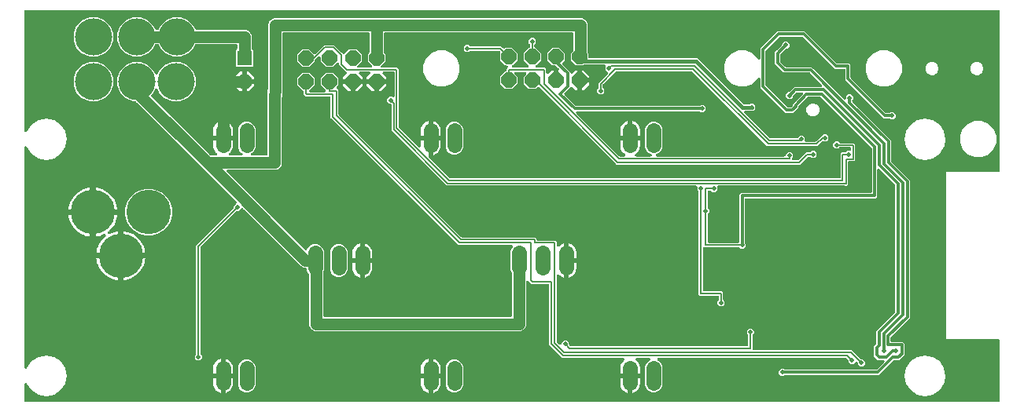
<source format=gbl>
G04 EAGLE Gerber RS-274X export*
G75*
%MOMM*%
%FSLAX34Y34*%
%LPD*%
%INBottom Copper*%
%IPPOS*%
%AMOC8*
5,1,8,0,0,1.08239X$1,22.5*%
G01*
%ADD10C,1.625600*%
%ADD11C,4.795519*%
%ADD12P,1.759533X8X202.500000*%
%ADD13C,4.000000*%
%ADD14P,1.731824X8X112.500000*%
%ADD15R,1.600000X1.600000*%
%ADD16C,0.502400*%
%ADD17C,1.270000*%
%ADD18C,0.304800*%
%ADD19C,0.406400*%
%ADD20C,0.200000*%
%ADD21C,0.152400*%
%ADD22C,0.127000*%
%ADD23C,0.203200*%

G36*
X1050602Y2004D02*
X1050602Y2004D01*
X1050628Y2002D01*
X1050775Y2024D01*
X1050922Y2041D01*
X1050947Y2049D01*
X1050973Y2053D01*
X1051111Y2108D01*
X1051250Y2158D01*
X1051272Y2172D01*
X1051297Y2182D01*
X1051418Y2267D01*
X1051543Y2347D01*
X1051561Y2366D01*
X1051583Y2381D01*
X1051682Y2491D01*
X1051785Y2598D01*
X1051799Y2620D01*
X1051816Y2640D01*
X1051888Y2770D01*
X1051964Y2897D01*
X1051972Y2922D01*
X1051985Y2945D01*
X1052025Y3088D01*
X1052070Y3229D01*
X1052072Y3255D01*
X1052080Y3280D01*
X1052099Y3524D01*
X1052099Y68326D01*
X1052096Y68352D01*
X1052098Y68378D01*
X1052076Y68525D01*
X1052059Y68672D01*
X1052051Y68697D01*
X1052047Y68723D01*
X1051992Y68861D01*
X1051942Y69000D01*
X1051928Y69022D01*
X1051918Y69047D01*
X1051833Y69168D01*
X1051753Y69293D01*
X1051734Y69311D01*
X1051719Y69333D01*
X1051609Y69432D01*
X1051502Y69535D01*
X1051480Y69549D01*
X1051460Y69566D01*
X1051330Y69638D01*
X1051203Y69714D01*
X1051178Y69722D01*
X1051155Y69735D01*
X1051012Y69775D01*
X1050871Y69820D01*
X1050845Y69822D01*
X1050820Y69830D01*
X1050576Y69849D01*
X994410Y69849D01*
X994409Y69850D01*
X994409Y250190D01*
X994410Y250191D01*
X1050576Y250191D01*
X1050602Y250194D01*
X1050628Y250192D01*
X1050775Y250214D01*
X1050922Y250231D01*
X1050947Y250239D01*
X1050973Y250243D01*
X1051111Y250298D01*
X1051250Y250348D01*
X1051272Y250362D01*
X1051297Y250372D01*
X1051418Y250457D01*
X1051543Y250537D01*
X1051561Y250556D01*
X1051583Y250571D01*
X1051682Y250681D01*
X1051785Y250788D01*
X1051799Y250810D01*
X1051816Y250830D01*
X1051888Y250960D01*
X1051964Y251087D01*
X1051972Y251112D01*
X1051985Y251135D01*
X1052025Y251278D01*
X1052070Y251419D01*
X1052072Y251445D01*
X1052080Y251470D01*
X1052099Y251714D01*
X1052099Y423706D01*
X1052096Y423732D01*
X1052098Y423758D01*
X1052076Y423905D01*
X1052059Y424052D01*
X1052051Y424077D01*
X1052047Y424103D01*
X1051992Y424241D01*
X1051942Y424380D01*
X1051928Y424402D01*
X1051918Y424427D01*
X1051833Y424548D01*
X1051753Y424673D01*
X1051734Y424691D01*
X1051719Y424713D01*
X1051609Y424812D01*
X1051502Y424915D01*
X1051480Y424929D01*
X1051460Y424946D01*
X1051330Y425018D01*
X1051203Y425094D01*
X1051178Y425102D01*
X1051155Y425115D01*
X1051012Y425155D01*
X1050871Y425200D01*
X1050845Y425202D01*
X1050820Y425210D01*
X1050576Y425229D01*
X3524Y425229D01*
X3498Y425226D01*
X3472Y425228D01*
X3325Y425206D01*
X3178Y425189D01*
X3153Y425181D01*
X3127Y425177D01*
X2989Y425122D01*
X2850Y425072D01*
X2828Y425058D01*
X2803Y425048D01*
X2682Y424963D01*
X2557Y424883D01*
X2539Y424864D01*
X2517Y424849D01*
X2418Y424739D01*
X2315Y424632D01*
X2301Y424610D01*
X2284Y424590D01*
X2212Y424460D01*
X2136Y424333D01*
X2128Y424308D01*
X2115Y424285D01*
X2075Y424142D01*
X2030Y424001D01*
X2028Y423975D01*
X2020Y423950D01*
X2001Y423706D01*
X2001Y294936D01*
X2009Y294861D01*
X2008Y294786D01*
X2029Y294688D01*
X2041Y294590D01*
X2066Y294519D01*
X2082Y294445D01*
X2125Y294355D01*
X2158Y294262D01*
X2199Y294198D01*
X2231Y294130D01*
X2293Y294052D01*
X2347Y293969D01*
X2401Y293916D01*
X2448Y293857D01*
X2526Y293796D01*
X2598Y293727D01*
X2662Y293688D01*
X2722Y293641D01*
X2812Y293599D01*
X2897Y293548D01*
X2969Y293525D01*
X3037Y293493D01*
X3134Y293472D01*
X3229Y293441D01*
X3304Y293435D01*
X3378Y293420D01*
X3477Y293421D01*
X3576Y293414D01*
X3651Y293425D01*
X3726Y293426D01*
X3823Y293450D01*
X3921Y293465D01*
X3991Y293493D01*
X4064Y293512D01*
X4152Y293557D01*
X4245Y293594D01*
X4307Y293637D01*
X4374Y293672D01*
X4449Y293736D01*
X4531Y293793D01*
X4581Y293849D01*
X4639Y293898D01*
X4733Y294017D01*
X4764Y294052D01*
X4773Y294068D01*
X4791Y294090D01*
X9705Y301445D01*
X16906Y306256D01*
X25400Y307946D01*
X33894Y306256D01*
X41095Y301445D01*
X45906Y294244D01*
X47596Y285750D01*
X47570Y285621D01*
X47570Y285620D01*
X47267Y284097D01*
X46964Y282574D01*
X46661Y281051D01*
X46661Y281050D01*
X46358Y279528D01*
X46358Y279527D01*
X46055Y278004D01*
X45906Y277256D01*
X41095Y270055D01*
X33894Y265244D01*
X25400Y263554D01*
X16906Y265244D01*
X9705Y270055D01*
X4791Y277410D01*
X4742Y277468D01*
X4701Y277531D01*
X4629Y277600D01*
X4565Y277676D01*
X4504Y277721D01*
X4450Y277773D01*
X4365Y277825D01*
X4285Y277884D01*
X4216Y277914D01*
X4151Y277952D01*
X4056Y277983D01*
X3965Y278022D01*
X3891Y278036D01*
X3819Y278059D01*
X3720Y278067D01*
X3622Y278084D01*
X3547Y278080D01*
X3472Y278086D01*
X3373Y278072D01*
X3274Y278067D01*
X3202Y278046D01*
X3127Y278035D01*
X3035Y277998D01*
X2939Y277971D01*
X2873Y277934D01*
X2803Y277906D01*
X2722Y277849D01*
X2635Y277801D01*
X2579Y277750D01*
X2517Y277707D01*
X2451Y277633D01*
X2377Y277566D01*
X2334Y277504D01*
X2284Y277448D01*
X2236Y277361D01*
X2179Y277280D01*
X2152Y277209D01*
X2115Y277143D01*
X2088Y277048D01*
X2052Y276955D01*
X2041Y276881D01*
X2020Y276808D01*
X2008Y276656D01*
X2001Y276610D01*
X2003Y276592D01*
X2001Y276564D01*
X2001Y39666D01*
X2009Y39591D01*
X2008Y39516D01*
X2029Y39418D01*
X2041Y39320D01*
X2066Y39249D01*
X2082Y39175D01*
X2125Y39085D01*
X2158Y38992D01*
X2199Y38928D01*
X2231Y38860D01*
X2293Y38782D01*
X2347Y38699D01*
X2401Y38646D01*
X2448Y38587D01*
X2526Y38526D01*
X2598Y38457D01*
X2662Y38418D01*
X2722Y38371D01*
X2812Y38329D01*
X2897Y38278D01*
X2969Y38255D01*
X3037Y38223D01*
X3134Y38202D01*
X3229Y38171D01*
X3304Y38165D01*
X3378Y38150D01*
X3477Y38151D01*
X3576Y38144D01*
X3651Y38155D01*
X3726Y38156D01*
X3823Y38180D01*
X3921Y38195D01*
X3991Y38223D01*
X4064Y38242D01*
X4152Y38287D01*
X4245Y38324D01*
X4307Y38367D01*
X4374Y38402D01*
X4449Y38466D01*
X4531Y38523D01*
X4581Y38579D01*
X4639Y38628D01*
X4733Y38747D01*
X4764Y38782D01*
X4773Y38798D01*
X4791Y38820D01*
X9705Y46175D01*
X16906Y50986D01*
X25400Y52676D01*
X33894Y50986D01*
X41095Y46175D01*
X45906Y38974D01*
X47596Y30480D01*
X47444Y29715D01*
X47444Y29714D01*
X47141Y28191D01*
X46838Y26668D01*
X46535Y25145D01*
X46535Y25144D01*
X46232Y23622D01*
X46232Y23621D01*
X45929Y22098D01*
X45906Y21986D01*
X41095Y14785D01*
X33894Y9974D01*
X25400Y8284D01*
X16906Y9974D01*
X9705Y14785D01*
X4791Y22140D01*
X4742Y22198D01*
X4701Y22261D01*
X4629Y22330D01*
X4565Y22406D01*
X4504Y22451D01*
X4450Y22503D01*
X4365Y22555D01*
X4285Y22614D01*
X4216Y22644D01*
X4151Y22682D01*
X4056Y22713D01*
X3965Y22752D01*
X3891Y22766D01*
X3819Y22789D01*
X3720Y22797D01*
X3622Y22814D01*
X3547Y22810D01*
X3472Y22816D01*
X3373Y22802D01*
X3274Y22797D01*
X3202Y22776D01*
X3127Y22765D01*
X3035Y22728D01*
X2939Y22701D01*
X2873Y22664D01*
X2803Y22636D01*
X2722Y22579D01*
X2635Y22531D01*
X2579Y22480D01*
X2517Y22437D01*
X2451Y22363D01*
X2377Y22296D01*
X2334Y22234D01*
X2284Y22178D01*
X2236Y22091D01*
X2179Y22010D01*
X2152Y21939D01*
X2115Y21873D01*
X2088Y21778D01*
X2052Y21685D01*
X2041Y21611D01*
X2020Y21538D01*
X2008Y21386D01*
X2001Y21340D01*
X2003Y21322D01*
X2001Y21294D01*
X2001Y3524D01*
X2004Y3498D01*
X2002Y3472D01*
X2024Y3325D01*
X2041Y3178D01*
X2049Y3153D01*
X2053Y3127D01*
X2108Y2989D01*
X2158Y2850D01*
X2172Y2828D01*
X2182Y2803D01*
X2267Y2682D01*
X2347Y2557D01*
X2366Y2539D01*
X2381Y2517D01*
X2491Y2418D01*
X2598Y2315D01*
X2620Y2301D01*
X2640Y2284D01*
X2770Y2212D01*
X2897Y2136D01*
X2922Y2128D01*
X2945Y2115D01*
X3088Y2075D01*
X3229Y2030D01*
X3255Y2028D01*
X3280Y2020D01*
X3524Y2001D01*
X1050576Y2001D01*
X1050602Y2004D01*
G37*
%LPC*%
G36*
X677581Y12953D02*
X677581Y12953D01*
X674126Y14384D01*
X671482Y17028D01*
X670051Y20483D01*
X670051Y40477D01*
X671482Y43932D01*
X674126Y46576D01*
X674833Y46869D01*
X674877Y46893D01*
X674925Y46910D01*
X675029Y46978D01*
X675138Y47038D01*
X675175Y47072D01*
X675217Y47099D01*
X675304Y47189D01*
X675396Y47272D01*
X675424Y47314D01*
X675460Y47350D01*
X675523Y47457D01*
X675594Y47559D01*
X675613Y47606D01*
X675638Y47649D01*
X675676Y47767D01*
X675722Y47883D01*
X675729Y47933D01*
X675745Y47981D01*
X675755Y48105D01*
X675773Y48228D01*
X675769Y48278D01*
X675773Y48328D01*
X675754Y48451D01*
X675744Y48575D01*
X675728Y48623D01*
X675721Y48673D01*
X675675Y48789D01*
X675637Y48907D01*
X675611Y48950D01*
X675592Y48997D01*
X675521Y49099D01*
X675457Y49205D01*
X675422Y49242D01*
X675393Y49283D01*
X675301Y49366D01*
X675214Y49455D01*
X675172Y49483D01*
X675134Y49516D01*
X675025Y49577D01*
X674921Y49644D01*
X674874Y49660D01*
X674829Y49685D01*
X674710Y49719D01*
X674593Y49760D01*
X674543Y49766D01*
X674494Y49780D01*
X674250Y49799D01*
X661485Y49799D01*
X661440Y49794D01*
X661395Y49797D01*
X661267Y49774D01*
X661139Y49759D01*
X661096Y49744D01*
X661051Y49736D01*
X660933Y49685D01*
X660811Y49642D01*
X660773Y49617D01*
X660731Y49599D01*
X660627Y49523D01*
X660518Y49453D01*
X660486Y49420D01*
X660450Y49393D01*
X660366Y49295D01*
X660276Y49202D01*
X660253Y49163D01*
X660223Y49129D01*
X660163Y49014D01*
X660097Y48903D01*
X660083Y48860D01*
X660062Y48819D01*
X660030Y48694D01*
X659991Y48571D01*
X659987Y48526D01*
X659976Y48482D01*
X659973Y48352D01*
X659963Y48224D01*
X659970Y48179D01*
X659969Y48133D01*
X659996Y48007D01*
X660015Y47879D01*
X660032Y47837D01*
X660041Y47792D01*
X660096Y47675D01*
X660143Y47555D01*
X660169Y47518D01*
X660189Y47477D01*
X660269Y47375D01*
X660342Y47269D01*
X660376Y47239D01*
X660404Y47203D01*
X660590Y47044D01*
X661000Y46746D01*
X662188Y45558D01*
X663175Y44200D01*
X663937Y42703D01*
X664456Y41106D01*
X664719Y39448D01*
X664719Y33019D01*
X655066Y33019D01*
X655040Y33016D01*
X655014Y33018D01*
X654867Y32996D01*
X654720Y32979D01*
X654695Y32971D01*
X654669Y32967D01*
X654532Y32912D01*
X654392Y32862D01*
X654370Y32848D01*
X654345Y32838D01*
X654224Y32753D01*
X654099Y32673D01*
X654081Y32654D01*
X654059Y32639D01*
X654045Y32623D01*
X653960Y32705D01*
X653937Y32719D01*
X653918Y32736D01*
X653788Y32808D01*
X653661Y32884D01*
X653636Y32892D01*
X653613Y32905D01*
X653470Y32945D01*
X653329Y32990D01*
X653303Y32992D01*
X653278Y33000D01*
X653034Y33019D01*
X643381Y33019D01*
X643381Y39448D01*
X643644Y41106D01*
X644163Y42703D01*
X644925Y44200D01*
X645912Y45558D01*
X647100Y46746D01*
X647510Y47044D01*
X647544Y47074D01*
X647582Y47099D01*
X647672Y47192D01*
X647767Y47279D01*
X647792Y47317D01*
X647824Y47350D01*
X647890Y47461D01*
X647963Y47567D01*
X647980Y47610D01*
X648003Y47649D01*
X648042Y47772D01*
X648089Y47892D01*
X648095Y47937D01*
X648109Y47981D01*
X648119Y48110D01*
X648137Y48237D01*
X648133Y48283D01*
X648137Y48328D01*
X648118Y48456D01*
X648106Y48585D01*
X648092Y48628D01*
X648085Y48673D01*
X648038Y48793D01*
X647997Y48916D01*
X647973Y48954D01*
X647957Y48997D01*
X647883Y49103D01*
X647816Y49213D01*
X647784Y49246D01*
X647758Y49283D01*
X647662Y49369D01*
X647571Y49461D01*
X647533Y49486D01*
X647499Y49516D01*
X647386Y49579D01*
X647277Y49648D01*
X647234Y49663D01*
X647194Y49685D01*
X647070Y49720D01*
X646948Y49762D01*
X646902Y49767D01*
X646858Y49780D01*
X646615Y49799D01*
X580719Y49799D01*
X566755Y63763D01*
X566755Y128220D01*
X566752Y128246D01*
X566755Y128272D01*
X566733Y128419D01*
X566716Y128566D01*
X566707Y128591D01*
X566703Y128617D01*
X566648Y128754D01*
X566598Y128894D01*
X566584Y128916D01*
X566574Y128941D01*
X566490Y129062D01*
X566409Y129187D01*
X566390Y129205D01*
X566375Y129227D01*
X566265Y129326D01*
X566158Y129429D01*
X566136Y129443D01*
X566116Y129460D01*
X565987Y129532D01*
X565859Y129608D01*
X565834Y129616D01*
X565811Y129629D01*
X565668Y129669D01*
X565527Y129714D01*
X565501Y129716D01*
X565476Y129723D01*
X565232Y129743D01*
X547766Y129743D01*
X545772Y131737D01*
X545771Y131738D01*
X544890Y132617D01*
X544812Y132679D01*
X544740Y132748D01*
X544676Y132787D01*
X544617Y132833D01*
X544526Y132876D01*
X544441Y132927D01*
X544370Y132950D01*
X544301Y132982D01*
X544204Y133003D01*
X544109Y133033D01*
X544034Y133039D01*
X543961Y133055D01*
X543861Y133053D01*
X543762Y133061D01*
X543687Y133050D01*
X543612Y133048D01*
X543516Y133024D01*
X543417Y133009D01*
X543347Y132981D01*
X543274Y132963D01*
X543186Y132917D01*
X543093Y132881D01*
X543032Y132838D01*
X542965Y132803D01*
X542889Y132738D01*
X542807Y132682D01*
X542757Y132626D01*
X542699Y132577D01*
X542640Y132497D01*
X542574Y132423D01*
X542537Y132357D01*
X542493Y132297D01*
X542453Y132205D01*
X542405Y132118D01*
X542385Y132045D01*
X542355Y131976D01*
X542337Y131878D01*
X542310Y131782D01*
X542302Y131681D01*
X542294Y131633D01*
X542296Y131598D01*
X542291Y131539D01*
X542291Y84844D01*
X541130Y82043D01*
X538987Y79900D01*
X536186Y78739D01*
X314714Y78739D01*
X311913Y79900D01*
X309770Y82043D01*
X308609Y84844D01*
X308609Y139240D01*
X308595Y139366D01*
X308588Y139492D01*
X308575Y139538D01*
X308569Y139586D01*
X308527Y139705D01*
X308492Y139827D01*
X308468Y139869D01*
X308452Y139914D01*
X308383Y140021D01*
X308322Y140131D01*
X308282Y140177D01*
X308263Y140207D01*
X308228Y140241D01*
X308163Y140317D01*
X306992Y141488D01*
X305561Y144943D01*
X305561Y145796D01*
X305558Y145822D01*
X305560Y145848D01*
X305538Y145995D01*
X305521Y146142D01*
X305513Y146167D01*
X305509Y146193D01*
X305454Y146331D01*
X305404Y146470D01*
X305390Y146492D01*
X305380Y146517D01*
X305295Y146638D01*
X305215Y146763D01*
X305196Y146781D01*
X305181Y146803D01*
X305071Y146902D01*
X304964Y147005D01*
X304942Y147019D01*
X304922Y147036D01*
X304792Y147108D01*
X304665Y147184D01*
X304640Y147192D01*
X304617Y147205D01*
X304474Y147245D01*
X304333Y147290D01*
X304307Y147292D01*
X304282Y147300D01*
X304038Y147319D01*
X302967Y147319D01*
X300166Y148480D01*
X237523Y211122D01*
X237445Y211184D01*
X237372Y211254D01*
X237308Y211293D01*
X237250Y211339D01*
X237159Y211382D01*
X237073Y211433D01*
X237002Y211456D01*
X236935Y211488D01*
X236837Y211509D01*
X236741Y211539D01*
X236667Y211545D01*
X236594Y211561D01*
X236494Y211559D01*
X236394Y211567D01*
X236320Y211556D01*
X236246Y211555D01*
X236149Y211531D01*
X236049Y211516D01*
X235980Y211488D01*
X235908Y211470D01*
X235818Y211424D01*
X235725Y211387D01*
X235664Y211345D01*
X235598Y211310D01*
X235521Y211245D01*
X235439Y211188D01*
X235389Y211133D01*
X235333Y211085D01*
X235273Y211004D01*
X235206Y210929D01*
X235170Y210864D01*
X235125Y210804D01*
X235086Y210712D01*
X235054Y210654D01*
X232707Y208307D01*
X231200Y208307D01*
X231074Y208293D01*
X230948Y208286D01*
X230901Y208273D01*
X230853Y208267D01*
X230734Y208225D01*
X230613Y208190D01*
X230571Y208166D01*
X230525Y208150D01*
X230419Y208081D01*
X230309Y208020D01*
X230262Y207980D01*
X230232Y207961D01*
X230199Y207926D01*
X230122Y207861D01*
X191947Y169686D01*
X191868Y169587D01*
X191784Y169493D01*
X191760Y169450D01*
X191730Y169413D01*
X191676Y169298D01*
X191615Y169188D01*
X191602Y169141D01*
X191581Y169097D01*
X191555Y168974D01*
X191520Y168852D01*
X191515Y168792D01*
X191508Y168757D01*
X191509Y168709D01*
X191501Y168608D01*
X191501Y54510D01*
X191515Y54384D01*
X191522Y54258D01*
X191535Y54212D01*
X191541Y54164D01*
X191583Y54045D01*
X191618Y53923D01*
X191642Y53881D01*
X191658Y53835D01*
X191727Y53729D01*
X191788Y53619D01*
X191828Y53573D01*
X191847Y53543D01*
X191882Y53509D01*
X191947Y53433D01*
X193013Y52367D01*
X193013Y49233D01*
X190797Y47017D01*
X187663Y47017D01*
X185447Y49233D01*
X185447Y52367D01*
X186513Y53433D01*
X186592Y53532D01*
X186676Y53626D01*
X186700Y53668D01*
X186730Y53706D01*
X186784Y53820D01*
X186845Y53931D01*
X186858Y53977D01*
X186879Y54021D01*
X186905Y54144D01*
X186940Y54266D01*
X186945Y54327D01*
X186952Y54361D01*
X186951Y54410D01*
X186959Y54510D01*
X186959Y171121D01*
X226911Y211072D01*
X226990Y211171D01*
X227074Y211265D01*
X227098Y211308D01*
X227128Y211345D01*
X227182Y211460D01*
X227243Y211570D01*
X227256Y211617D01*
X227277Y211661D01*
X227303Y211784D01*
X227338Y211906D01*
X227343Y211966D01*
X227350Y212001D01*
X227349Y212049D01*
X227357Y212150D01*
X227357Y213657D01*
X229709Y216008D01*
X229769Y216030D01*
X229854Y216085D01*
X229943Y216131D01*
X230000Y216179D01*
X230062Y216219D01*
X230132Y216291D01*
X230208Y216356D01*
X230253Y216416D01*
X230304Y216470D01*
X230356Y216556D01*
X230416Y216637D01*
X230445Y216705D01*
X230483Y216769D01*
X230514Y216865D01*
X230554Y216957D01*
X230567Y217030D01*
X230589Y217101D01*
X230597Y217201D01*
X230615Y217300D01*
X230611Y217374D01*
X230617Y217448D01*
X230602Y217548D01*
X230597Y217648D01*
X230577Y217719D01*
X230566Y217793D01*
X230529Y217886D01*
X230501Y217983D01*
X230464Y218048D01*
X230437Y218117D01*
X230380Y218199D01*
X230331Y218287D01*
X230265Y218363D01*
X230238Y218403D01*
X230212Y218427D01*
X230172Y218473D01*
X194970Y253675D01*
X122382Y326263D01*
X122283Y326342D01*
X122189Y326426D01*
X122147Y326450D01*
X122109Y326480D01*
X121995Y326534D01*
X121884Y326595D01*
X121838Y326608D01*
X121794Y326629D01*
X121671Y326655D01*
X121549Y326690D01*
X121488Y326695D01*
X121453Y326702D01*
X121405Y326701D01*
X121305Y326709D01*
X118959Y326709D01*
X111141Y329948D01*
X105158Y335931D01*
X101919Y343749D01*
X101919Y352211D01*
X105158Y360029D01*
X111141Y366012D01*
X118959Y369251D01*
X127421Y369251D01*
X135239Y366012D01*
X141222Y360029D01*
X142738Y356371D01*
X142787Y356283D01*
X142827Y356191D01*
X142871Y356131D01*
X142907Y356066D01*
X142974Y355992D01*
X143034Y355911D01*
X143091Y355863D01*
X143141Y355808D01*
X143224Y355751D01*
X143300Y355686D01*
X143367Y355652D01*
X143428Y355610D01*
X143521Y355573D01*
X143611Y355527D01*
X143683Y355509D01*
X143752Y355482D01*
X143851Y355467D01*
X143949Y355443D01*
X144023Y355442D01*
X144097Y355431D01*
X144197Y355440D01*
X144297Y355438D01*
X144370Y355454D01*
X144444Y355460D01*
X144540Y355491D01*
X144638Y355512D01*
X144705Y355544D01*
X144776Y355567D01*
X144862Y355619D01*
X144953Y355662D01*
X145011Y355708D01*
X145074Y355747D01*
X145146Y355817D01*
X145225Y355879D01*
X145271Y355938D01*
X145324Y355990D01*
X145379Y356074D01*
X145441Y356153D01*
X145487Y356242D01*
X145513Y356283D01*
X145525Y356317D01*
X145552Y356371D01*
X147068Y360029D01*
X153051Y366012D01*
X160869Y369251D01*
X169331Y369251D01*
X177149Y366012D01*
X183132Y360029D01*
X186371Y352211D01*
X186371Y343749D01*
X183132Y335931D01*
X177149Y329948D01*
X169331Y326709D01*
X160869Y326709D01*
X153051Y329948D01*
X147068Y335931D01*
X145552Y339589D01*
X145504Y339677D01*
X145464Y339769D01*
X145419Y339829D01*
X145383Y339894D01*
X145316Y339968D01*
X145256Y340049D01*
X145199Y340097D01*
X145149Y340152D01*
X145066Y340209D01*
X144990Y340274D01*
X144923Y340308D01*
X144862Y340350D01*
X144769Y340387D01*
X144679Y340433D01*
X144607Y340451D01*
X144538Y340478D01*
X144439Y340493D01*
X144341Y340517D01*
X144267Y340518D01*
X144193Y340529D01*
X144093Y340520D01*
X143993Y340522D01*
X143920Y340506D01*
X143846Y340500D01*
X143750Y340469D01*
X143652Y340448D01*
X143585Y340416D01*
X143514Y340393D01*
X143428Y340341D01*
X143337Y340298D01*
X143279Y340252D01*
X143216Y340213D01*
X143143Y340143D01*
X143065Y340081D01*
X143019Y340022D01*
X142966Y339970D01*
X142911Y339886D01*
X142849Y339807D01*
X142803Y339717D01*
X142777Y339677D01*
X142765Y339643D01*
X142738Y339589D01*
X141222Y335931D01*
X138823Y333531D01*
X138806Y333511D01*
X138786Y333494D01*
X138698Y333374D01*
X138606Y333258D01*
X138595Y333235D01*
X138579Y333214D01*
X138521Y333077D01*
X138457Y332943D01*
X138452Y332918D01*
X138441Y332893D01*
X138415Y332747D01*
X138384Y332603D01*
X138384Y332576D01*
X138380Y332550D01*
X138387Y332402D01*
X138390Y332254D01*
X138396Y332229D01*
X138398Y332202D01*
X138439Y332060D01*
X138475Y331916D01*
X138487Y331893D01*
X138494Y331868D01*
X138566Y331738D01*
X138634Y331606D01*
X138651Y331586D01*
X138664Y331563D01*
X138823Y331377D01*
X201783Y268417D01*
X201882Y268338D01*
X201976Y268254D01*
X202018Y268230D01*
X202056Y268200D01*
X202170Y268146D01*
X202281Y268085D01*
X202327Y268072D01*
X202371Y268051D01*
X202494Y268025D01*
X202616Y267990D01*
X202677Y267985D01*
X202712Y267978D01*
X202760Y267979D01*
X202860Y267971D01*
X208093Y267971D01*
X208138Y267976D01*
X208184Y267973D01*
X208311Y267996D01*
X208439Y268011D01*
X208482Y268026D01*
X208527Y268034D01*
X208646Y268085D01*
X208767Y268128D01*
X208806Y268153D01*
X208848Y268171D01*
X208952Y268247D01*
X209060Y268317D01*
X209092Y268350D01*
X209129Y268377D01*
X209213Y268475D01*
X209302Y268568D01*
X209326Y268607D01*
X209356Y268642D01*
X209415Y268756D01*
X209481Y268867D01*
X209495Y268910D01*
X209516Y268951D01*
X209548Y269076D01*
X209587Y269199D01*
X209591Y269244D01*
X209602Y269289D01*
X209605Y269418D01*
X209615Y269546D01*
X209609Y269591D01*
X209610Y269637D01*
X209583Y269763D01*
X209564Y269891D01*
X209547Y269933D01*
X209537Y269978D01*
X209483Y270095D01*
X209435Y270215D01*
X209409Y270252D01*
X209390Y270294D01*
X209310Y270395D01*
X209236Y270501D01*
X209202Y270531D01*
X209174Y270567D01*
X208988Y270726D01*
X208950Y270754D01*
X207762Y271942D01*
X206775Y273300D01*
X206013Y274797D01*
X205494Y276394D01*
X205231Y278052D01*
X205231Y284481D01*
X214884Y284481D01*
X214910Y284484D01*
X214936Y284482D01*
X215083Y284504D01*
X215230Y284521D01*
X215255Y284529D01*
X215281Y284533D01*
X215418Y284588D01*
X215558Y284638D01*
X215580Y284652D01*
X215605Y284662D01*
X215726Y284747D01*
X215851Y284827D01*
X215869Y284846D01*
X215891Y284861D01*
X215905Y284877D01*
X215990Y284795D01*
X216013Y284781D01*
X216032Y284764D01*
X216162Y284692D01*
X216289Y284616D01*
X216314Y284608D01*
X216337Y284595D01*
X216480Y284555D01*
X216621Y284510D01*
X216647Y284507D01*
X216672Y284500D01*
X216916Y284481D01*
X226569Y284481D01*
X226569Y278052D01*
X226306Y276394D01*
X225787Y274797D01*
X225025Y273300D01*
X224038Y271942D01*
X222850Y270754D01*
X222812Y270726D01*
X222778Y270696D01*
X222740Y270671D01*
X222650Y270578D01*
X222555Y270491D01*
X222529Y270453D01*
X222498Y270420D01*
X222431Y270310D01*
X222359Y270203D01*
X222342Y270160D01*
X222319Y270121D01*
X222280Y269999D01*
X222233Y269878D01*
X222226Y269833D01*
X222213Y269789D01*
X222202Y269661D01*
X222184Y269533D01*
X222188Y269487D01*
X222185Y269442D01*
X222204Y269314D01*
X222215Y269186D01*
X222229Y269142D01*
X222236Y269097D01*
X222284Y268977D01*
X222324Y268855D01*
X222348Y268816D01*
X222365Y268773D01*
X222439Y268667D01*
X222506Y268557D01*
X222538Y268525D01*
X222564Y268487D01*
X222660Y268401D01*
X222750Y268309D01*
X222789Y268284D01*
X222823Y268254D01*
X222936Y268191D01*
X223045Y268122D01*
X223088Y268107D01*
X223128Y268085D01*
X223252Y268050D01*
X223374Y268008D01*
X223419Y268003D01*
X223463Y267990D01*
X223707Y267971D01*
X235448Y267971D01*
X235498Y267977D01*
X235549Y267974D01*
X235671Y267996D01*
X235795Y268011D01*
X235842Y268028D01*
X235892Y268037D01*
X236006Y268086D01*
X236123Y268128D01*
X236165Y268155D01*
X236211Y268176D01*
X236311Y268250D01*
X236415Y268317D01*
X236451Y268353D01*
X236491Y268383D01*
X236571Y268478D01*
X236658Y268568D01*
X236684Y268611D01*
X236716Y268649D01*
X236773Y268760D01*
X236837Y268867D01*
X236852Y268915D01*
X236875Y268960D01*
X236905Y269081D01*
X236943Y269199D01*
X236947Y269249D01*
X236959Y269298D01*
X236961Y269422D01*
X236971Y269546D01*
X236963Y269596D01*
X236964Y269646D01*
X236937Y269768D01*
X236919Y269891D01*
X236900Y269938D01*
X236890Y269987D01*
X236836Y270099D01*
X236790Y270215D01*
X236762Y270256D01*
X236740Y270302D01*
X236662Y270399D01*
X236591Y270501D01*
X236554Y270535D01*
X236523Y270574D01*
X236425Y270651D01*
X236333Y270734D01*
X236288Y270759D01*
X236249Y270790D01*
X236031Y270901D01*
X235976Y270924D01*
X233332Y273568D01*
X231901Y277023D01*
X231901Y297017D01*
X233332Y300472D01*
X235976Y303116D01*
X239431Y304547D01*
X243169Y304547D01*
X246624Y303116D01*
X249268Y300472D01*
X250699Y297017D01*
X250699Y277023D01*
X249268Y273568D01*
X246624Y270924D01*
X246569Y270901D01*
X246525Y270877D01*
X246477Y270860D01*
X246373Y270792D01*
X246264Y270732D01*
X246227Y270698D01*
X246185Y270671D01*
X246098Y270581D01*
X246006Y270498D01*
X245977Y270456D01*
X245942Y270420D01*
X245878Y270313D01*
X245808Y270211D01*
X245789Y270164D01*
X245763Y270121D01*
X245726Y270003D01*
X245680Y269887D01*
X245673Y269837D01*
X245657Y269789D01*
X245647Y269665D01*
X245629Y269542D01*
X245633Y269492D01*
X245629Y269442D01*
X245648Y269319D01*
X245658Y269195D01*
X245673Y269147D01*
X245681Y269097D01*
X245727Y268981D01*
X245765Y268863D01*
X245791Y268820D01*
X245810Y268773D01*
X245881Y268671D01*
X245945Y268565D01*
X245980Y268529D01*
X246009Y268487D01*
X246101Y268404D01*
X246188Y268315D01*
X246230Y268287D01*
X246267Y268254D01*
X246376Y268193D01*
X246481Y268126D01*
X246528Y268110D01*
X246572Y268085D01*
X246692Y268051D01*
X246809Y268010D01*
X246859Y268004D01*
X246908Y267990D01*
X247152Y267971D01*
X262329Y267971D01*
X262352Y267973D01*
X262375Y267971D01*
X262524Y267993D01*
X262675Y268011D01*
X262697Y268018D01*
X262720Y268022D01*
X262861Y268077D01*
X263003Y268128D01*
X263022Y268141D01*
X263044Y268149D01*
X263169Y268235D01*
X263296Y268317D01*
X263312Y268334D01*
X263331Y268347D01*
X263433Y268459D01*
X263538Y268568D01*
X263550Y268588D01*
X263565Y268605D01*
X263639Y268737D01*
X263717Y268867D01*
X263724Y268889D01*
X263735Y268909D01*
X263777Y269055D01*
X263823Y269199D01*
X263825Y269222D01*
X263831Y269244D01*
X263852Y269488D01*
X264393Y408674D01*
X264392Y408677D01*
X264393Y408680D01*
X264393Y410191D01*
X264977Y411587D01*
X264978Y411590D01*
X264980Y411593D01*
X265559Y412991D01*
X266631Y414055D01*
X266633Y414057D01*
X266635Y414059D01*
X267708Y415131D01*
X269108Y415705D01*
X269111Y415706D01*
X269114Y415708D01*
X270512Y416287D01*
X272026Y416281D01*
X272029Y416281D01*
X272032Y416281D01*
X602226Y416281D01*
X605027Y415120D01*
X607170Y412977D01*
X608331Y410176D01*
X608331Y379682D01*
X608345Y379556D01*
X608352Y379430D01*
X608365Y379384D01*
X608371Y379336D01*
X608413Y379217D01*
X608448Y379095D01*
X608472Y379053D01*
X608488Y379008D01*
X608557Y378901D01*
X608618Y378791D01*
X608658Y378745D01*
X608677Y378715D01*
X608712Y378681D01*
X608777Y378605D01*
X608839Y378543D01*
X608839Y374396D01*
X608842Y374370D01*
X608840Y374344D01*
X608862Y374197D01*
X608879Y374050D01*
X608887Y374025D01*
X608891Y373999D01*
X608946Y373861D01*
X608996Y373722D01*
X609010Y373700D01*
X609020Y373675D01*
X609105Y373554D01*
X609185Y373429D01*
X609204Y373411D01*
X609219Y373389D01*
X609329Y373290D01*
X609436Y373187D01*
X609458Y373173D01*
X609478Y373156D01*
X609608Y373084D01*
X609735Y373008D01*
X609760Y373000D01*
X609783Y372987D01*
X609926Y372947D01*
X610067Y372902D01*
X610093Y372900D01*
X610118Y372892D01*
X610362Y372873D01*
X726457Y372873D01*
X775541Y323789D01*
X775640Y323710D01*
X775734Y323626D01*
X775776Y323602D01*
X775814Y323572D01*
X775928Y323518D01*
X776039Y323457D01*
X776085Y323444D01*
X776129Y323423D01*
X776252Y323397D01*
X776374Y323362D01*
X776435Y323357D01*
X776470Y323350D01*
X776518Y323351D01*
X776618Y323343D01*
X782182Y323343D01*
X782308Y323357D01*
X782434Y323364D01*
X782480Y323377D01*
X782528Y323383D01*
X782647Y323425D01*
X782769Y323460D01*
X782811Y323484D01*
X782856Y323500D01*
X782963Y323569D01*
X783073Y323630D01*
X783119Y323670D01*
X783149Y323689D01*
X783183Y323724D01*
X783259Y323789D01*
X783293Y323823D01*
X786427Y323823D01*
X788643Y321607D01*
X788643Y318473D01*
X786427Y316257D01*
X783293Y316257D01*
X783259Y316291D01*
X783160Y316370D01*
X783066Y316454D01*
X783024Y316478D01*
X782986Y316508D01*
X782872Y316562D01*
X782761Y316623D01*
X782715Y316636D01*
X782671Y316657D01*
X782548Y316683D01*
X782426Y316718D01*
X782365Y316723D01*
X782330Y316730D01*
X782282Y316729D01*
X782182Y316737D01*
X778367Y316737D01*
X778268Y316726D01*
X778167Y316724D01*
X778095Y316706D01*
X778021Y316697D01*
X777927Y316664D01*
X777829Y316639D01*
X777763Y316605D01*
X777693Y316580D01*
X777609Y316525D01*
X777519Y316479D01*
X777463Y316431D01*
X777400Y316391D01*
X777330Y316319D01*
X777254Y316254D01*
X777210Y316194D01*
X777158Y316140D01*
X777107Y316054D01*
X777047Y315973D01*
X777017Y315905D01*
X776979Y315841D01*
X776949Y315745D01*
X776909Y315653D01*
X776896Y315580D01*
X776873Y315509D01*
X776865Y315409D01*
X776847Y315310D01*
X776851Y315236D01*
X776845Y315162D01*
X776860Y315062D01*
X776865Y314962D01*
X776886Y314891D01*
X776897Y314817D01*
X776934Y314724D01*
X776962Y314627D01*
X776998Y314562D01*
X777025Y314493D01*
X777083Y314411D01*
X777132Y314323D01*
X777197Y314247D01*
X777224Y314207D01*
X777251Y314183D01*
X777290Y314137D01*
X804186Y287241D01*
X804285Y287162D01*
X804379Y287078D01*
X804422Y287054D01*
X804459Y287024D01*
X804574Y286970D01*
X804684Y286909D01*
X804731Y286896D01*
X804774Y286875D01*
X804898Y286849D01*
X805020Y286814D01*
X805080Y286809D01*
X805115Y286802D01*
X805163Y286803D01*
X805263Y286795D01*
X833264Y286795D01*
X833390Y286809D01*
X833516Y286816D01*
X833562Y286829D01*
X833610Y286835D01*
X833729Y286877D01*
X833851Y286912D01*
X833893Y286936D01*
X833938Y286952D01*
X834045Y287021D01*
X834155Y287082D01*
X834201Y287122D01*
X834231Y287141D01*
X834265Y287176D01*
X834341Y287241D01*
X836633Y289533D01*
X839767Y289533D01*
X841983Y287317D01*
X841983Y284464D01*
X841986Y284438D01*
X841984Y284412D01*
X842006Y284265D01*
X842023Y284118D01*
X842031Y284093D01*
X842035Y284067D01*
X842090Y283929D01*
X842140Y283790D01*
X842154Y283768D01*
X842164Y283743D01*
X842249Y283622D01*
X842329Y283497D01*
X842348Y283479D01*
X842363Y283457D01*
X842473Y283358D01*
X842580Y283255D01*
X842602Y283241D01*
X842622Y283224D01*
X842752Y283152D01*
X842879Y283076D01*
X842904Y283068D01*
X842927Y283055D01*
X843070Y283015D01*
X843211Y282970D01*
X843237Y282968D01*
X843262Y282960D01*
X843506Y282941D01*
X853138Y282941D01*
X853264Y282955D01*
X853390Y282962D01*
X853437Y282975D01*
X853485Y282981D01*
X853604Y283023D01*
X853725Y283058D01*
X853767Y283082D01*
X853813Y283098D01*
X853919Y283167D01*
X854029Y283228D01*
X854076Y283268D01*
X854106Y283287D01*
X854139Y283322D01*
X854216Y283387D01*
X860140Y289312D01*
X860142Y289312D01*
X860188Y289325D01*
X860236Y289331D01*
X860355Y289373D01*
X860477Y289408D01*
X860519Y289432D01*
X860564Y289448D01*
X860671Y289517D01*
X860781Y289578D01*
X860827Y289618D01*
X860857Y289637D01*
X860891Y289672D01*
X860967Y289737D01*
X862033Y290803D01*
X865167Y290803D01*
X867383Y288587D01*
X867383Y285453D01*
X865167Y283237D01*
X861878Y283237D01*
X861750Y283298D01*
X861724Y283304D01*
X861700Y283314D01*
X861554Y283340D01*
X861409Y283371D01*
X861383Y283371D01*
X861357Y283376D01*
X861209Y283368D01*
X861061Y283365D01*
X861035Y283359D01*
X861009Y283358D01*
X860867Y283317D01*
X860723Y283280D01*
X860699Y283268D01*
X860674Y283261D01*
X860545Y283189D01*
X860413Y283121D01*
X860393Y283104D01*
X860370Y283091D01*
X860184Y282932D01*
X855651Y278399D01*
X801622Y278399D01*
X799845Y280175D01*
X799845Y280176D01*
X721185Y358836D01*
X721086Y358915D01*
X720992Y358999D01*
X720950Y359023D01*
X720912Y359053D01*
X720798Y359107D01*
X720687Y359168D01*
X720640Y359181D01*
X720597Y359202D01*
X720473Y359228D01*
X720351Y359263D01*
X720291Y359268D01*
X720256Y359275D01*
X720208Y359274D01*
X720108Y359282D01*
X639648Y359282D01*
X639522Y359268D01*
X639396Y359261D01*
X639350Y359248D01*
X639302Y359242D01*
X639183Y359200D01*
X639061Y359165D01*
X639019Y359141D01*
X638974Y359125D01*
X638867Y359056D01*
X638757Y358995D01*
X638711Y358955D01*
X638681Y358936D01*
X638647Y358901D01*
X638571Y358836D01*
X624779Y345044D01*
X624700Y344945D01*
X624616Y344851D01*
X624592Y344809D01*
X624562Y344771D01*
X624508Y344657D01*
X624447Y344546D01*
X624434Y344500D01*
X624413Y344456D01*
X624387Y344333D01*
X624352Y344211D01*
X624347Y344150D01*
X624340Y344115D01*
X624341Y344067D01*
X624333Y343967D01*
X624333Y341768D01*
X624347Y341642D01*
X624354Y341516D01*
X624367Y341470D01*
X624373Y341422D01*
X624415Y341303D01*
X624450Y341181D01*
X624474Y341139D01*
X624490Y341094D01*
X624559Y340987D01*
X624620Y340877D01*
X624660Y340831D01*
X624679Y340801D01*
X624714Y340767D01*
X624779Y340691D01*
X626083Y339387D01*
X626083Y336253D01*
X623867Y334037D01*
X620733Y334037D01*
X618517Y336253D01*
X618517Y339387D01*
X619821Y340691D01*
X619900Y340790D01*
X619984Y340884D01*
X620008Y340926D01*
X620038Y340964D01*
X620092Y341078D01*
X620153Y341189D01*
X620166Y341235D01*
X620187Y341279D01*
X620213Y341402D01*
X620248Y341524D01*
X620253Y341585D01*
X620260Y341620D01*
X620259Y341668D01*
X620267Y341768D01*
X620267Y346282D01*
X629811Y355825D01*
X629827Y355846D01*
X629847Y355863D01*
X629935Y355982D01*
X630027Y356098D01*
X630039Y356122D01*
X630054Y356143D01*
X630113Y356279D01*
X630176Y356414D01*
X630182Y356439D01*
X630192Y356463D01*
X630218Y356609D01*
X630250Y356754D01*
X630249Y356780D01*
X630254Y356806D01*
X630246Y356955D01*
X630244Y357103D01*
X630237Y357128D01*
X630236Y357154D01*
X630195Y357297D01*
X630159Y357441D01*
X630147Y357464D01*
X630139Y357489D01*
X630071Y357612D01*
X630060Y357639D01*
X630047Y357658D01*
X629999Y357751D01*
X629982Y357771D01*
X629969Y357793D01*
X629878Y357900D01*
X629861Y357925D01*
X629845Y357940D01*
X629811Y357980D01*
X627407Y360383D01*
X627407Y363517D01*
X627557Y363667D01*
X627620Y363745D01*
X627690Y363818D01*
X627728Y363882D01*
X627774Y363940D01*
X627817Y364031D01*
X627868Y364117D01*
X627891Y364188D01*
X627923Y364255D01*
X627944Y364353D01*
X627975Y364449D01*
X627981Y364523D01*
X627996Y364596D01*
X627995Y364696D01*
X628003Y364796D01*
X627992Y364870D01*
X627990Y364944D01*
X627966Y365041D01*
X627951Y365141D01*
X627923Y365210D01*
X627905Y365282D01*
X627859Y365371D01*
X627822Y365465D01*
X627780Y365526D01*
X627746Y365592D01*
X627680Y365669D01*
X627623Y365751D01*
X627568Y365801D01*
X627520Y365857D01*
X627439Y365917D01*
X627364Y365984D01*
X627299Y366020D01*
X627240Y366065D01*
X627147Y366104D01*
X627059Y366153D01*
X626988Y366173D01*
X626920Y366203D01*
X626821Y366220D01*
X626724Y366248D01*
X626624Y366256D01*
X626577Y366264D01*
X626541Y366262D01*
X626480Y366267D01*
X604980Y366267D01*
X604854Y366253D01*
X604728Y366246D01*
X604682Y366233D01*
X604634Y366227D01*
X604515Y366185D01*
X604393Y366150D01*
X604351Y366126D01*
X604306Y366110D01*
X604199Y366041D01*
X604089Y365980D01*
X604043Y365940D01*
X604013Y365921D01*
X603979Y365886D01*
X603903Y365821D01*
X603333Y365251D01*
X595547Y365251D01*
X590041Y370757D01*
X590041Y378543D01*
X592643Y381145D01*
X592722Y381244D01*
X592806Y381338D01*
X592830Y381380D01*
X592860Y381418D01*
X592914Y381532D01*
X592975Y381643D01*
X592988Y381689D01*
X593009Y381733D01*
X593035Y381856D01*
X593070Y381978D01*
X593075Y382039D01*
X593082Y382074D01*
X593081Y382122D01*
X593089Y382222D01*
X593089Y399516D01*
X593086Y399542D01*
X593088Y399568D01*
X593066Y399715D01*
X593049Y399862D01*
X593041Y399887D01*
X593037Y399913D01*
X592982Y400051D01*
X592932Y400190D01*
X592918Y400212D01*
X592908Y400237D01*
X592823Y400358D01*
X592743Y400483D01*
X592724Y400501D01*
X592709Y400523D01*
X592599Y400622D01*
X592492Y400725D01*
X592470Y400739D01*
X592450Y400756D01*
X592320Y400828D01*
X592193Y400904D01*
X592168Y400912D01*
X592145Y400925D01*
X592002Y400965D01*
X591861Y401010D01*
X591835Y401012D01*
X591810Y401020D01*
X591566Y401039D01*
X390144Y401039D01*
X390118Y401036D01*
X390092Y401038D01*
X389945Y401016D01*
X389798Y400999D01*
X389773Y400991D01*
X389747Y400987D01*
X389609Y400932D01*
X389470Y400882D01*
X389448Y400868D01*
X389423Y400858D01*
X389302Y400773D01*
X389177Y400693D01*
X389159Y400674D01*
X389137Y400659D01*
X389038Y400549D01*
X388935Y400442D01*
X388921Y400420D01*
X388904Y400400D01*
X388832Y400270D01*
X388756Y400143D01*
X388748Y400118D01*
X388735Y400095D01*
X388695Y399952D01*
X388650Y399811D01*
X388648Y399785D01*
X388640Y399760D01*
X388621Y399516D01*
X388621Y379682D01*
X388635Y379556D01*
X388642Y379430D01*
X388655Y379384D01*
X388661Y379336D01*
X388703Y379217D01*
X388738Y379095D01*
X388762Y379053D01*
X388778Y379008D01*
X388847Y378901D01*
X388908Y378791D01*
X388948Y378745D01*
X388967Y378715D01*
X389002Y378681D01*
X389067Y378605D01*
X390399Y377273D01*
X390399Y369487D01*
X386209Y365297D01*
X386147Y365219D01*
X386077Y365146D01*
X386038Y365082D01*
X385992Y365024D01*
X385949Y364933D01*
X385898Y364847D01*
X385875Y364776D01*
X385843Y364709D01*
X385822Y364611D01*
X385792Y364515D01*
X385786Y364441D01*
X385770Y364368D01*
X385772Y364268D01*
X385764Y364168D01*
X385775Y364094D01*
X385776Y364020D01*
X385800Y363923D01*
X385815Y363823D01*
X385843Y363754D01*
X385861Y363682D01*
X385907Y363592D01*
X385944Y363499D01*
X385986Y363438D01*
X386021Y363372D01*
X386086Y363295D01*
X386143Y363213D01*
X386198Y363163D01*
X386246Y363107D01*
X386327Y363047D01*
X386402Y362980D01*
X386467Y362944D01*
X386527Y362899D01*
X386619Y362860D01*
X386707Y362811D01*
X386778Y362791D01*
X386847Y362761D01*
X386945Y362744D01*
X387042Y362716D01*
X387142Y362708D01*
X387190Y362700D01*
X387225Y362702D01*
X387286Y362697D01*
X403416Y362697D01*
X404607Y361506D01*
X404607Y299563D01*
X404621Y299438D01*
X404628Y299311D01*
X404641Y299265D01*
X404647Y299217D01*
X404689Y299098D01*
X404724Y298976D01*
X404748Y298934D01*
X404764Y298889D01*
X404833Y298782D01*
X404894Y298672D01*
X404934Y298626D01*
X404953Y298596D01*
X404988Y298562D01*
X405053Y298486D01*
X426151Y277388D01*
X426229Y277326D01*
X426302Y277256D01*
X426366Y277218D01*
X426424Y277171D01*
X426515Y277128D01*
X426601Y277077D01*
X426672Y277054D01*
X426739Y277022D01*
X426837Y277001D01*
X426933Y276971D01*
X427007Y276965D01*
X427080Y276949D01*
X427180Y276951D01*
X427280Y276943D01*
X427354Y276954D01*
X427428Y276955D01*
X427525Y276980D01*
X427625Y276994D01*
X427694Y277022D01*
X427766Y277040D01*
X427856Y277086D01*
X427949Y277123D01*
X428010Y277166D01*
X428076Y277200D01*
X428153Y277265D01*
X428235Y277322D01*
X428285Y277377D01*
X428341Y277426D01*
X428401Y277506D01*
X428468Y277581D01*
X428504Y277646D01*
X428549Y277706D01*
X428588Y277798D01*
X428637Y277886D01*
X428657Y277958D01*
X428687Y278026D01*
X428704Y278125D01*
X428732Y278221D01*
X428740Y278321D01*
X428748Y278369D01*
X428746Y278405D01*
X428751Y278465D01*
X428751Y284481D01*
X436881Y284481D01*
X436881Y267289D01*
X436895Y267164D01*
X436902Y267037D01*
X436915Y266991D01*
X436921Y266943D01*
X436963Y266824D01*
X436998Y266702D01*
X437022Y266660D01*
X437038Y266615D01*
X437107Y266509D01*
X437168Y266398D01*
X437208Y266352D01*
X437227Y266322D01*
X437262Y266288D01*
X437327Y266212D01*
X459760Y243779D01*
X459859Y243700D01*
X459953Y243616D01*
X459995Y243592D01*
X460033Y243562D01*
X460147Y243508D01*
X460258Y243447D01*
X460304Y243434D01*
X460348Y243413D01*
X460472Y243387D01*
X460593Y243352D01*
X460654Y243347D01*
X460689Y243340D01*
X460737Y243341D01*
X460837Y243333D01*
X879094Y243333D01*
X879120Y243336D01*
X879146Y243334D01*
X879293Y243356D01*
X879440Y243373D01*
X879465Y243381D01*
X879491Y243385D01*
X879629Y243440D01*
X879768Y243490D01*
X879790Y243504D01*
X879815Y243514D01*
X879936Y243599D01*
X880061Y243679D01*
X880079Y243698D01*
X880101Y243713D01*
X880200Y243823D01*
X880303Y243930D01*
X880317Y243952D01*
X880334Y243972D01*
X880406Y244102D01*
X880482Y244229D01*
X880490Y244254D01*
X880503Y244277D01*
X880543Y244420D01*
X880588Y244561D01*
X880590Y244587D01*
X880598Y244612D01*
X880617Y244856D01*
X880617Y270082D01*
X881808Y271273D01*
X885052Y271273D01*
X885178Y271287D01*
X885304Y271294D01*
X885350Y271307D01*
X885398Y271313D01*
X885517Y271355D01*
X885639Y271390D01*
X885681Y271414D01*
X885726Y271430D01*
X885833Y271499D01*
X885943Y271560D01*
X885989Y271600D01*
X886019Y271619D01*
X886053Y271654D01*
X886129Y271719D01*
X887433Y273023D01*
X890493Y273023D01*
X890521Y273026D01*
X890549Y273024D01*
X890694Y273046D01*
X890839Y273063D01*
X890866Y273072D01*
X890894Y273076D01*
X891030Y273131D01*
X891167Y273180D01*
X891191Y273195D01*
X891217Y273206D01*
X891337Y273290D01*
X891460Y273369D01*
X891480Y273389D01*
X891503Y273406D01*
X891601Y273515D01*
X891702Y273620D01*
X891717Y273644D01*
X891736Y273665D01*
X891806Y273793D01*
X891881Y273919D01*
X891890Y273946D01*
X891903Y273971D01*
X891943Y274111D01*
X891987Y274251D01*
X891990Y274279D01*
X891997Y274306D01*
X892016Y274550D01*
X892013Y275804D01*
X892010Y275828D01*
X892012Y275852D01*
X891990Y276001D01*
X891972Y276150D01*
X891964Y276173D01*
X891960Y276197D01*
X891905Y276337D01*
X891854Y276478D01*
X891840Y276498D01*
X891831Y276521D01*
X891746Y276644D01*
X891664Y276770D01*
X891646Y276787D01*
X891633Y276807D01*
X891521Y276908D01*
X891413Y277012D01*
X891392Y277024D01*
X891374Y277040D01*
X891242Y277113D01*
X891113Y277190D01*
X891090Y277197D01*
X891069Y277209D01*
X890924Y277250D01*
X890781Y277295D01*
X890757Y277297D01*
X890733Y277304D01*
X890490Y277323D01*
X880204Y277323D01*
X880078Y277309D01*
X879952Y277302D01*
X879906Y277289D01*
X879858Y277283D01*
X879739Y277241D01*
X879617Y277206D01*
X879575Y277182D01*
X879530Y277166D01*
X879423Y277097D01*
X879313Y277036D01*
X879267Y276996D01*
X879237Y276977D01*
X879203Y276942D01*
X879127Y276877D01*
X877867Y275617D01*
X874733Y275617D01*
X872517Y277833D01*
X872517Y280967D01*
X874733Y283183D01*
X877867Y283183D01*
X879215Y281835D01*
X879314Y281756D01*
X879408Y281672D01*
X879450Y281648D01*
X879488Y281618D01*
X879602Y281564D01*
X879713Y281503D01*
X879759Y281490D01*
X879803Y281469D01*
X879926Y281443D01*
X880048Y281408D01*
X880109Y281403D01*
X880144Y281396D01*
X880192Y281397D01*
X880292Y281389D01*
X894027Y281389D01*
X894028Y281389D01*
X894031Y281389D01*
X894876Y281391D01*
X895470Y280797D01*
X895471Y280796D01*
X895473Y280794D01*
X896069Y280201D01*
X896069Y279365D01*
X896069Y279364D01*
X896069Y279361D01*
X896105Y265633D01*
X896109Y265599D01*
X896109Y264170D01*
X896110Y264168D01*
X896109Y264166D01*
X896112Y263320D01*
X895518Y262727D01*
X895517Y262725D01*
X895515Y262724D01*
X894922Y262127D01*
X894086Y262127D01*
X894085Y262127D01*
X894082Y262127D01*
X892657Y262123D01*
X892609Y262127D01*
X890016Y262127D01*
X889990Y262124D01*
X889964Y262126D01*
X889817Y262104D01*
X889670Y262087D01*
X889645Y262079D01*
X889619Y262075D01*
X889481Y262020D01*
X889342Y261970D01*
X889320Y261956D01*
X889295Y261946D01*
X889174Y261861D01*
X889049Y261781D01*
X889031Y261762D01*
X889009Y261747D01*
X888910Y261637D01*
X888807Y261530D01*
X888793Y261508D01*
X888776Y261488D01*
X888704Y261358D01*
X888628Y261231D01*
X888620Y261206D01*
X888607Y261183D01*
X888567Y261040D01*
X888522Y260899D01*
X888520Y260873D01*
X888512Y260848D01*
X888493Y260604D01*
X888493Y239542D01*
X888507Y239416D01*
X888514Y239290D01*
X888527Y239243D01*
X888533Y239195D01*
X888575Y239076D01*
X888610Y238955D01*
X888634Y238913D01*
X888650Y238867D01*
X888719Y238761D01*
X888731Y238739D01*
X888731Y236791D01*
X887401Y235461D01*
X885489Y235461D01*
X885448Y235484D01*
X885411Y235514D01*
X885296Y235568D01*
X885186Y235629D01*
X885139Y235642D01*
X885095Y235663D01*
X884972Y235689D01*
X884850Y235724D01*
X884790Y235729D01*
X884755Y235736D01*
X884707Y235735D01*
X884606Y235743D01*
X749526Y235743D01*
X749500Y235740D01*
X749474Y235742D01*
X749327Y235720D01*
X749180Y235703D01*
X749155Y235695D01*
X749129Y235691D01*
X748991Y235636D01*
X748852Y235586D01*
X748830Y235572D01*
X748805Y235562D01*
X748684Y235477D01*
X748559Y235397D01*
X748541Y235378D01*
X748519Y235363D01*
X748420Y235253D01*
X748317Y235146D01*
X748303Y235124D01*
X748286Y235104D01*
X748214Y234974D01*
X748138Y234847D01*
X748130Y234822D01*
X748117Y234799D01*
X748077Y234656D01*
X748032Y234515D01*
X748030Y234489D01*
X748022Y234464D01*
X748003Y234220D01*
X748003Y230843D01*
X745787Y228627D01*
X742653Y228627D01*
X741587Y229693D01*
X741488Y229772D01*
X741394Y229856D01*
X741352Y229880D01*
X741314Y229910D01*
X741200Y229964D01*
X741089Y230025D01*
X741043Y230038D01*
X740999Y230059D01*
X740876Y230085D01*
X740754Y230120D01*
X740693Y230125D01*
X740658Y230132D01*
X740610Y230131D01*
X740510Y230139D01*
X739124Y230139D01*
X739098Y230136D01*
X739072Y230138D01*
X738925Y230116D01*
X738778Y230099D01*
X738753Y230091D01*
X738727Y230087D01*
X738589Y230032D01*
X738450Y229982D01*
X738428Y229968D01*
X738403Y229958D01*
X738282Y229873D01*
X738157Y229793D01*
X738139Y229774D01*
X738117Y229759D01*
X738018Y229649D01*
X737915Y229542D01*
X737901Y229520D01*
X737884Y229500D01*
X737812Y229370D01*
X737736Y229243D01*
X737728Y229218D01*
X737715Y229195D01*
X737675Y229052D01*
X737630Y228911D01*
X737628Y228885D01*
X737620Y228860D01*
X737601Y228616D01*
X737601Y211990D01*
X737615Y211864D01*
X737622Y211738D01*
X737635Y211692D01*
X737641Y211644D01*
X737683Y211525D01*
X737718Y211403D01*
X737742Y211361D01*
X737758Y211316D01*
X737827Y211209D01*
X737888Y211099D01*
X737928Y211053D01*
X737947Y211023D01*
X737982Y210989D01*
X738047Y210913D01*
X739113Y209847D01*
X739113Y206713D01*
X738047Y205647D01*
X737981Y205564D01*
X737937Y205519D01*
X737928Y205504D01*
X737884Y205454D01*
X737860Y205412D01*
X737830Y205374D01*
X737776Y205260D01*
X737715Y205149D01*
X737702Y205103D01*
X737681Y205059D01*
X737655Y204936D01*
X737620Y204814D01*
X737615Y204753D01*
X737608Y204718D01*
X737609Y204670D01*
X737601Y204570D01*
X737601Y175244D01*
X737604Y175218D01*
X737602Y175192D01*
X737624Y175045D01*
X737641Y174898D01*
X737649Y174873D01*
X737653Y174847D01*
X737708Y174709D01*
X737758Y174570D01*
X737772Y174548D01*
X737782Y174523D01*
X737867Y174402D01*
X737947Y174277D01*
X737966Y174259D01*
X737981Y174237D01*
X738091Y174138D01*
X738198Y174035D01*
X738220Y174021D01*
X738240Y174004D01*
X738370Y173932D01*
X738497Y173856D01*
X738522Y173848D01*
X738545Y173835D01*
X738688Y173795D01*
X738829Y173750D01*
X738855Y173748D01*
X738880Y173740D01*
X739124Y173721D01*
X770382Y173721D01*
X770408Y173724D01*
X770434Y173722D01*
X770581Y173744D01*
X770728Y173761D01*
X770753Y173769D01*
X770779Y173773D01*
X770917Y173828D01*
X771056Y173878D01*
X771078Y173892D01*
X771103Y173902D01*
X771224Y173987D01*
X771349Y174067D01*
X771367Y174086D01*
X771389Y174101D01*
X771488Y174211D01*
X771591Y174318D01*
X771605Y174340D01*
X771622Y174360D01*
X771694Y174490D01*
X771770Y174617D01*
X771778Y174642D01*
X771791Y174665D01*
X771831Y174808D01*
X771876Y174949D01*
X771878Y174975D01*
X771886Y175000D01*
X771905Y175244D01*
X771905Y225948D01*
X773542Y227585D01*
X912796Y227585D01*
X912822Y227588D01*
X912848Y227586D01*
X912995Y227608D01*
X913142Y227625D01*
X913167Y227633D01*
X913193Y227637D01*
X913331Y227692D01*
X913470Y227742D01*
X913492Y227756D01*
X913517Y227766D01*
X913638Y227851D01*
X913763Y227931D01*
X913781Y227950D01*
X913803Y227965D01*
X913902Y228075D01*
X914005Y228182D01*
X914019Y228204D01*
X914036Y228224D01*
X914108Y228354D01*
X914184Y228481D01*
X914192Y228506D01*
X914205Y228529D01*
X914245Y228672D01*
X914290Y228813D01*
X914292Y228839D01*
X914300Y228864D01*
X914319Y229108D01*
X914319Y275632D01*
X914305Y275758D01*
X914298Y275884D01*
X914285Y275930D01*
X914279Y275978D01*
X914237Y276097D01*
X914202Y276219D01*
X914178Y276261D01*
X914162Y276306D01*
X914093Y276413D01*
X914032Y276523D01*
X913992Y276569D01*
X913973Y276599D01*
X913938Y276633D01*
X913873Y276709D01*
X859639Y330943D01*
X859540Y331022D01*
X859446Y331106D01*
X859404Y331130D01*
X859366Y331160D01*
X859252Y331214D01*
X859141Y331275D01*
X859095Y331288D01*
X859051Y331309D01*
X858928Y331335D01*
X858806Y331370D01*
X858745Y331375D01*
X858710Y331382D01*
X858662Y331381D01*
X858562Y331389D01*
X845778Y331389D01*
X845652Y331375D01*
X845526Y331368D01*
X845480Y331355D01*
X845432Y331349D01*
X845313Y331307D01*
X845191Y331272D01*
X845149Y331248D01*
X845104Y331232D01*
X844997Y331163D01*
X844887Y331102D01*
X844841Y331062D01*
X844811Y331043D01*
X844777Y331008D01*
X844701Y330943D01*
X835571Y321813D01*
X835492Y321714D01*
X835408Y321620D01*
X835384Y321578D01*
X835354Y321540D01*
X835300Y321426D01*
X835239Y321315D01*
X835226Y321269D01*
X835205Y321225D01*
X835179Y321102D01*
X835144Y320980D01*
X835139Y320919D01*
X835132Y320885D01*
X835133Y320836D01*
X835125Y320736D01*
X835125Y319863D01*
X829487Y314225D01*
X821513Y314225D01*
X819430Y316308D01*
X819430Y316309D01*
X796369Y339370D01*
X794285Y341453D01*
X794285Y350617D01*
X794280Y350667D01*
X794282Y350718D01*
X794260Y350840D01*
X794245Y350964D01*
X794228Y351011D01*
X794219Y351061D01*
X794170Y351175D01*
X794128Y351292D01*
X794101Y351334D01*
X794080Y351380D01*
X794006Y351480D01*
X793939Y351584D01*
X793903Y351619D01*
X793873Y351660D01*
X793778Y351740D01*
X793688Y351827D01*
X793645Y351853D01*
X793607Y351885D01*
X793496Y351942D01*
X793389Y352005D01*
X793341Y352021D01*
X793296Y352044D01*
X793176Y352074D01*
X793057Y352112D01*
X793007Y352116D01*
X792958Y352128D01*
X792834Y352130D01*
X792710Y352140D01*
X792660Y352132D01*
X792610Y352133D01*
X792488Y352106D01*
X792365Y352088D01*
X792318Y352069D01*
X792269Y352059D01*
X792157Y352005D01*
X792041Y351959D01*
X792000Y351931D01*
X791954Y351909D01*
X791857Y351831D01*
X791755Y351760D01*
X791721Y351723D01*
X791682Y351692D01*
X791605Y351594D01*
X791522Y351502D01*
X791497Y351457D01*
X791466Y351418D01*
X791355Y351200D01*
X791353Y351197D01*
X791353Y351196D01*
X791232Y350904D01*
X785746Y345418D01*
X778579Y342449D01*
X770821Y342449D01*
X763654Y345418D01*
X758168Y350904D01*
X755199Y358071D01*
X755199Y365829D01*
X758168Y372996D01*
X763654Y378482D01*
X770821Y381451D01*
X778579Y381451D01*
X785746Y378482D01*
X791232Y372996D01*
X791355Y372700D01*
X791379Y372656D01*
X791396Y372608D01*
X791464Y372504D01*
X791524Y372395D01*
X791558Y372358D01*
X791585Y372316D01*
X791675Y372229D01*
X791758Y372137D01*
X791800Y372108D01*
X791836Y372073D01*
X791943Y372010D01*
X792045Y371939D01*
X792092Y371920D01*
X792135Y371895D01*
X792253Y371857D01*
X792369Y371811D01*
X792419Y371804D01*
X792467Y371788D01*
X792591Y371778D01*
X792714Y371760D01*
X792764Y371764D01*
X792814Y371760D01*
X792937Y371779D01*
X793061Y371789D01*
X793109Y371805D01*
X793159Y371812D01*
X793274Y371858D01*
X793393Y371896D01*
X793436Y371922D01*
X793483Y371941D01*
X793585Y372012D01*
X793691Y372076D01*
X793728Y372111D01*
X793769Y372140D01*
X793852Y372232D01*
X793941Y372319D01*
X793969Y372361D01*
X794002Y372398D01*
X794062Y372507D01*
X794130Y372612D01*
X794147Y372659D01*
X794171Y372703D01*
X794205Y372823D01*
X794246Y372940D01*
X794252Y372990D01*
X794266Y373039D01*
X794285Y373283D01*
X794285Y383717D01*
X812623Y402055D01*
X842187Y402055D01*
X876511Y367731D01*
X876610Y367652D01*
X876703Y367568D01*
X876746Y367544D01*
X876784Y367514D01*
X876898Y367460D01*
X877009Y367399D01*
X877055Y367386D01*
X877099Y367365D01*
X877222Y367339D01*
X877344Y367304D01*
X877405Y367299D01*
X877439Y367292D01*
X877487Y367293D01*
X877588Y367285D01*
X889727Y367285D01*
X891364Y365648D01*
X891364Y352739D01*
X891379Y352613D01*
X891385Y352487D01*
X891399Y352441D01*
X891404Y352393D01*
X891447Y352274D01*
X891482Y352152D01*
X891505Y352110D01*
X891522Y352065D01*
X891590Y351958D01*
X891652Y351848D01*
X891691Y351802D01*
X891711Y351772D01*
X891746Y351738D01*
X891811Y351662D01*
X929081Y314391D01*
X929180Y314312D01*
X929274Y314228D01*
X929317Y314204D01*
X929354Y314174D01*
X929469Y314120D01*
X929579Y314059D01*
X929626Y314046D01*
X929670Y314025D01*
X929793Y313999D01*
X929915Y313964D01*
X929976Y313959D01*
X930010Y313952D01*
X930058Y313953D01*
X930159Y313945D01*
X932804Y313945D01*
X932930Y313959D01*
X933056Y313966D01*
X933102Y313979D01*
X933150Y313985D01*
X933270Y314027D01*
X933391Y314062D01*
X933433Y314086D01*
X933479Y314102D01*
X933585Y314171D01*
X933695Y314232D01*
X933741Y314272D01*
X933771Y314291D01*
X933805Y314326D01*
X933881Y314391D01*
X934423Y314933D01*
X937557Y314933D01*
X939773Y312717D01*
X939773Y309583D01*
X937557Y307367D01*
X934423Y307367D01*
X933881Y307909D01*
X933782Y307988D01*
X933688Y308072D01*
X933646Y308096D01*
X933608Y308126D01*
X933494Y308180D01*
X933383Y308241D01*
X933337Y308254D01*
X933293Y308275D01*
X933170Y308301D01*
X933048Y308336D01*
X932987Y308341D01*
X932953Y308348D01*
X932904Y308347D01*
X932804Y308355D01*
X927212Y308355D01*
X925129Y310438D01*
X925129Y310439D01*
X885775Y349793D01*
X885775Y360172D01*
X885772Y360198D01*
X885774Y360224D01*
X885752Y360371D01*
X885735Y360518D01*
X885726Y360543D01*
X885722Y360569D01*
X885668Y360707D01*
X885618Y360846D01*
X885603Y360868D01*
X885594Y360893D01*
X885509Y361014D01*
X885429Y361139D01*
X885410Y361157D01*
X885395Y361179D01*
X885285Y361278D01*
X885178Y361381D01*
X885155Y361395D01*
X885136Y361412D01*
X885006Y361484D01*
X884879Y361560D01*
X884854Y361568D01*
X884831Y361581D01*
X884688Y361621D01*
X884547Y361666D01*
X884521Y361668D01*
X884495Y361676D01*
X884252Y361695D01*
X874641Y361695D01*
X840318Y396019D01*
X840219Y396098D01*
X840125Y396182D01*
X840082Y396206D01*
X840045Y396236D01*
X839930Y396290D01*
X839820Y396351D01*
X839773Y396364D01*
X839730Y396385D01*
X839606Y396411D01*
X839484Y396446D01*
X839424Y396451D01*
X839389Y396458D01*
X839341Y396457D01*
X839241Y396465D01*
X815569Y396465D01*
X815444Y396451D01*
X815318Y396444D01*
X815271Y396431D01*
X815223Y396425D01*
X815104Y396383D01*
X814983Y396348D01*
X814941Y396324D01*
X814895Y396308D01*
X814789Y396239D01*
X814679Y396178D01*
X814632Y396138D01*
X814602Y396119D01*
X814569Y396084D01*
X814492Y396019D01*
X800321Y381848D01*
X800242Y381749D01*
X800158Y381655D01*
X800134Y381612D01*
X800104Y381575D01*
X800050Y381460D01*
X799989Y381350D01*
X799976Y381303D01*
X799955Y381260D01*
X799929Y381136D01*
X799894Y381014D01*
X799889Y380954D01*
X799882Y380919D01*
X799883Y380871D01*
X799875Y380771D01*
X799875Y344399D01*
X799889Y344274D01*
X799896Y344148D01*
X799909Y344101D01*
X799915Y344053D01*
X799957Y343934D01*
X799992Y343813D01*
X800016Y343771D01*
X800032Y343725D01*
X800101Y343619D01*
X800162Y343509D01*
X800202Y343462D01*
X800221Y343432D01*
X800256Y343399D01*
X800321Y343322D01*
X823382Y320261D01*
X823481Y320182D01*
X823575Y320098D01*
X823618Y320074D01*
X823655Y320044D01*
X823770Y319990D01*
X823880Y319929D01*
X823927Y319916D01*
X823970Y319895D01*
X824094Y319869D01*
X824216Y319834D01*
X824276Y319829D01*
X824311Y319822D01*
X824359Y319823D01*
X824459Y319815D01*
X826541Y319815D01*
X826666Y319829D01*
X826792Y319836D01*
X826839Y319849D01*
X826887Y319855D01*
X827006Y319897D01*
X827127Y319932D01*
X827169Y319956D01*
X827215Y319972D01*
X827321Y320041D01*
X827431Y320102D01*
X827478Y320142D01*
X827508Y320161D01*
X827541Y320196D01*
X827618Y320261D01*
X829089Y321732D01*
X829168Y321831D01*
X829252Y321925D01*
X829276Y321968D01*
X829306Y322005D01*
X829360Y322120D01*
X829421Y322230D01*
X829434Y322277D01*
X829455Y322320D01*
X829481Y322444D01*
X829516Y322566D01*
X829521Y322626D01*
X829528Y322661D01*
X829527Y322709D01*
X829535Y322809D01*
X829535Y323682D01*
X831619Y325766D01*
X839642Y333789D01*
X839704Y333867D01*
X839774Y333940D01*
X839812Y334004D01*
X839858Y334062D01*
X839901Y334153D01*
X839953Y334239D01*
X839976Y334310D01*
X840007Y334377D01*
X840028Y334475D01*
X840059Y334571D01*
X840065Y334645D01*
X840081Y334718D01*
X840079Y334818D01*
X840087Y334918D01*
X840076Y334992D01*
X840075Y335066D01*
X840050Y335163D01*
X840035Y335263D01*
X840008Y335332D01*
X839990Y335404D01*
X839944Y335494D01*
X839907Y335587D01*
X839864Y335648D01*
X839830Y335714D01*
X839765Y335791D01*
X839708Y335873D01*
X839653Y335923D01*
X839604Y335979D01*
X839523Y336039D01*
X839449Y336106D01*
X839384Y336142D01*
X839324Y336187D01*
X839232Y336226D01*
X839144Y336275D01*
X839072Y336295D01*
X839004Y336325D01*
X838905Y336342D01*
X838809Y336370D01*
X838708Y336378D01*
X838661Y336386D01*
X838625Y336384D01*
X838565Y336389D01*
X833733Y336389D01*
X833607Y336375D01*
X833481Y336368D01*
X833434Y336355D01*
X833386Y336349D01*
X833267Y336307D01*
X833146Y336272D01*
X833104Y336248D01*
X833058Y336232D01*
X832952Y336163D01*
X832842Y336102D01*
X832795Y336062D01*
X832765Y336043D01*
X832732Y336008D01*
X832655Y335943D01*
X829729Y333017D01*
X829650Y332918D01*
X829566Y332824D01*
X829542Y332781D01*
X829512Y332744D01*
X829458Y332629D01*
X829397Y332519D01*
X829384Y332472D01*
X829363Y332428D01*
X829337Y332305D01*
X829302Y332183D01*
X829297Y332122D01*
X829290Y332088D01*
X829291Y332040D01*
X829283Y331939D01*
X829283Y331173D01*
X827067Y328957D01*
X823933Y328957D01*
X821717Y331173D01*
X821717Y334307D01*
X823933Y336523D01*
X824699Y336523D01*
X824825Y336537D01*
X824951Y336544D01*
X824998Y336557D01*
X825046Y336563D01*
X825165Y336605D01*
X825286Y336640D01*
X825328Y336664D01*
X825374Y336680D01*
X825480Y336749D01*
X825590Y336810D01*
X825637Y336850D01*
X825667Y336869D01*
X825700Y336904D01*
X825777Y336969D01*
X830786Y341979D01*
X859295Y341979D01*
X859388Y341989D01*
X859482Y341990D01*
X859560Y342009D01*
X859641Y342019D01*
X859729Y342050D01*
X859820Y342072D01*
X859893Y342109D01*
X859969Y342136D01*
X860048Y342187D01*
X860132Y342229D01*
X860194Y342281D01*
X860262Y342325D01*
X860327Y342393D01*
X860399Y342453D01*
X860448Y342517D01*
X860504Y342576D01*
X860552Y342656D01*
X860609Y342731D01*
X860641Y342805D01*
X860683Y342875D01*
X860712Y342964D01*
X860749Y343050D01*
X860765Y343130D01*
X860789Y343207D01*
X860797Y343300D01*
X860814Y343392D01*
X860811Y343473D01*
X860817Y343554D01*
X860803Y343647D01*
X860799Y343740D01*
X860778Y343819D01*
X860766Y343899D01*
X860731Y343986D01*
X860706Y344076D01*
X860667Y344147D01*
X860637Y344223D01*
X860583Y344300D01*
X860538Y344382D01*
X860466Y344468D01*
X860438Y344509D01*
X860415Y344530D01*
X860381Y344570D01*
X847747Y357430D01*
X847643Y357513D01*
X847545Y357602D01*
X847508Y357622D01*
X847476Y357649D01*
X847356Y357706D01*
X847240Y357771D01*
X847200Y357782D01*
X847162Y357800D01*
X847032Y357829D01*
X846904Y357866D01*
X846853Y357870D01*
X846822Y357877D01*
X846772Y357876D01*
X846660Y357885D01*
X819262Y357885D01*
X817179Y359968D01*
X817179Y359969D01*
X810005Y367142D01*
X810005Y379618D01*
X812088Y381701D01*
X812089Y381701D01*
X817461Y387073D01*
X817540Y387172D01*
X817624Y387266D01*
X817648Y387309D01*
X817678Y387346D01*
X817732Y387461D01*
X817793Y387571D01*
X817806Y387618D01*
X817827Y387662D01*
X817853Y387785D01*
X817888Y387907D01*
X817893Y387968D01*
X817900Y388002D01*
X817899Y388050D01*
X817907Y388151D01*
X817907Y388917D01*
X820123Y391133D01*
X823257Y391133D01*
X825473Y388917D01*
X825473Y385783D01*
X823257Y383567D01*
X822491Y383567D01*
X822365Y383553D01*
X822239Y383546D01*
X822192Y383533D01*
X822144Y383527D01*
X822025Y383485D01*
X821904Y383450D01*
X821862Y383426D01*
X821816Y383410D01*
X821710Y383341D01*
X821600Y383280D01*
X821553Y383240D01*
X821523Y383221D01*
X821490Y383186D01*
X821413Y383121D01*
X816041Y377749D01*
X815971Y377660D01*
X815957Y377646D01*
X815953Y377640D01*
X815878Y377556D01*
X815854Y377513D01*
X815824Y377476D01*
X815770Y377361D01*
X815709Y377251D01*
X815696Y377204D01*
X815675Y377160D01*
X815649Y377037D01*
X815614Y376915D01*
X815609Y376854D01*
X815602Y376820D01*
X815603Y376772D01*
X815595Y376671D01*
X815595Y370089D01*
X815609Y369963D01*
X815616Y369837D01*
X815629Y369790D01*
X815635Y369742D01*
X815677Y369623D01*
X815712Y369502D01*
X815736Y369460D01*
X815752Y369414D01*
X815821Y369308D01*
X815882Y369198D01*
X815922Y369152D01*
X815941Y369121D01*
X815976Y369088D01*
X816041Y369011D01*
X821131Y363921D01*
X821230Y363842D01*
X821324Y363758D01*
X821367Y363734D01*
X821404Y363704D01*
X821519Y363650D01*
X821629Y363589D01*
X821676Y363576D01*
X821720Y363555D01*
X821843Y363529D01*
X821965Y363494D01*
X822025Y363489D01*
X822060Y363482D01*
X822108Y363483D01*
X822209Y363475D01*
X846705Y363475D01*
X846824Y363488D01*
X846843Y363489D01*
X848477Y363475D01*
X848482Y363475D01*
X848490Y363475D01*
X849644Y363475D01*
X850450Y362653D01*
X850455Y362650D01*
X850460Y362644D01*
X851590Y361514D01*
X851591Y361512D01*
X851613Y361479D01*
X851646Y361447D01*
X851703Y361379D01*
X883877Y328629D01*
X883961Y328562D01*
X884038Y328488D01*
X884096Y328453D01*
X884149Y328410D01*
X884245Y328364D01*
X884337Y328309D01*
X884401Y328288D01*
X884462Y328259D01*
X884567Y328235D01*
X884669Y328203D01*
X884736Y328197D01*
X884802Y328182D01*
X884910Y328183D01*
X885016Y328175D01*
X885083Y328185D01*
X885151Y328185D01*
X885255Y328210D01*
X885361Y328226D01*
X885424Y328251D01*
X885490Y328267D01*
X885585Y328315D01*
X885685Y328355D01*
X885740Y328394D01*
X885801Y328424D01*
X885883Y328493D01*
X885971Y328554D01*
X886016Y328604D01*
X886068Y328648D01*
X886133Y328733D01*
X886204Y328813D01*
X886237Y328872D01*
X886278Y328926D01*
X886321Y329024D01*
X886373Y329118D01*
X886391Y329183D01*
X886419Y329245D01*
X886438Y329350D01*
X886468Y329453D01*
X886475Y329542D01*
X886483Y329587D01*
X886482Y329627D01*
X886487Y329697D01*
X886487Y331767D01*
X888703Y333983D01*
X891837Y333983D01*
X894053Y331767D01*
X894053Y328633D01*
X893511Y328091D01*
X893432Y327992D01*
X893348Y327898D01*
X893324Y327856D01*
X893294Y327818D01*
X893240Y327704D01*
X893179Y327593D01*
X893166Y327547D01*
X893145Y327503D01*
X893119Y327380D01*
X893084Y327258D01*
X893079Y327197D01*
X893072Y327162D01*
X893073Y327114D01*
X893065Y327014D01*
X893065Y326909D01*
X893079Y326783D01*
X893086Y326657D01*
X893099Y326610D01*
X893105Y326562D01*
X893147Y326443D01*
X893182Y326322D01*
X893206Y326280D01*
X893222Y326234D01*
X893291Y326128D01*
X893352Y326018D01*
X893392Y325971D01*
X893411Y325941D01*
X893446Y325908D01*
X893511Y325831D01*
X935038Y284304D01*
X935038Y262075D01*
X935053Y261949D01*
X935059Y261823D01*
X935073Y261777D01*
X935078Y261729D01*
X935121Y261610D01*
X935156Y261488D01*
X935179Y261446D01*
X935196Y261401D01*
X935264Y261295D01*
X935326Y261184D01*
X935365Y261138D01*
X935385Y261108D01*
X935419Y261074D01*
X935484Y260998D01*
X955295Y241188D01*
X955295Y92822D01*
X934913Y72441D01*
X934834Y72342D01*
X934750Y72248D01*
X934726Y72205D01*
X934696Y72168D01*
X934642Y72053D01*
X934581Y71943D01*
X934568Y71896D01*
X934547Y71852D01*
X934521Y71729D01*
X934486Y71607D01*
X934481Y71546D01*
X934474Y71512D01*
X934475Y71464D01*
X934467Y71363D01*
X934467Y68598D01*
X934470Y68571D01*
X934468Y68545D01*
X934490Y68399D01*
X934507Y68251D01*
X934515Y68227D01*
X934519Y68201D01*
X934574Y68063D01*
X934624Y67923D01*
X934638Y67901D01*
X934648Y67877D01*
X934733Y67755D01*
X934813Y67630D01*
X934832Y67612D01*
X934847Y67591D01*
X934957Y67492D01*
X935064Y67388D01*
X935086Y67375D01*
X935106Y67357D01*
X935236Y67285D01*
X935363Y67209D01*
X935388Y67201D01*
X935411Y67189D01*
X935554Y67148D01*
X935695Y67103D01*
X935721Y67101D01*
X935746Y67094D01*
X935990Y67074D01*
X947788Y67074D01*
X949425Y65437D01*
X949425Y53163D01*
X943787Y47525D01*
X938569Y47525D01*
X938443Y47511D01*
X938317Y47504D01*
X938270Y47491D01*
X938222Y47485D01*
X938103Y47443D01*
X937982Y47408D01*
X937940Y47384D01*
X937894Y47368D01*
X937788Y47299D01*
X937678Y47238D01*
X937631Y47198D01*
X937601Y47179D01*
X937568Y47144D01*
X937491Y47079D01*
X921908Y31495D01*
X821066Y31495D01*
X820940Y31481D01*
X820814Y31474D01*
X820768Y31461D01*
X820720Y31455D01*
X820601Y31413D01*
X820479Y31378D01*
X820437Y31354D01*
X820392Y31338D01*
X820285Y31269D01*
X820175Y31208D01*
X820129Y31168D01*
X820099Y31149D01*
X820065Y31114D01*
X819989Y31049D01*
X819447Y30507D01*
X816313Y30507D01*
X814097Y32723D01*
X814097Y35857D01*
X816313Y38073D01*
X819447Y38073D01*
X819989Y37531D01*
X820088Y37452D01*
X820182Y37368D01*
X820224Y37344D01*
X820262Y37314D01*
X820376Y37260D01*
X820487Y37199D01*
X820533Y37186D01*
X820577Y37165D01*
X820700Y37139D01*
X820822Y37104D01*
X820883Y37099D01*
X820918Y37092D01*
X820966Y37093D01*
X821066Y37085D01*
X918961Y37085D01*
X919087Y37099D01*
X919213Y37106D01*
X919260Y37119D01*
X919308Y37125D01*
X919427Y37167D01*
X919548Y37202D01*
X919590Y37226D01*
X919636Y37242D01*
X919742Y37311D01*
X919852Y37372D01*
X919898Y37412D01*
X919929Y37431D01*
X919962Y37466D01*
X920039Y37531D01*
X927433Y44925D01*
X927495Y45003D01*
X927565Y45076D01*
X927603Y45140D01*
X927649Y45198D01*
X927692Y45289D01*
X927744Y45375D01*
X927766Y45446D01*
X927798Y45513D01*
X927819Y45611D01*
X927850Y45707D01*
X927856Y45781D01*
X927871Y45854D01*
X927870Y45954D01*
X927878Y46054D01*
X927867Y46128D01*
X927866Y46202D01*
X927841Y46299D01*
X927826Y46399D01*
X927799Y46468D01*
X927781Y46540D01*
X927734Y46630D01*
X927697Y46723D01*
X927655Y46784D01*
X927621Y46850D01*
X927556Y46927D01*
X927498Y47009D01*
X927443Y47059D01*
X927395Y47115D01*
X927314Y47175D01*
X927240Y47242D01*
X927175Y47278D01*
X927115Y47323D01*
X927023Y47362D01*
X926935Y47411D01*
X926863Y47431D01*
X926795Y47461D01*
X926696Y47478D01*
X926599Y47506D01*
X926499Y47514D01*
X926452Y47522D01*
X926416Y47520D01*
X926355Y47525D01*
X920956Y47525D01*
X916685Y51796D01*
X916685Y62118D01*
X918779Y64211D01*
X918858Y64310D01*
X918942Y64404D01*
X918966Y64447D01*
X918996Y64484D01*
X919050Y64599D01*
X919111Y64709D01*
X919124Y64756D01*
X919145Y64800D01*
X919171Y64923D01*
X919206Y65045D01*
X919211Y65106D01*
X919218Y65140D01*
X919217Y65188D01*
X919225Y65289D01*
X919225Y78628D01*
X939099Y98501D01*
X939178Y98600D01*
X939262Y98694D01*
X939286Y98737D01*
X939316Y98774D01*
X939370Y98889D01*
X939431Y98999D01*
X939444Y99046D01*
X939465Y99090D01*
X939491Y99213D01*
X939526Y99335D01*
X939531Y99396D01*
X939538Y99430D01*
X939537Y99478D01*
X939545Y99579D01*
X939545Y235701D01*
X939531Y235827D01*
X939524Y235953D01*
X939511Y236000D01*
X939505Y236048D01*
X939463Y236167D01*
X939428Y236288D01*
X939404Y236330D01*
X939388Y236376D01*
X939319Y236482D01*
X939258Y236592D01*
X939218Y236638D01*
X939199Y236669D01*
X939164Y236702D01*
X939099Y236779D01*
X922509Y253369D01*
X922431Y253431D01*
X922358Y253501D01*
X922294Y253539D01*
X922236Y253585D01*
X922145Y253628D01*
X922059Y253680D01*
X921988Y253702D01*
X921921Y253734D01*
X921823Y253755D01*
X921727Y253786D01*
X921653Y253792D01*
X921580Y253807D01*
X921480Y253806D01*
X921380Y253814D01*
X921306Y253803D01*
X921232Y253802D01*
X921135Y253777D01*
X921035Y253762D01*
X920966Y253735D01*
X920894Y253717D01*
X920804Y253670D01*
X920711Y253633D01*
X920650Y253591D01*
X920584Y253557D01*
X920507Y253492D01*
X920425Y253434D01*
X920375Y253379D01*
X920319Y253331D01*
X920259Y253250D01*
X920192Y253176D01*
X920156Y253111D01*
X920111Y253051D01*
X920072Y252959D01*
X920023Y252871D01*
X920003Y252799D01*
X919973Y252731D01*
X919956Y252632D01*
X919928Y252535D01*
X919920Y252435D01*
X919912Y252388D01*
X919914Y252352D01*
X919909Y252291D01*
X919909Y223632D01*
X918272Y221995D01*
X779018Y221995D01*
X778992Y221992D01*
X778966Y221994D01*
X778819Y221972D01*
X778672Y221955D01*
X778647Y221947D01*
X778621Y221943D01*
X778483Y221888D01*
X778344Y221838D01*
X778322Y221824D01*
X778297Y221814D01*
X778176Y221729D01*
X778051Y221649D01*
X778033Y221630D01*
X778011Y221615D01*
X777912Y221505D01*
X777809Y221398D01*
X777795Y221376D01*
X777778Y221356D01*
X777706Y221226D01*
X777630Y221099D01*
X777622Y221074D01*
X777609Y221051D01*
X777569Y220908D01*
X777524Y220767D01*
X777522Y220741D01*
X777514Y220716D01*
X777495Y220472D01*
X777495Y174636D01*
X777509Y174510D01*
X777516Y174384D01*
X777529Y174338D01*
X777535Y174290D01*
X777577Y174171D01*
X777612Y174049D01*
X777636Y174007D01*
X777652Y173962D01*
X777721Y173855D01*
X777782Y173745D01*
X777822Y173699D01*
X777841Y173669D01*
X777876Y173635D01*
X777941Y173559D01*
X778483Y173017D01*
X778483Y169883D01*
X776267Y167667D01*
X773133Y167667D01*
X772067Y168733D01*
X771968Y168812D01*
X771874Y168896D01*
X771832Y168920D01*
X771794Y168950D01*
X771680Y169004D01*
X771569Y169065D01*
X771523Y169078D01*
X771479Y169099D01*
X771356Y169125D01*
X771234Y169160D01*
X771173Y169165D01*
X771138Y169172D01*
X771090Y169171D01*
X770990Y169179D01*
X734044Y169179D01*
X734018Y169176D01*
X733992Y169178D01*
X733845Y169156D01*
X733698Y169139D01*
X733673Y169131D01*
X733647Y169127D01*
X733509Y169072D01*
X733370Y169022D01*
X733348Y169008D01*
X733323Y168998D01*
X733202Y168913D01*
X733077Y168833D01*
X733059Y168814D01*
X733037Y168799D01*
X732938Y168689D01*
X732835Y168582D01*
X732821Y168560D01*
X732804Y168540D01*
X732732Y168410D01*
X732656Y168283D01*
X732648Y168258D01*
X732635Y168235D01*
X732595Y168092D01*
X732550Y167951D01*
X732548Y167925D01*
X732540Y167900D01*
X732521Y167656D01*
X732521Y123174D01*
X732524Y123148D01*
X732522Y123122D01*
X732544Y122975D01*
X732561Y122828D01*
X732569Y122803D01*
X732573Y122777D01*
X732628Y122639D01*
X732678Y122500D01*
X732692Y122478D01*
X732702Y122453D01*
X732787Y122332D01*
X732867Y122207D01*
X732886Y122189D01*
X732901Y122167D01*
X733011Y122068D01*
X733118Y121965D01*
X733140Y121951D01*
X733160Y121934D01*
X733290Y121862D01*
X733417Y121786D01*
X733442Y121778D01*
X733465Y121765D01*
X733608Y121725D01*
X733749Y121680D01*
X733775Y121678D01*
X733800Y121670D01*
X734044Y121651D01*
X752781Y121651D01*
X754111Y120321D01*
X754111Y112930D01*
X754125Y112804D01*
X754132Y112678D01*
X754145Y112632D01*
X754151Y112584D01*
X754193Y112465D01*
X754228Y112343D01*
X754252Y112301D01*
X754268Y112256D01*
X754337Y112149D01*
X754398Y112039D01*
X754438Y111993D01*
X754457Y111963D01*
X754492Y111929D01*
X754557Y111853D01*
X755623Y110787D01*
X755623Y107653D01*
X753407Y105437D01*
X750273Y105437D01*
X748057Y107653D01*
X748057Y110787D01*
X749123Y111853D01*
X749202Y111952D01*
X749286Y112046D01*
X749310Y112088D01*
X749340Y112126D01*
X749394Y112240D01*
X749455Y112351D01*
X749468Y112397D01*
X749489Y112441D01*
X749515Y112564D01*
X749550Y112686D01*
X749555Y112747D01*
X749562Y112782D01*
X749561Y112830D01*
X749569Y112930D01*
X749569Y115586D01*
X749566Y115612D01*
X749568Y115638D01*
X749546Y115785D01*
X749529Y115932D01*
X749521Y115957D01*
X749517Y115983D01*
X749462Y116121D01*
X749412Y116260D01*
X749398Y116282D01*
X749388Y116307D01*
X749303Y116428D01*
X749223Y116553D01*
X749204Y116571D01*
X749189Y116593D01*
X749079Y116692D01*
X748972Y116795D01*
X748950Y116809D01*
X748930Y116826D01*
X748800Y116898D01*
X748673Y116974D01*
X748648Y116982D01*
X748625Y116995D01*
X748482Y117035D01*
X748341Y117080D01*
X748315Y117082D01*
X748290Y117090D01*
X748046Y117109D01*
X729309Y117109D01*
X727979Y118439D01*
X727979Y228700D01*
X727965Y228826D01*
X727958Y228952D01*
X727945Y228998D01*
X727939Y229046D01*
X727897Y229165D01*
X727862Y229287D01*
X727838Y229329D01*
X727822Y229374D01*
X727753Y229481D01*
X727692Y229591D01*
X727652Y229637D01*
X727633Y229667D01*
X727598Y229701D01*
X727533Y229777D01*
X726467Y230843D01*
X726467Y234220D01*
X726464Y234246D01*
X726466Y234272D01*
X726444Y234419D01*
X726427Y234566D01*
X726419Y234591D01*
X726415Y234617D01*
X726360Y234755D01*
X726310Y234894D01*
X726296Y234916D01*
X726286Y234941D01*
X726201Y235062D01*
X726121Y235187D01*
X726102Y235205D01*
X726087Y235227D01*
X725977Y235326D01*
X725870Y235429D01*
X725848Y235443D01*
X725828Y235460D01*
X725698Y235532D01*
X725571Y235608D01*
X725546Y235616D01*
X725523Y235629D01*
X725380Y235669D01*
X725239Y235714D01*
X725213Y235716D01*
X725188Y235724D01*
X724944Y235743D01*
X457062Y235743D01*
X397747Y295058D01*
X397747Y322354D01*
X397744Y322380D01*
X397746Y322406D01*
X397724Y322553D01*
X397707Y322700D01*
X397699Y322725D01*
X397695Y322751D01*
X397640Y322889D01*
X397590Y323028D01*
X397576Y323050D01*
X397566Y323075D01*
X397481Y323196D01*
X397401Y323321D01*
X397382Y323339D01*
X397367Y323361D01*
X397257Y323460D01*
X397150Y323563D01*
X397128Y323577D01*
X397108Y323594D01*
X396978Y323666D01*
X396851Y323742D01*
X396826Y323750D01*
X396803Y323763D01*
X396660Y323803D01*
X396519Y323848D01*
X396493Y323850D01*
X396468Y323858D01*
X396224Y323877D01*
X394673Y323877D01*
X392457Y326093D01*
X392457Y329227D01*
X394673Y331443D01*
X397807Y331443D01*
X397941Y331309D01*
X398019Y331246D01*
X398092Y331176D01*
X398156Y331138D01*
X398214Y331092D01*
X398305Y331049D01*
X398391Y330998D01*
X398462Y330975D01*
X398529Y330943D01*
X398627Y330922D01*
X398723Y330891D01*
X398797Y330885D01*
X398870Y330870D01*
X398970Y330871D01*
X399070Y330863D01*
X399144Y330874D01*
X399218Y330876D01*
X399315Y330900D01*
X399415Y330915D01*
X399484Y330943D01*
X399556Y330961D01*
X399645Y331007D01*
X399739Y331044D01*
X399800Y331086D01*
X399866Y331120D01*
X399943Y331186D01*
X400025Y331243D01*
X400075Y331298D01*
X400131Y331346D01*
X400191Y331427D01*
X400258Y331502D01*
X400294Y331567D01*
X400339Y331626D01*
X400378Y331719D01*
X400427Y331807D01*
X400447Y331878D01*
X400477Y331946D01*
X400494Y332045D01*
X400522Y332142D01*
X400530Y332242D01*
X400538Y332289D01*
X400536Y332325D01*
X400541Y332386D01*
X400541Y357108D01*
X400538Y357134D01*
X400540Y357160D01*
X400518Y357307D01*
X400501Y357454D01*
X400493Y357479D01*
X400489Y357505D01*
X400434Y357643D01*
X400384Y357782D01*
X400370Y357804D01*
X400360Y357829D01*
X400275Y357950D01*
X400195Y358075D01*
X400176Y358093D01*
X400161Y358115D01*
X400051Y358214D01*
X399944Y358317D01*
X399922Y358331D01*
X399902Y358348D01*
X399772Y358420D01*
X399645Y358496D01*
X399620Y358504D01*
X399597Y358517D01*
X399454Y358557D01*
X399313Y358602D01*
X399287Y358604D01*
X399262Y358612D01*
X399018Y358631D01*
X389114Y358631D01*
X389014Y358620D01*
X388914Y358618D01*
X388842Y358600D01*
X388768Y358591D01*
X388673Y358558D01*
X388576Y358533D01*
X388510Y358499D01*
X388440Y358474D01*
X388355Y358419D01*
X388266Y358373D01*
X388209Y358325D01*
X388147Y358285D01*
X388077Y358213D01*
X388001Y358148D01*
X387956Y358088D01*
X387905Y358034D01*
X387853Y357948D01*
X387793Y357867D01*
X387764Y357799D01*
X387726Y357735D01*
X387695Y357639D01*
X387655Y357547D01*
X387642Y357474D01*
X387620Y357403D01*
X387612Y357303D01*
X387594Y357204D01*
X387598Y357130D01*
X387592Y357056D01*
X387607Y356956D01*
X387612Y356856D01*
X387632Y356785D01*
X387643Y356711D01*
X387680Y356618D01*
X387708Y356521D01*
X387745Y356456D01*
X387772Y356387D01*
X387829Y356305D01*
X387878Y356217D01*
X387944Y356141D01*
X387971Y356101D01*
X387997Y356077D01*
X388037Y356031D01*
X391669Y352399D01*
X391669Y350519D01*
X382016Y350519D01*
X381990Y350516D01*
X381964Y350518D01*
X381817Y350496D01*
X381670Y350479D01*
X381645Y350471D01*
X381619Y350467D01*
X381482Y350412D01*
X381342Y350362D01*
X381320Y350348D01*
X381295Y350338D01*
X381174Y350253D01*
X381049Y350173D01*
X381031Y350154D01*
X381009Y350139D01*
X380995Y350123D01*
X380910Y350205D01*
X380887Y350219D01*
X380868Y350236D01*
X380738Y350308D01*
X380611Y350384D01*
X380586Y350392D01*
X380563Y350405D01*
X380420Y350445D01*
X380279Y350490D01*
X380253Y350492D01*
X380228Y350500D01*
X379984Y350519D01*
X370331Y350519D01*
X370331Y352399D01*
X373963Y356031D01*
X374025Y356109D01*
X374095Y356182D01*
X374134Y356246D01*
X374180Y356304D01*
X374223Y356395D01*
X374274Y356481D01*
X374297Y356552D01*
X374329Y356619D01*
X374350Y356717D01*
X374380Y356813D01*
X374386Y356887D01*
X374402Y356960D01*
X374400Y357060D01*
X374408Y357160D01*
X374397Y357234D01*
X374396Y357308D01*
X374372Y357405D01*
X374357Y357505D01*
X374329Y357574D01*
X374311Y357646D01*
X374265Y357736D01*
X374228Y357829D01*
X374186Y357890D01*
X374151Y357956D01*
X374086Y358033D01*
X374029Y358115D01*
X373974Y358165D01*
X373926Y358221D01*
X373845Y358281D01*
X373770Y358348D01*
X373705Y358384D01*
X373645Y358429D01*
X373553Y358468D01*
X373465Y358517D01*
X373394Y358537D01*
X373325Y358567D01*
X373226Y358584D01*
X373130Y358612D01*
X373030Y358620D01*
X372982Y358628D01*
X372947Y358626D01*
X372886Y358631D01*
X363714Y358631D01*
X363614Y358620D01*
X363514Y358618D01*
X363442Y358600D01*
X363368Y358591D01*
X363273Y358558D01*
X363176Y358533D01*
X363110Y358499D01*
X363040Y358474D01*
X362955Y358419D01*
X362866Y358373D01*
X362809Y358325D01*
X362747Y358285D01*
X362677Y358213D01*
X362601Y358148D01*
X362556Y358088D01*
X362505Y358034D01*
X362453Y357948D01*
X362393Y357867D01*
X362364Y357799D01*
X362326Y357735D01*
X362295Y357639D01*
X362255Y357547D01*
X362242Y357474D01*
X362220Y357403D01*
X362212Y357303D01*
X362194Y357204D01*
X362198Y357130D01*
X362192Y357056D01*
X362207Y356956D01*
X362212Y356856D01*
X362232Y356785D01*
X362243Y356711D01*
X362280Y356618D01*
X362308Y356521D01*
X362345Y356456D01*
X362372Y356387D01*
X362429Y356305D01*
X362478Y356217D01*
X362544Y356141D01*
X362571Y356101D01*
X362597Y356077D01*
X362637Y356031D01*
X366269Y352399D01*
X366269Y350519D01*
X356616Y350519D01*
X356590Y350516D01*
X356564Y350518D01*
X356417Y350496D01*
X356270Y350479D01*
X356245Y350471D01*
X356219Y350467D01*
X356082Y350412D01*
X355942Y350362D01*
X355920Y350348D01*
X355895Y350338D01*
X355774Y350253D01*
X355649Y350173D01*
X355631Y350154D01*
X355609Y350139D01*
X355595Y350123D01*
X355510Y350205D01*
X355487Y350219D01*
X355468Y350236D01*
X355338Y350308D01*
X355211Y350384D01*
X355186Y350392D01*
X355163Y350405D01*
X355020Y350445D01*
X354879Y350490D01*
X354853Y350492D01*
X354828Y350500D01*
X354584Y350519D01*
X344931Y350519D01*
X344931Y352399D01*
X348563Y356031D01*
X348625Y356109D01*
X348695Y356182D01*
X348734Y356246D01*
X348780Y356304D01*
X348823Y356395D01*
X348874Y356481D01*
X348897Y356552D01*
X348929Y356619D01*
X348950Y356717D01*
X348980Y356813D01*
X348986Y356887D01*
X349002Y356960D01*
X349000Y357060D01*
X349008Y357160D01*
X348997Y357234D01*
X348996Y357308D01*
X348972Y357405D01*
X348957Y357505D01*
X348929Y357574D01*
X348911Y357646D01*
X348865Y357736D01*
X348828Y357829D01*
X348786Y357890D01*
X348751Y357956D01*
X348686Y358033D01*
X348629Y358115D01*
X348574Y358165D01*
X348526Y358221D01*
X348445Y358281D01*
X348370Y358348D01*
X348305Y358384D01*
X348267Y358413D01*
X346412Y360268D01*
X346411Y360268D01*
X340851Y365828D01*
X340851Y367062D01*
X340840Y367162D01*
X340838Y367262D01*
X340820Y367334D01*
X340811Y367408D01*
X340778Y367503D01*
X340753Y367600D01*
X340719Y367666D01*
X340694Y367736D01*
X340639Y367821D01*
X340593Y367910D01*
X340545Y367967D01*
X340505Y368029D01*
X340433Y368099D01*
X340368Y368175D01*
X340308Y368220D01*
X340254Y368271D01*
X340168Y368323D01*
X340087Y368383D01*
X340019Y368412D01*
X339955Y368450D01*
X339859Y368481D01*
X339767Y368521D01*
X339694Y368534D01*
X339623Y368556D01*
X339523Y368564D01*
X339424Y368582D01*
X339350Y368578D01*
X339276Y368584D01*
X339176Y368569D01*
X339076Y368564D01*
X339005Y368544D01*
X338931Y368533D01*
X338838Y368496D01*
X338741Y368468D01*
X338676Y368431D01*
X338607Y368404D01*
X338525Y368347D01*
X338437Y368298D01*
X338361Y368233D01*
X338321Y368205D01*
X338297Y368179D01*
X338251Y368139D01*
X334093Y363981D01*
X326307Y363981D01*
X320801Y369487D01*
X320801Y373860D01*
X320790Y373959D01*
X320788Y374060D01*
X320770Y374132D01*
X320761Y374206D01*
X320728Y374300D01*
X320703Y374398D01*
X320669Y374464D01*
X320644Y374534D01*
X320589Y374618D01*
X320543Y374708D01*
X320495Y374764D01*
X320455Y374827D01*
X320383Y374896D01*
X320318Y374973D01*
X320258Y375017D01*
X320204Y375069D01*
X320118Y375120D01*
X320037Y375180D01*
X319969Y375210D01*
X319905Y375248D01*
X319809Y375278D01*
X319717Y375318D01*
X319644Y375331D01*
X319573Y375354D01*
X319473Y375362D01*
X319374Y375380D01*
X319300Y375376D01*
X319226Y375382D01*
X319126Y375367D01*
X319026Y375362D01*
X318955Y375341D01*
X318881Y375330D01*
X318788Y375293D01*
X318691Y375265D01*
X318626Y375229D01*
X318557Y375201D01*
X318475Y375144D01*
X318387Y375095D01*
X318311Y375030D01*
X318271Y375003D01*
X318247Y374976D01*
X318201Y374937D01*
X314645Y371381D01*
X314566Y371282D01*
X314482Y371188D01*
X314458Y371145D01*
X314428Y371108D01*
X314374Y370993D01*
X314313Y370883D01*
X314300Y370836D01*
X314279Y370792D01*
X314253Y370669D01*
X314218Y370547D01*
X314213Y370487D01*
X314206Y370452D01*
X314207Y370404D01*
X314199Y370303D01*
X314199Y369487D01*
X308693Y363981D01*
X300907Y363981D01*
X295401Y369487D01*
X295401Y377273D01*
X300907Y382779D01*
X308693Y382779D01*
X313596Y377876D01*
X313616Y377860D01*
X313633Y377840D01*
X313753Y377751D01*
X313869Y377659D01*
X313892Y377648D01*
X313914Y377633D01*
X314050Y377574D01*
X314184Y377510D01*
X314210Y377505D01*
X314234Y377495D01*
X314380Y377468D01*
X314525Y377437D01*
X314551Y377437D01*
X314577Y377433D01*
X314725Y377440D01*
X314873Y377443D01*
X314899Y377449D01*
X314925Y377451D01*
X315067Y377492D01*
X315211Y377528D01*
X315234Y377540D01*
X315260Y377547D01*
X315389Y377620D01*
X315521Y377688D01*
X315541Y377705D01*
X315564Y377717D01*
X315750Y377876D01*
X324574Y386700D01*
X335826Y386700D01*
X343100Y379426D01*
X343199Y379347D01*
X343293Y379262D01*
X343335Y379239D01*
X343373Y379209D01*
X343487Y379155D01*
X343598Y379094D01*
X343617Y379089D01*
X344740Y377966D01*
X344760Y377949D01*
X344777Y377929D01*
X344897Y377841D01*
X345013Y377749D01*
X345036Y377738D01*
X345058Y377722D01*
X345194Y377664D01*
X345328Y377600D01*
X345354Y377595D01*
X345378Y377584D01*
X345524Y377558D01*
X345669Y377527D01*
X345695Y377527D01*
X345721Y377523D01*
X345869Y377530D01*
X346017Y377533D01*
X346042Y377539D01*
X346069Y377541D01*
X346211Y377582D01*
X346355Y377618D01*
X346378Y377630D01*
X346404Y377637D01*
X346533Y377710D01*
X346665Y377777D01*
X346685Y377794D01*
X346708Y377807D01*
X346894Y377966D01*
X351707Y382779D01*
X359493Y382779D01*
X364999Y377273D01*
X364999Y369487D01*
X360809Y365297D01*
X360747Y365219D01*
X360677Y365146D01*
X360638Y365082D01*
X360592Y365024D01*
X360549Y364933D01*
X360498Y364847D01*
X360475Y364776D01*
X360443Y364709D01*
X360422Y364611D01*
X360392Y364515D01*
X360386Y364441D01*
X360370Y364368D01*
X360372Y364268D01*
X360364Y364168D01*
X360375Y364094D01*
X360376Y364020D01*
X360400Y363923D01*
X360415Y363823D01*
X360443Y363754D01*
X360461Y363682D01*
X360507Y363592D01*
X360544Y363499D01*
X360586Y363438D01*
X360621Y363372D01*
X360686Y363295D01*
X360743Y363213D01*
X360798Y363163D01*
X360846Y363107D01*
X360927Y363047D01*
X361002Y362980D01*
X361067Y362944D01*
X361127Y362899D01*
X361219Y362860D01*
X361307Y362811D01*
X361378Y362791D01*
X361447Y362761D01*
X361545Y362744D01*
X361642Y362716D01*
X361742Y362708D01*
X361790Y362700D01*
X361825Y362702D01*
X361886Y362697D01*
X374714Y362697D01*
X374814Y362708D01*
X374914Y362710D01*
X374986Y362728D01*
X375060Y362737D01*
X375155Y362770D01*
X375252Y362795D01*
X375318Y362829D01*
X375388Y362854D01*
X375473Y362909D01*
X375562Y362955D01*
X375619Y363003D01*
X375681Y363043D01*
X375751Y363115D01*
X375827Y363180D01*
X375872Y363240D01*
X375923Y363294D01*
X375975Y363380D01*
X376035Y363461D01*
X376064Y363529D01*
X376102Y363593D01*
X376133Y363689D01*
X376173Y363781D01*
X376186Y363854D01*
X376208Y363925D01*
X376216Y364025D01*
X376234Y364124D01*
X376230Y364198D01*
X376236Y364272D01*
X376221Y364372D01*
X376216Y364472D01*
X376196Y364543D01*
X376185Y364617D01*
X376148Y364710D01*
X376120Y364807D01*
X376083Y364872D01*
X376056Y364941D01*
X375999Y365023D01*
X375950Y365111D01*
X375885Y365187D01*
X375857Y365227D01*
X375831Y365251D01*
X375791Y365297D01*
X371601Y369487D01*
X371601Y377273D01*
X372933Y378605D01*
X373012Y378704D01*
X373096Y378798D01*
X373120Y378840D01*
X373150Y378878D01*
X373204Y378992D01*
X373265Y379103D01*
X373278Y379149D01*
X373299Y379193D01*
X373325Y379316D01*
X373360Y379438D01*
X373365Y379499D01*
X373372Y379534D01*
X373371Y379582D01*
X373379Y379682D01*
X373379Y399516D01*
X373376Y399542D01*
X373378Y399568D01*
X373356Y399715D01*
X373339Y399862D01*
X373331Y399887D01*
X373327Y399913D01*
X373272Y400051D01*
X373222Y400190D01*
X373208Y400212D01*
X373198Y400237D01*
X373113Y400358D01*
X373033Y400483D01*
X373014Y400501D01*
X372999Y400523D01*
X372889Y400622D01*
X372782Y400725D01*
X372760Y400739D01*
X372740Y400756D01*
X372610Y400828D01*
X372483Y400904D01*
X372458Y400912D01*
X372435Y400925D01*
X372292Y400965D01*
X372151Y401010D01*
X372125Y401012D01*
X372100Y401020D01*
X371856Y401039D01*
X281122Y401039D01*
X281099Y401037D01*
X281076Y401039D01*
X280926Y401017D01*
X280776Y400999D01*
X280754Y400992D01*
X280731Y400988D01*
X280590Y400933D01*
X280448Y400882D01*
X280428Y400869D01*
X280406Y400861D01*
X280282Y400775D01*
X280155Y400693D01*
X280139Y400676D01*
X280120Y400663D01*
X280018Y400551D01*
X279913Y400442D01*
X279901Y400422D01*
X279885Y400405D01*
X279811Y400273D01*
X279734Y400143D01*
X279727Y400121D01*
X279715Y400101D01*
X279674Y399955D01*
X279628Y399811D01*
X279626Y399788D01*
X279619Y399766D01*
X279599Y399522D01*
X279058Y260335D01*
X279058Y260332D01*
X279058Y260329D01*
X279058Y258819D01*
X278473Y257422D01*
X278472Y257420D01*
X278471Y257416D01*
X277892Y256019D01*
X276819Y254954D01*
X276817Y254952D01*
X276815Y254950D01*
X275743Y253879D01*
X274341Y253304D01*
X274339Y253303D01*
X274336Y253302D01*
X272939Y252723D01*
X271423Y252729D01*
X271421Y252729D01*
X271418Y252729D01*
X221148Y252729D01*
X221048Y252718D01*
X220948Y252716D01*
X220876Y252698D01*
X220802Y252689D01*
X220707Y252656D01*
X220610Y252631D01*
X220544Y252597D01*
X220474Y252572D01*
X220389Y252517D01*
X220300Y252471D01*
X220243Y252423D01*
X220181Y252383D01*
X220111Y252311D01*
X220035Y252246D01*
X219990Y252186D01*
X219939Y252132D01*
X219887Y252046D01*
X219827Y251965D01*
X219798Y251897D01*
X219760Y251833D01*
X219729Y251737D01*
X219689Y251645D01*
X219676Y251572D01*
X219654Y251501D01*
X219646Y251401D01*
X219628Y251302D01*
X219632Y251228D01*
X219626Y251154D01*
X219641Y251054D01*
X219646Y250954D01*
X219666Y250883D01*
X219677Y250809D01*
X219714Y250716D01*
X219742Y250619D01*
X219779Y250554D01*
X219806Y250485D01*
X219863Y250403D01*
X219912Y250315D01*
X219978Y250239D01*
X220005Y250199D01*
X220031Y250175D01*
X220071Y250129D01*
X303862Y166338D01*
X303979Y166245D01*
X304094Y166148D01*
X304116Y166136D01*
X304135Y166121D01*
X304270Y166057D01*
X304404Y165989D01*
X304428Y165983D01*
X304450Y165973D01*
X304597Y165941D01*
X304743Y165905D01*
X304767Y165904D01*
X304791Y165899D01*
X304940Y165902D01*
X305091Y165900D01*
X305115Y165905D01*
X305139Y165905D01*
X305285Y165942D01*
X305432Y165974D01*
X305453Y165984D01*
X305477Y165990D01*
X305611Y166059D01*
X305746Y166124D01*
X305765Y166139D01*
X305787Y166150D01*
X305901Y166247D01*
X306019Y166341D01*
X306034Y166360D01*
X306052Y166376D01*
X306142Y166497D01*
X306235Y166615D01*
X306248Y166641D01*
X306259Y166656D01*
X306278Y166699D01*
X306346Y166832D01*
X306992Y168392D01*
X309636Y171036D01*
X313091Y172467D01*
X316829Y172467D01*
X320284Y171036D01*
X322928Y168392D01*
X324359Y164937D01*
X324359Y144943D01*
X323967Y143996D01*
X323966Y143994D01*
X323965Y143992D01*
X323917Y143820D01*
X323871Y143661D01*
X323871Y143659D01*
X323870Y143657D01*
X323851Y143413D01*
X323851Y95504D01*
X323854Y95478D01*
X323852Y95452D01*
X323874Y95305D01*
X323891Y95158D01*
X323899Y95133D01*
X323903Y95107D01*
X323958Y94969D01*
X324008Y94830D01*
X324022Y94808D01*
X324032Y94783D01*
X324117Y94662D01*
X324197Y94537D01*
X324216Y94519D01*
X324231Y94497D01*
X324341Y94398D01*
X324448Y94295D01*
X324470Y94281D01*
X324490Y94264D01*
X324620Y94192D01*
X324747Y94116D01*
X324772Y94108D01*
X324795Y94095D01*
X324938Y94055D01*
X325079Y94010D01*
X325105Y94008D01*
X325130Y94000D01*
X325374Y93981D01*
X525526Y93981D01*
X525552Y93984D01*
X525578Y93982D01*
X525725Y94004D01*
X525872Y94021D01*
X525897Y94029D01*
X525923Y94033D01*
X526061Y94088D01*
X526200Y94138D01*
X526222Y94152D01*
X526247Y94162D01*
X526368Y94247D01*
X526493Y94327D01*
X526511Y94346D01*
X526533Y94361D01*
X526632Y94471D01*
X526735Y94578D01*
X526749Y94600D01*
X526766Y94620D01*
X526838Y94750D01*
X526914Y94877D01*
X526922Y94902D01*
X526935Y94925D01*
X526975Y95068D01*
X527020Y95209D01*
X527022Y95235D01*
X527030Y95260D01*
X527049Y95504D01*
X527049Y140510D01*
X527035Y140636D01*
X527028Y140762D01*
X527015Y140808D01*
X527009Y140856D01*
X526967Y140975D01*
X526932Y141097D01*
X526908Y141139D01*
X526892Y141184D01*
X526823Y141291D01*
X526762Y141401D01*
X526722Y141447D01*
X526714Y141460D01*
X525271Y144943D01*
X525271Y164937D01*
X526702Y168392D01*
X527413Y169103D01*
X527476Y169182D01*
X527545Y169254D01*
X527583Y169318D01*
X527630Y169376D01*
X527673Y169467D01*
X527724Y169553D01*
X527747Y169624D01*
X527779Y169691D01*
X527800Y169789D01*
X527830Y169885D01*
X527836Y169959D01*
X527852Y170032D01*
X527850Y170132D01*
X527858Y170232D01*
X527847Y170306D01*
X527846Y170380D01*
X527822Y170477D01*
X527807Y170577D01*
X527779Y170646D01*
X527761Y170718D01*
X527715Y170807D01*
X527678Y170901D01*
X527636Y170962D01*
X527601Y171028D01*
X527536Y171105D01*
X527479Y171187D01*
X527424Y171237D01*
X527376Y171293D01*
X527295Y171353D01*
X527220Y171420D01*
X527155Y171456D01*
X527095Y171501D01*
X527003Y171540D01*
X526915Y171589D01*
X526844Y171609D01*
X526775Y171639D01*
X526676Y171656D01*
X526580Y171684D01*
X526480Y171692D01*
X526432Y171700D01*
X526397Y171698D01*
X526336Y171703D01*
X468975Y171703D01*
X331739Y308939D01*
X331739Y330216D01*
X331736Y330242D01*
X331738Y330268D01*
X331716Y330415D01*
X331699Y330562D01*
X331691Y330587D01*
X331687Y330613D01*
X331632Y330751D01*
X331582Y330890D01*
X331568Y330912D01*
X331558Y330937D01*
X331473Y331058D01*
X331393Y331183D01*
X331374Y331201D01*
X331359Y331223D01*
X331249Y331322D01*
X331142Y331425D01*
X331120Y331439D01*
X331100Y331456D01*
X330970Y331528D01*
X330843Y331604D01*
X330818Y331612D01*
X330795Y331625D01*
X330652Y331665D01*
X330511Y331710D01*
X330485Y331712D01*
X330460Y331720D01*
X330216Y331739D01*
X305129Y331739D01*
X302529Y334339D01*
X302529Y337058D01*
X302526Y337084D01*
X302528Y337110D01*
X302506Y337257D01*
X302489Y337404D01*
X302481Y337429D01*
X302477Y337455D01*
X302422Y337593D01*
X302372Y337732D01*
X302358Y337754D01*
X302348Y337779D01*
X302263Y337900D01*
X302183Y338025D01*
X302164Y338043D01*
X302149Y338065D01*
X302039Y338164D01*
X301932Y338267D01*
X301910Y338281D01*
X301890Y338298D01*
X301760Y338370D01*
X301633Y338446D01*
X301608Y338454D01*
X301585Y338467D01*
X301442Y338507D01*
X301301Y338552D01*
X301275Y338554D01*
X301250Y338562D01*
X301006Y338581D01*
X300907Y338581D01*
X295401Y344087D01*
X295401Y351873D01*
X300907Y357379D01*
X308693Y357379D01*
X314199Y351873D01*
X314199Y344087D01*
X308993Y338881D01*
X308931Y338803D01*
X308861Y338730D01*
X308822Y338666D01*
X308776Y338608D01*
X308733Y338517D01*
X308682Y338431D01*
X308659Y338360D01*
X308627Y338293D01*
X308606Y338195D01*
X308576Y338099D01*
X308570Y338025D01*
X308554Y337952D01*
X308556Y337852D01*
X308548Y337752D01*
X308559Y337678D01*
X308560Y337604D01*
X308584Y337507D01*
X308599Y337407D01*
X308627Y337338D01*
X308645Y337266D01*
X308691Y337176D01*
X308728Y337083D01*
X308770Y337022D01*
X308805Y336956D01*
X308870Y336879D01*
X308927Y336797D01*
X308982Y336747D01*
X309030Y336691D01*
X309111Y336631D01*
X309186Y336564D01*
X309251Y336528D01*
X309311Y336483D01*
X309403Y336444D01*
X309491Y336395D01*
X309562Y336375D01*
X309631Y336345D01*
X309729Y336328D01*
X309826Y336300D01*
X309926Y336292D01*
X309974Y336284D01*
X310009Y336286D01*
X310070Y336281D01*
X324930Y336281D01*
X325030Y336292D01*
X325130Y336294D01*
X325202Y336312D01*
X325276Y336321D01*
X325371Y336354D01*
X325468Y336379D01*
X325534Y336413D01*
X325604Y336438D01*
X325689Y336493D01*
X325778Y336539D01*
X325835Y336587D01*
X325897Y336627D01*
X325967Y336699D01*
X326043Y336764D01*
X326088Y336824D01*
X326139Y336878D01*
X326191Y336964D01*
X326251Y337045D01*
X326280Y337113D01*
X326318Y337177D01*
X326349Y337273D01*
X326389Y337365D01*
X326402Y337438D01*
X326424Y337509D01*
X326432Y337609D01*
X326450Y337708D01*
X326446Y337782D01*
X326452Y337856D01*
X326437Y337956D01*
X326432Y338056D01*
X326412Y338127D01*
X326401Y338201D01*
X326364Y338294D01*
X326336Y338391D01*
X326299Y338456D01*
X326272Y338525D01*
X326215Y338607D01*
X326166Y338695D01*
X326101Y338771D01*
X326073Y338811D01*
X326047Y338835D01*
X326007Y338881D01*
X320801Y344087D01*
X320801Y351873D01*
X326307Y357379D01*
X334093Y357379D01*
X339599Y351873D01*
X339599Y344087D01*
X338203Y342691D01*
X338140Y342612D01*
X338071Y342540D01*
X338032Y342476D01*
X337986Y342418D01*
X337943Y342327D01*
X337892Y342241D01*
X337869Y342170D01*
X337837Y342103D01*
X337816Y342005D01*
X337786Y341909D01*
X337780Y341835D01*
X337764Y341762D01*
X337766Y341662D01*
X337758Y341562D01*
X337769Y341488D01*
X337770Y341414D01*
X337794Y341317D01*
X337809Y341217D01*
X337837Y341148D01*
X337855Y341076D01*
X337901Y340987D01*
X337938Y340893D01*
X337980Y340832D01*
X338015Y340766D01*
X338080Y340690D01*
X338137Y340607D01*
X338192Y340557D01*
X338240Y340501D01*
X338321Y340441D01*
X338396Y340374D01*
X338461Y340338D01*
X338521Y340293D01*
X338586Y340265D01*
X340091Y338761D01*
X340091Y312722D01*
X340093Y312705D01*
X340092Y312692D01*
X340103Y312618D01*
X340105Y312596D01*
X340112Y312470D01*
X340125Y312423D01*
X340131Y312375D01*
X340173Y312256D01*
X340208Y312135D01*
X340232Y312093D01*
X340248Y312047D01*
X340317Y311941D01*
X340378Y311831D01*
X340418Y311784D01*
X340437Y311754D01*
X340472Y311721D01*
X340537Y311644D01*
X471966Y180215D01*
X472065Y180136D01*
X472159Y180052D01*
X472202Y180028D01*
X472239Y179998D01*
X472354Y179944D01*
X472464Y179883D01*
X472511Y179870D01*
X472555Y179849D01*
X472678Y179823D01*
X472800Y179788D01*
X472860Y179783D01*
X472895Y179776D01*
X472943Y179777D01*
X473044Y179769D01*
X552118Y179769D01*
X553448Y178439D01*
X553448Y177800D01*
X553451Y177774D01*
X553449Y177748D01*
X553471Y177601D01*
X553488Y177454D01*
X553497Y177429D01*
X553501Y177403D01*
X553556Y177265D01*
X553606Y177126D01*
X553620Y177104D01*
X553629Y177079D01*
X553714Y176958D01*
X553795Y176833D01*
X553813Y176815D01*
X553828Y176793D01*
X553938Y176694D01*
X554045Y176591D01*
X554068Y176577D01*
X554087Y176560D01*
X554217Y176488D01*
X554344Y176412D01*
X554369Y176404D01*
X554392Y176391D01*
X554535Y176351D01*
X554676Y176306D01*
X554702Y176304D01*
X554728Y176296D01*
X554971Y176277D01*
X573695Y176277D01*
X575025Y174947D01*
X575025Y171388D01*
X575036Y171288D01*
X575038Y171188D01*
X575056Y171116D01*
X575065Y171042D01*
X575099Y170947D01*
X575123Y170850D01*
X575157Y170784D01*
X575182Y170714D01*
X575237Y170629D01*
X575283Y170540D01*
X575331Y170483D01*
X575371Y170421D01*
X575443Y170351D01*
X575508Y170275D01*
X575568Y170230D01*
X575622Y170179D01*
X575708Y170127D01*
X575789Y170067D01*
X575857Y170038D01*
X575921Y170000D01*
X576017Y169969D01*
X576109Y169929D01*
X576182Y169916D01*
X576253Y169894D01*
X576353Y169886D01*
X576452Y169868D01*
X576526Y169872D01*
X576600Y169866D01*
X576700Y169881D01*
X576800Y169886D01*
X576871Y169906D01*
X576945Y169917D01*
X577038Y169955D01*
X577135Y169982D01*
X577200Y170019D01*
X577269Y170046D01*
X577351Y170103D01*
X577439Y170152D01*
X577515Y170218D01*
X577555Y170245D01*
X577579Y170271D01*
X577625Y170311D01*
X578520Y171206D01*
X579878Y172193D01*
X581375Y172955D01*
X582931Y173461D01*
X582931Y155956D01*
X582934Y155930D01*
X582932Y155904D01*
X582954Y155757D01*
X582971Y155610D01*
X582979Y155585D01*
X582983Y155559D01*
X583038Y155422D01*
X583088Y155282D01*
X583102Y155260D01*
X583112Y155235D01*
X583197Y155114D01*
X583277Y154989D01*
X583296Y154971D01*
X583311Y154949D01*
X583327Y154935D01*
X583245Y154850D01*
X583231Y154827D01*
X583214Y154808D01*
X583142Y154678D01*
X583066Y154551D01*
X583058Y154526D01*
X583045Y154503D01*
X583005Y154360D01*
X582960Y154219D01*
X582957Y154193D01*
X582950Y154168D01*
X582931Y153924D01*
X582931Y136419D01*
X581375Y136925D01*
X579878Y137687D01*
X578520Y138674D01*
X577625Y139569D01*
X577546Y139632D01*
X577474Y139701D01*
X577410Y139739D01*
X577352Y139786D01*
X577261Y139829D01*
X577175Y139880D01*
X577104Y139903D01*
X577037Y139935D01*
X576939Y139956D01*
X576843Y139986D01*
X576769Y139992D01*
X576696Y140008D01*
X576596Y140006D01*
X576496Y140014D01*
X576422Y140003D01*
X576348Y140002D01*
X576251Y139978D01*
X576151Y139963D01*
X576082Y139935D01*
X576010Y139917D01*
X575921Y139871D01*
X575827Y139834D01*
X575766Y139791D01*
X575700Y139757D01*
X575624Y139692D01*
X575541Y139635D01*
X575491Y139580D01*
X575435Y139532D01*
X575375Y139451D01*
X575308Y139376D01*
X575272Y139311D01*
X575227Y139251D01*
X575188Y139159D01*
X575139Y139071D01*
X575119Y139000D01*
X575089Y138931D01*
X575072Y138832D01*
X575044Y138736D01*
X575036Y138636D01*
X575028Y138588D01*
X575030Y138552D01*
X575025Y138492D01*
X575025Y67628D01*
X575039Y67502D01*
X575046Y67376D01*
X575059Y67329D01*
X575065Y67281D01*
X575107Y67162D01*
X575142Y67041D01*
X575166Y66999D01*
X575182Y66953D01*
X575251Y66847D01*
X575312Y66737D01*
X575352Y66691D01*
X575371Y66660D01*
X575406Y66627D01*
X575471Y66550D01*
X577817Y64204D01*
X577895Y64142D01*
X577968Y64072D01*
X578032Y64034D01*
X578090Y63988D01*
X578181Y63945D01*
X578267Y63893D01*
X578338Y63871D01*
X578405Y63839D01*
X578503Y63818D01*
X578599Y63787D01*
X578673Y63781D01*
X578746Y63765D01*
X578846Y63767D01*
X578946Y63759D01*
X579020Y63770D01*
X579094Y63771D01*
X579191Y63796D01*
X579291Y63811D01*
X579360Y63838D01*
X579432Y63856D01*
X579521Y63902D01*
X579615Y63940D01*
X579676Y63982D01*
X579742Y64016D01*
X579818Y64081D01*
X579901Y64138D01*
X579951Y64194D01*
X580007Y64242D01*
X580067Y64323D01*
X580134Y64397D01*
X580170Y64462D01*
X580215Y64522D01*
X580254Y64614D01*
X580303Y64702D01*
X580323Y64774D01*
X580353Y64842D01*
X580370Y64941D01*
X580398Y65038D01*
X580406Y65138D01*
X580414Y65185D01*
X580412Y65221D01*
X580417Y65281D01*
X580417Y66337D01*
X582633Y68553D01*
X585767Y68553D01*
X587983Y66337D01*
X587983Y64852D01*
X587997Y64727D01*
X588004Y64600D01*
X588017Y64554D01*
X588023Y64506D01*
X588065Y64387D01*
X588100Y64266D01*
X588124Y64223D01*
X588140Y64178D01*
X588209Y64072D01*
X588270Y63961D01*
X588310Y63915D01*
X588329Y63885D01*
X588364Y63852D01*
X588429Y63775D01*
X589499Y62705D01*
X589598Y62626D01*
X589692Y62542D01*
X589734Y62518D01*
X589772Y62488D01*
X589886Y62434D01*
X589997Y62373D01*
X590044Y62360D01*
X590087Y62339D01*
X590211Y62313D01*
X590332Y62278D01*
X590393Y62273D01*
X590428Y62266D01*
X590476Y62267D01*
X590576Y62259D01*
X779780Y62259D01*
X779806Y62262D01*
X779832Y62260D01*
X779979Y62282D01*
X780126Y62299D01*
X780151Y62307D01*
X780177Y62311D01*
X780315Y62366D01*
X780454Y62416D01*
X780476Y62430D01*
X780501Y62440D01*
X780622Y62525D01*
X780747Y62605D01*
X780765Y62624D01*
X780787Y62639D01*
X780886Y62749D01*
X780989Y62856D01*
X781003Y62878D01*
X781020Y62898D01*
X781092Y63028D01*
X781168Y63155D01*
X781176Y63180D01*
X781189Y63203D01*
X781229Y63346D01*
X781274Y63487D01*
X781276Y63513D01*
X781284Y63538D01*
X781303Y63782D01*
X781303Y73776D01*
X781289Y73902D01*
X781282Y74028D01*
X781269Y74074D01*
X781263Y74122D01*
X781221Y74241D01*
X781186Y74363D01*
X781162Y74405D01*
X781146Y74450D01*
X781077Y74557D01*
X781016Y74667D01*
X780976Y74713D01*
X780957Y74743D01*
X780922Y74777D01*
X780857Y74853D01*
X779807Y75903D01*
X779807Y79037D01*
X782023Y81253D01*
X785157Y81253D01*
X787373Y79037D01*
X787373Y75903D01*
X786323Y74853D01*
X786244Y74754D01*
X786160Y74660D01*
X786136Y74618D01*
X786106Y74580D01*
X786052Y74466D01*
X785991Y74355D01*
X785978Y74309D01*
X785957Y74265D01*
X785931Y74142D01*
X785896Y74020D01*
X785891Y73959D01*
X785884Y73924D01*
X785885Y73876D01*
X785877Y73776D01*
X785877Y59630D01*
X785880Y59604D01*
X785878Y59578D01*
X785900Y59431D01*
X785917Y59284D01*
X785925Y59259D01*
X785929Y59233D01*
X785984Y59095D01*
X786034Y58956D01*
X786048Y58934D01*
X786058Y58909D01*
X786143Y58788D01*
X786223Y58663D01*
X786242Y58645D01*
X786257Y58623D01*
X786367Y58524D01*
X786474Y58421D01*
X786496Y58407D01*
X786516Y58390D01*
X786646Y58318D01*
X786773Y58242D01*
X786798Y58234D01*
X786821Y58221D01*
X786964Y58181D01*
X787105Y58136D01*
X787131Y58134D01*
X787156Y58126D01*
X787400Y58107D01*
X892553Y58107D01*
X901980Y48679D01*
X902079Y48600D01*
X902173Y48516D01*
X902216Y48492D01*
X902253Y48462D01*
X902368Y48408D01*
X902478Y48347D01*
X902525Y48334D01*
X902569Y48313D01*
X902692Y48287D01*
X902814Y48252D01*
X902875Y48247D01*
X902909Y48240D01*
X902957Y48241D01*
X903058Y48233D01*
X904537Y48233D01*
X906753Y46017D01*
X906753Y42883D01*
X904537Y40667D01*
X901403Y40667D01*
X899187Y42883D01*
X899187Y44340D01*
X899176Y44440D01*
X899174Y44540D01*
X899156Y44613D01*
X899147Y44686D01*
X899114Y44781D01*
X899089Y44878D01*
X899055Y44945D01*
X899030Y45015D01*
X898975Y45099D01*
X898929Y45188D01*
X898881Y45245D01*
X898841Y45307D01*
X898769Y45377D01*
X898704Y45454D01*
X898644Y45498D01*
X898590Y45550D01*
X898504Y45601D01*
X898423Y45661D01*
X898355Y45690D01*
X898291Y45728D01*
X898195Y45759D01*
X898103Y45799D01*
X898030Y45812D01*
X897959Y45835D01*
X897859Y45843D01*
X897760Y45860D01*
X897686Y45857D01*
X897612Y45863D01*
X897512Y45848D01*
X897412Y45843D01*
X897341Y45822D01*
X897267Y45811D01*
X897174Y45774D01*
X897077Y45746D01*
X897012Y45710D01*
X896943Y45682D01*
X896861Y45625D01*
X896773Y45576D01*
X896697Y45511D01*
X896657Y45483D01*
X896633Y45457D01*
X896587Y45417D01*
X894377Y43207D01*
X891243Y43207D01*
X889027Y45423D01*
X889027Y46930D01*
X889013Y47056D01*
X889006Y47182D01*
X888993Y47229D01*
X888987Y47277D01*
X888945Y47396D01*
X888910Y47517D01*
X888886Y47559D01*
X888870Y47605D01*
X888801Y47711D01*
X888740Y47821D01*
X888700Y47868D01*
X888681Y47898D01*
X888646Y47931D01*
X888581Y48008D01*
X887236Y49353D01*
X887136Y49432D01*
X887043Y49516D01*
X887000Y49540D01*
X886963Y49570D01*
X886848Y49624D01*
X886738Y49685D01*
X886691Y49698D01*
X886648Y49719D01*
X886524Y49745D01*
X886402Y49780D01*
X886342Y49785D01*
X886307Y49792D01*
X886259Y49791D01*
X886159Y49799D01*
X684650Y49799D01*
X684600Y49794D01*
X684549Y49796D01*
X684427Y49774D01*
X684304Y49759D01*
X684256Y49742D01*
X684207Y49733D01*
X684093Y49684D01*
X683975Y49642D01*
X683933Y49615D01*
X683887Y49594D01*
X683787Y49520D01*
X683683Y49453D01*
X683648Y49417D01*
X683607Y49387D01*
X683527Y49292D01*
X683440Y49202D01*
X683415Y49159D01*
X683382Y49121D01*
X683325Y49010D01*
X683262Y48903D01*
X683246Y48855D01*
X683223Y48810D01*
X683193Y48690D01*
X683155Y48571D01*
X683151Y48521D01*
X683139Y48472D01*
X683137Y48348D01*
X683127Y48224D01*
X683135Y48174D01*
X683134Y48124D01*
X683161Y48002D01*
X683179Y47879D01*
X683198Y47832D01*
X683208Y47783D01*
X683262Y47671D01*
X683308Y47555D01*
X683337Y47514D01*
X683358Y47468D01*
X683436Y47371D01*
X683507Y47269D01*
X683544Y47235D01*
X683576Y47196D01*
X683673Y47119D01*
X683766Y47036D01*
X683810Y47011D01*
X683849Y46980D01*
X684067Y46869D01*
X684774Y46576D01*
X687418Y43932D01*
X688849Y40477D01*
X688849Y20483D01*
X687418Y17028D01*
X684774Y14384D01*
X681319Y12953D01*
X677581Y12953D01*
G37*
%LPD*%
%LPC*%
G36*
X639844Y258365D02*
X639844Y258365D01*
X556523Y341687D01*
X556502Y341703D01*
X556485Y341723D01*
X556366Y341811D01*
X556250Y341903D01*
X556226Y341914D01*
X556205Y341930D01*
X556069Y341989D01*
X555934Y342052D01*
X555909Y342058D01*
X555885Y342068D01*
X555738Y342094D01*
X555594Y342125D01*
X555568Y342125D01*
X555542Y342130D01*
X555393Y342122D01*
X555245Y342120D01*
X555220Y342113D01*
X555194Y342112D01*
X555051Y342071D01*
X554907Y342035D01*
X554884Y342023D01*
X554859Y342015D01*
X554729Y341943D01*
X554597Y341875D01*
X554577Y341858D01*
X554555Y341845D01*
X554368Y341687D01*
X552533Y339851D01*
X544747Y339851D01*
X539241Y345357D01*
X539241Y353143D01*
X541891Y355793D01*
X541953Y355871D01*
X542023Y355944D01*
X542062Y356008D01*
X542108Y356066D01*
X542151Y356157D01*
X542202Y356243D01*
X542225Y356314D01*
X542257Y356381D01*
X542278Y356479D01*
X542308Y356575D01*
X542314Y356649D01*
X542330Y356722D01*
X542328Y356822D01*
X542336Y356922D01*
X542325Y356996D01*
X542324Y357070D01*
X542300Y357167D01*
X542285Y357267D01*
X542257Y357336D01*
X542239Y357408D01*
X542193Y357497D01*
X542156Y357591D01*
X542114Y357652D01*
X542079Y357718D01*
X542014Y357794D01*
X541957Y357877D01*
X541902Y357927D01*
X541854Y357983D01*
X541773Y358043D01*
X541698Y358110D01*
X541633Y358146D01*
X541573Y358191D01*
X541481Y358230D01*
X541393Y358279D01*
X541322Y358299D01*
X541253Y358329D01*
X541155Y358346D01*
X541058Y358374D01*
X540958Y358382D01*
X540910Y358390D01*
X540875Y358388D01*
X540814Y358393D01*
X531066Y358393D01*
X530966Y358382D01*
X530866Y358380D01*
X530794Y358362D01*
X530720Y358353D01*
X530625Y358320D01*
X530528Y358295D01*
X530462Y358261D01*
X530392Y358236D01*
X530307Y358181D01*
X530218Y358135D01*
X530161Y358087D01*
X530099Y358047D01*
X530029Y357975D01*
X529953Y357910D01*
X529908Y357850D01*
X529857Y357796D01*
X529805Y357710D01*
X529745Y357629D01*
X529716Y357561D01*
X529678Y357497D01*
X529647Y357401D01*
X529607Y357309D01*
X529594Y357236D01*
X529572Y357165D01*
X529564Y357065D01*
X529546Y356966D01*
X529550Y356892D01*
X529544Y356818D01*
X529559Y356718D01*
X529564Y356618D01*
X529584Y356547D01*
X529595Y356473D01*
X529632Y356380D01*
X529660Y356283D01*
X529697Y356218D01*
X529724Y356149D01*
X529781Y356067D01*
X529830Y355979D01*
X529895Y355903D01*
X529923Y355863D01*
X529949Y355839D01*
X529989Y355793D01*
X532639Y353143D01*
X532639Y345357D01*
X527133Y339851D01*
X519347Y339851D01*
X513841Y345357D01*
X513841Y353143D01*
X519347Y358649D01*
X519446Y358649D01*
X519472Y358652D01*
X519498Y358650D01*
X519645Y358672D01*
X519792Y358689D01*
X519817Y358697D01*
X519843Y358701D01*
X519981Y358756D01*
X520120Y358806D01*
X520142Y358820D01*
X520167Y358830D01*
X520288Y358915D01*
X520413Y358995D01*
X520431Y359014D01*
X520453Y359029D01*
X520552Y359139D01*
X520655Y359246D01*
X520669Y359268D01*
X520686Y359288D01*
X520758Y359418D01*
X520834Y359545D01*
X520842Y359570D01*
X520855Y359593D01*
X520895Y359736D01*
X520940Y359877D01*
X520942Y359903D01*
X520950Y359928D01*
X520969Y360172D01*
X520969Y361605D01*
X522016Y362651D01*
X522078Y362730D01*
X522148Y362802D01*
X522186Y362866D01*
X522232Y362924D01*
X522275Y363015D01*
X522327Y363101D01*
X522349Y363172D01*
X522381Y363239D01*
X522402Y363337D01*
X522433Y363433D01*
X522439Y363507D01*
X522455Y363580D01*
X522453Y363680D01*
X522461Y363780D01*
X522450Y363854D01*
X522449Y363928D01*
X522424Y364025D01*
X522409Y364125D01*
X522382Y364194D01*
X522364Y364266D01*
X522318Y364355D01*
X522280Y364449D01*
X522238Y364510D01*
X522204Y364576D01*
X522139Y364652D01*
X522082Y364735D01*
X522026Y364785D01*
X521978Y364841D01*
X521897Y364901D01*
X521823Y364968D01*
X521758Y365004D01*
X521698Y365049D01*
X521606Y365088D01*
X521518Y365137D01*
X521446Y365157D01*
X521378Y365187D01*
X521279Y365204D01*
X521182Y365232D01*
X521082Y365240D01*
X521035Y365248D01*
X520999Y365246D01*
X520939Y365251D01*
X519347Y365251D01*
X513841Y370757D01*
X513841Y378543D01*
X513911Y378613D01*
X513928Y378634D01*
X513948Y378651D01*
X514036Y378770D01*
X514128Y378886D01*
X514139Y378910D01*
X514155Y378931D01*
X514214Y379067D01*
X514277Y379201D01*
X514282Y379227D01*
X514293Y379251D01*
X514319Y379397D01*
X514350Y379542D01*
X514350Y379568D01*
X514354Y379594D01*
X514347Y379742D01*
X514344Y379890D01*
X514338Y379916D01*
X514337Y379942D01*
X514296Y380084D01*
X514259Y380228D01*
X514247Y380252D01*
X514240Y380277D01*
X514168Y380406D01*
X514100Y380538D01*
X514083Y380558D01*
X514070Y380581D01*
X513911Y380767D01*
X513856Y380823D01*
X513757Y380902D01*
X513663Y380986D01*
X513620Y381010D01*
X513583Y381040D01*
X513468Y381094D01*
X513358Y381155D01*
X513311Y381168D01*
X513267Y381189D01*
X513144Y381215D01*
X513022Y381250D01*
X512962Y381255D01*
X512927Y381262D01*
X512879Y381261D01*
X512778Y381269D01*
X482500Y381269D01*
X482374Y381255D01*
X482248Y381248D01*
X482202Y381235D01*
X482154Y381229D01*
X482035Y381187D01*
X481913Y381152D01*
X481871Y381128D01*
X481826Y381112D01*
X481719Y381043D01*
X481609Y380982D01*
X481563Y380942D01*
X481533Y380923D01*
X481499Y380888D01*
X481423Y380823D01*
X480357Y379757D01*
X477223Y379757D01*
X475007Y381973D01*
X475007Y385107D01*
X477223Y387323D01*
X480357Y387323D01*
X481423Y386257D01*
X481522Y386178D01*
X481616Y386094D01*
X481658Y386070D01*
X481696Y386040D01*
X481810Y385986D01*
X481921Y385925D01*
X481967Y385912D01*
X482011Y385891D01*
X482134Y385865D01*
X482256Y385830D01*
X482317Y385825D01*
X482352Y385818D01*
X482400Y385819D01*
X482500Y385811D01*
X515291Y385811D01*
X517123Y383979D01*
X517143Y383962D01*
X517160Y383942D01*
X517280Y383854D01*
X517396Y383762D01*
X517419Y383751D01*
X517441Y383735D01*
X517577Y383676D01*
X517711Y383613D01*
X517736Y383608D01*
X517761Y383597D01*
X517907Y383571D01*
X518051Y383540D01*
X518078Y383540D01*
X518104Y383536D01*
X518252Y383543D01*
X518400Y383546D01*
X518425Y383552D01*
X518452Y383553D01*
X518594Y383594D01*
X518738Y383631D01*
X518761Y383643D01*
X518786Y383650D01*
X518915Y383722D01*
X519048Y383790D01*
X519068Y383807D01*
X519091Y383820D01*
X519277Y383979D01*
X519347Y384049D01*
X527133Y384049D01*
X532639Y378543D01*
X532639Y370757D01*
X527417Y365535D01*
X527355Y365457D01*
X527285Y365384D01*
X527246Y365320D01*
X527200Y365262D01*
X527157Y365171D01*
X527106Y365085D01*
X527083Y365014D01*
X527051Y364947D01*
X527030Y364849D01*
X527000Y364753D01*
X526994Y364679D01*
X526978Y364606D01*
X526980Y364506D01*
X526972Y364406D01*
X526983Y364332D01*
X526984Y364258D01*
X527008Y364161D01*
X527023Y364061D01*
X527051Y363992D01*
X527069Y363920D01*
X527115Y363830D01*
X527152Y363737D01*
X527194Y363676D01*
X527229Y363610D01*
X527294Y363533D01*
X527351Y363451D01*
X527406Y363401D01*
X527454Y363345D01*
X527535Y363285D01*
X527610Y363218D01*
X527675Y363182D01*
X527735Y363137D01*
X527827Y363098D01*
X527915Y363049D01*
X527986Y363029D01*
X528055Y362999D01*
X528153Y362982D01*
X528250Y362954D01*
X528350Y362946D01*
X528398Y362938D01*
X528433Y362940D01*
X528494Y362935D01*
X543386Y362935D01*
X543486Y362946D01*
X543586Y362948D01*
X543658Y362966D01*
X543732Y362975D01*
X543827Y363008D01*
X543924Y363033D01*
X543990Y363067D01*
X544060Y363092D01*
X544145Y363147D01*
X544234Y363193D01*
X544291Y363241D01*
X544353Y363281D01*
X544423Y363353D01*
X544499Y363418D01*
X544544Y363478D01*
X544595Y363532D01*
X544647Y363618D01*
X544707Y363699D01*
X544736Y363767D01*
X544774Y363831D01*
X544805Y363927D01*
X544845Y364019D01*
X544858Y364092D01*
X544880Y364163D01*
X544888Y364263D01*
X544906Y364362D01*
X544902Y364436D01*
X544908Y364510D01*
X544893Y364610D01*
X544888Y364710D01*
X544868Y364781D01*
X544857Y364855D01*
X544820Y364948D01*
X544792Y365045D01*
X544755Y365110D01*
X544728Y365179D01*
X544671Y365261D01*
X544622Y365349D01*
X544557Y365425D01*
X544529Y365465D01*
X544503Y365489D01*
X544463Y365535D01*
X539241Y370757D01*
X539241Y378543D01*
X544747Y384049D01*
X544846Y384049D01*
X544872Y384052D01*
X544898Y384050D01*
X545045Y384072D01*
X545192Y384089D01*
X545217Y384097D01*
X545243Y384101D01*
X545381Y384156D01*
X545520Y384206D01*
X545542Y384220D01*
X545567Y384230D01*
X545688Y384315D01*
X545813Y384395D01*
X545831Y384414D01*
X545853Y384429D01*
X545952Y384539D01*
X546055Y384646D01*
X546069Y384668D01*
X546086Y384688D01*
X546158Y384818D01*
X546234Y384945D01*
X546242Y384970D01*
X546255Y384993D01*
X546295Y385136D01*
X546340Y385277D01*
X546342Y385303D01*
X546350Y385328D01*
X546369Y385572D01*
X546369Y387450D01*
X546355Y387576D01*
X546348Y387702D01*
X546335Y387748D01*
X546329Y387796D01*
X546287Y387915D01*
X546252Y388037D01*
X546228Y388079D01*
X546212Y388124D01*
X546143Y388231D01*
X546082Y388341D01*
X546042Y388387D01*
X546023Y388417D01*
X545988Y388451D01*
X545923Y388527D01*
X544857Y389593D01*
X544857Y392727D01*
X547073Y394943D01*
X550207Y394943D01*
X552423Y392727D01*
X552423Y389593D01*
X551357Y388527D01*
X551278Y388428D01*
X551194Y388334D01*
X551170Y388292D01*
X551140Y388254D01*
X551086Y388140D01*
X551025Y388029D01*
X551012Y387983D01*
X550991Y387939D01*
X550965Y387816D01*
X550930Y387694D01*
X550925Y387633D01*
X550918Y387598D01*
X550919Y387550D01*
X550911Y387450D01*
X550911Y385572D01*
X550914Y385546D01*
X550912Y385520D01*
X550934Y385373D01*
X550951Y385226D01*
X550959Y385201D01*
X550963Y385175D01*
X551018Y385037D01*
X551068Y384898D01*
X551082Y384876D01*
X551092Y384851D01*
X551177Y384730D01*
X551257Y384605D01*
X551276Y384587D01*
X551291Y384565D01*
X551401Y384466D01*
X551508Y384363D01*
X551530Y384349D01*
X551550Y384332D01*
X551680Y384260D01*
X551807Y384184D01*
X551832Y384176D01*
X551855Y384163D01*
X551998Y384123D01*
X552139Y384078D01*
X552165Y384076D01*
X552190Y384068D01*
X552434Y384049D01*
X552533Y384049D01*
X558039Y378543D01*
X558039Y370757D01*
X552817Y365535D01*
X552755Y365457D01*
X552685Y365384D01*
X552646Y365320D01*
X552600Y365262D01*
X552557Y365171D01*
X552506Y365085D01*
X552483Y365014D01*
X552451Y364947D01*
X552430Y364849D01*
X552400Y364753D01*
X552394Y364679D01*
X552378Y364606D01*
X552380Y364506D01*
X552372Y364406D01*
X552383Y364332D01*
X552384Y364258D01*
X552408Y364161D01*
X552423Y364061D01*
X552451Y363992D01*
X552469Y363920D01*
X552515Y363830D01*
X552552Y363737D01*
X552594Y363676D01*
X552629Y363610D01*
X552694Y363533D01*
X552751Y363451D01*
X552806Y363401D01*
X552854Y363345D01*
X552935Y363285D01*
X553010Y363218D01*
X553075Y363182D01*
X553135Y363137D01*
X553227Y363098D01*
X553315Y363049D01*
X553386Y363029D01*
X553455Y362999D01*
X553553Y362982D01*
X553650Y362954D01*
X553750Y362946D01*
X553798Y362938D01*
X553833Y362940D01*
X553894Y362935D01*
X562297Y362935D01*
X563627Y361605D01*
X563627Y357602D01*
X563638Y357502D01*
X563640Y357402D01*
X563658Y357330D01*
X563667Y357256D01*
X563700Y357161D01*
X563725Y357064D01*
X563759Y356998D01*
X563784Y356928D01*
X563839Y356843D01*
X563885Y356754D01*
X563933Y356697D01*
X563973Y356635D01*
X564045Y356565D01*
X564110Y356489D01*
X564170Y356444D01*
X564224Y356393D01*
X564310Y356341D01*
X564391Y356281D01*
X564459Y356252D01*
X564523Y356214D01*
X564619Y356183D01*
X564711Y356143D01*
X564784Y356130D01*
X564855Y356108D01*
X564955Y356100D01*
X565054Y356082D01*
X565128Y356086D01*
X565202Y356080D01*
X565302Y356095D01*
X565402Y356100D01*
X565473Y356120D01*
X565547Y356131D01*
X565640Y356168D01*
X565737Y356196D01*
X565802Y356233D01*
X565871Y356260D01*
X565953Y356317D01*
X566041Y356366D01*
X566117Y356432D01*
X566157Y356459D01*
X566181Y356485D01*
X566227Y356525D01*
X569621Y359919D01*
X571501Y359919D01*
X571501Y350266D01*
X571504Y350240D01*
X571502Y350214D01*
X571524Y350067D01*
X571541Y349920D01*
X571549Y349895D01*
X571553Y349869D01*
X571608Y349732D01*
X571658Y349592D01*
X571672Y349570D01*
X571682Y349545D01*
X571767Y349424D01*
X571847Y349299D01*
X571866Y349281D01*
X571881Y349259D01*
X571991Y349160D01*
X572098Y349057D01*
X572120Y349043D01*
X572140Y349026D01*
X572270Y348954D01*
X572397Y348878D01*
X572422Y348870D01*
X572445Y348857D01*
X572588Y348817D01*
X572729Y348772D01*
X572755Y348770D01*
X572780Y348763D01*
X573024Y348743D01*
X575056Y348743D01*
X575082Y348746D01*
X575108Y348744D01*
X575255Y348766D01*
X575402Y348783D01*
X575427Y348792D01*
X575453Y348796D01*
X575591Y348850D01*
X575730Y348900D01*
X575752Y348915D01*
X575777Y348924D01*
X575898Y349009D01*
X576023Y349089D01*
X576041Y349108D01*
X576063Y349123D01*
X576162Y349233D01*
X576265Y349340D01*
X576279Y349363D01*
X576296Y349382D01*
X576368Y349512D01*
X576444Y349639D01*
X576452Y349664D01*
X576465Y349687D01*
X576505Y349830D01*
X576550Y349971D01*
X576552Y349997D01*
X576560Y350022D01*
X576579Y350266D01*
X576579Y360075D01*
X576583Y360076D01*
X576667Y360131D01*
X576756Y360177D01*
X576813Y360225D01*
X576875Y360265D01*
X576945Y360337D01*
X577022Y360402D01*
X577066Y360462D01*
X577118Y360516D01*
X577169Y360602D01*
X577229Y360683D01*
X577258Y360751D01*
X577297Y360815D01*
X577327Y360911D01*
X577367Y361003D01*
X577380Y361076D01*
X577403Y361147D01*
X577411Y361247D01*
X577429Y361346D01*
X577425Y361420D01*
X577431Y361494D01*
X577416Y361594D01*
X577411Y361694D01*
X577390Y361765D01*
X577379Y361839D01*
X577342Y361932D01*
X577314Y362029D01*
X577278Y362094D01*
X577250Y362163D01*
X577193Y362245D01*
X577144Y362333D01*
X577079Y362409D01*
X577051Y362449D01*
X577025Y362473D01*
X576985Y362519D01*
X574699Y364805D01*
X574600Y364884D01*
X574507Y364968D01*
X574464Y364992D01*
X574426Y365022D01*
X574312Y365076D01*
X574201Y365137D01*
X574155Y365150D01*
X574111Y365171D01*
X573988Y365197D01*
X573866Y365232D01*
X573805Y365237D01*
X573771Y365244D01*
X573723Y365243D01*
X573622Y365251D01*
X570147Y365251D01*
X564641Y370757D01*
X564641Y378543D01*
X570147Y384049D01*
X577933Y384049D01*
X583439Y378543D01*
X583439Y370757D01*
X581123Y368441D01*
X581106Y368420D01*
X581086Y368403D01*
X580998Y368284D01*
X580906Y368168D01*
X580895Y368144D01*
X580879Y368123D01*
X580820Y367987D01*
X580757Y367853D01*
X580752Y367827D01*
X580741Y367803D01*
X580715Y367656D01*
X580684Y367512D01*
X580684Y367486D01*
X580679Y367460D01*
X580687Y367311D01*
X580690Y367164D01*
X580696Y367138D01*
X580697Y367112D01*
X580739Y366969D01*
X580775Y366826D01*
X580787Y366802D01*
X580794Y366777D01*
X580866Y366647D01*
X580934Y366516D01*
X580951Y366496D01*
X580964Y366473D01*
X581123Y366287D01*
X588578Y358831D01*
X588582Y358828D01*
X588587Y358823D01*
X589408Y358015D01*
X589408Y357983D01*
X589419Y357883D01*
X589421Y357783D01*
X589439Y357711D01*
X589448Y357637D01*
X589481Y357542D01*
X589506Y357445D01*
X589540Y357379D01*
X589565Y357309D01*
X589620Y357224D01*
X589666Y357135D01*
X589714Y357078D01*
X589754Y357016D01*
X589826Y356946D01*
X589891Y356870D01*
X589951Y356825D01*
X590005Y356774D01*
X590091Y356722D01*
X590172Y356662D01*
X590240Y356633D01*
X590304Y356595D01*
X590400Y356564D01*
X590492Y356524D01*
X590565Y356511D01*
X590636Y356489D01*
X590736Y356481D01*
X590835Y356463D01*
X590909Y356467D01*
X590983Y356461D01*
X591083Y356476D01*
X591183Y356481D01*
X591254Y356501D01*
X591328Y356512D01*
X591421Y356549D01*
X591518Y356577D01*
X591583Y356614D01*
X591652Y356641D01*
X591734Y356698D01*
X591822Y356747D01*
X591898Y356813D01*
X591938Y356840D01*
X591962Y356866D01*
X592008Y356906D01*
X595021Y359919D01*
X596901Y359919D01*
X596901Y350266D01*
X596904Y350240D01*
X596902Y350214D01*
X596924Y350067D01*
X596941Y349920D01*
X596949Y349895D01*
X596953Y349869D01*
X597008Y349732D01*
X597058Y349592D01*
X597072Y349570D01*
X597082Y349545D01*
X597167Y349424D01*
X597247Y349299D01*
X597266Y349281D01*
X597281Y349259D01*
X597297Y349245D01*
X597215Y349160D01*
X597201Y349137D01*
X597184Y349118D01*
X597112Y348988D01*
X597036Y348861D01*
X597028Y348836D01*
X597015Y348813D01*
X596975Y348670D01*
X596930Y348529D01*
X596927Y348503D01*
X596920Y348478D01*
X596901Y348234D01*
X596901Y338581D01*
X595021Y338581D01*
X591774Y341828D01*
X591754Y341844D01*
X591737Y341864D01*
X591617Y341952D01*
X591501Y342044D01*
X591478Y342056D01*
X591457Y342071D01*
X591320Y342130D01*
X591186Y342193D01*
X591161Y342199D01*
X591137Y342209D01*
X590990Y342236D01*
X590846Y342267D01*
X590819Y342266D01*
X590794Y342271D01*
X590645Y342263D01*
X590497Y342261D01*
X590472Y342254D01*
X590445Y342253D01*
X590303Y342212D01*
X590159Y342176D01*
X590136Y342164D01*
X590111Y342156D01*
X589981Y342084D01*
X589849Y342016D01*
X589829Y341999D01*
X589806Y341986D01*
X589620Y341828D01*
X588717Y340925D01*
X588714Y340921D01*
X588708Y340916D01*
X587587Y339776D01*
X587557Y339756D01*
X587525Y339723D01*
X587456Y339664D01*
X583514Y335722D01*
X583498Y335702D01*
X583478Y335685D01*
X583390Y335565D01*
X583298Y335449D01*
X583287Y335425D01*
X583271Y335404D01*
X583212Y335268D01*
X583149Y335134D01*
X583143Y335108D01*
X583133Y335084D01*
X583107Y334938D01*
X583076Y334793D01*
X583076Y334767D01*
X583071Y334741D01*
X583079Y334593D01*
X583082Y334445D01*
X583088Y334419D01*
X583089Y334393D01*
X583130Y334251D01*
X583167Y334107D01*
X583179Y334083D01*
X583186Y334058D01*
X583258Y333929D01*
X583326Y333797D01*
X583343Y333777D01*
X583356Y333754D01*
X583514Y333568D01*
X595071Y322011D01*
X595170Y321932D01*
X595264Y321848D01*
X595307Y321824D01*
X595344Y321794D01*
X595459Y321740D01*
X595569Y321679D01*
X595616Y321666D01*
X595660Y321645D01*
X595783Y321619D01*
X595905Y321584D01*
X595966Y321579D01*
X596000Y321572D01*
X596048Y321573D01*
X596149Y321565D01*
X728334Y321565D01*
X728460Y321579D01*
X728586Y321586D01*
X728632Y321599D01*
X728680Y321605D01*
X728799Y321647D01*
X728921Y321682D01*
X728963Y321706D01*
X729008Y321722D01*
X729115Y321791D01*
X729225Y321852D01*
X729271Y321892D01*
X729301Y321911D01*
X729335Y321946D01*
X729411Y322011D01*
X729953Y322553D01*
X733087Y322553D01*
X735303Y320337D01*
X735303Y317203D01*
X733087Y314987D01*
X729953Y314987D01*
X729411Y315529D01*
X729312Y315608D01*
X729218Y315692D01*
X729176Y315716D01*
X729138Y315746D01*
X729024Y315800D01*
X728913Y315861D01*
X728867Y315874D01*
X728823Y315895D01*
X728700Y315921D01*
X728578Y315956D01*
X728517Y315961D01*
X728482Y315968D01*
X728434Y315967D01*
X728334Y315975D01*
X597318Y315975D01*
X597218Y315964D01*
X597117Y315962D01*
X597045Y315944D01*
X596971Y315935D01*
X596877Y315902D01*
X596779Y315877D01*
X596713Y315843D01*
X596643Y315818D01*
X596559Y315763D01*
X596470Y315717D01*
X596413Y315669D01*
X596351Y315629D01*
X596281Y315557D01*
X596204Y315492D01*
X596160Y315432D01*
X596108Y315378D01*
X596057Y315292D01*
X595997Y315211D01*
X595968Y315143D01*
X595929Y315079D01*
X595899Y314983D01*
X595859Y314891D01*
X595846Y314818D01*
X595823Y314747D01*
X595815Y314647D01*
X595797Y314548D01*
X595801Y314474D01*
X595795Y314400D01*
X595810Y314300D01*
X595815Y314200D01*
X595836Y314129D01*
X595847Y314055D01*
X595884Y313962D01*
X595912Y313865D01*
X595948Y313800D01*
X595976Y313731D01*
X596033Y313649D01*
X596082Y313561D01*
X596147Y313485D01*
X596175Y313445D01*
X596201Y313421D01*
X596241Y313375D01*
X642167Y267449D01*
X642266Y267370D01*
X642359Y267286D01*
X642402Y267262D01*
X642440Y267232D01*
X642554Y267178D01*
X642665Y267117D01*
X642711Y267104D01*
X642755Y267083D01*
X642878Y267057D01*
X643000Y267022D01*
X643061Y267017D01*
X643095Y267010D01*
X643143Y267011D01*
X643244Y267003D01*
X647575Y267003D01*
X647621Y267008D01*
X647666Y267005D01*
X647793Y267028D01*
X647922Y267043D01*
X647964Y267058D01*
X648009Y267066D01*
X648128Y267117D01*
X648250Y267160D01*
X648288Y267185D01*
X648330Y267203D01*
X648434Y267279D01*
X648543Y267349D01*
X648574Y267382D01*
X648611Y267409D01*
X648695Y267507D01*
X648785Y267600D01*
X648808Y267639D01*
X648838Y267673D01*
X648897Y267788D01*
X648964Y267899D01*
X648977Y267942D01*
X648998Y267983D01*
X649030Y268108D01*
X649070Y268231D01*
X649073Y268276D01*
X649085Y268320D01*
X649087Y268450D01*
X649098Y268578D01*
X649091Y268623D01*
X649092Y268669D01*
X649065Y268795D01*
X649046Y268923D01*
X649029Y268965D01*
X649020Y269010D01*
X648965Y269127D01*
X648917Y269247D01*
X648891Y269284D01*
X648872Y269325D01*
X648792Y269427D01*
X648718Y269533D01*
X648685Y269563D01*
X648656Y269599D01*
X648471Y269758D01*
X647100Y270754D01*
X645912Y271942D01*
X644925Y273300D01*
X644163Y274797D01*
X643644Y276394D01*
X643381Y278052D01*
X643381Y284481D01*
X653034Y284481D01*
X653060Y284484D01*
X653086Y284482D01*
X653233Y284504D01*
X653380Y284521D01*
X653405Y284529D01*
X653431Y284533D01*
X653568Y284588D01*
X653708Y284638D01*
X653730Y284652D01*
X653755Y284662D01*
X653876Y284747D01*
X654001Y284827D01*
X654019Y284846D01*
X654041Y284861D01*
X654055Y284877D01*
X654140Y284795D01*
X654163Y284781D01*
X654182Y284764D01*
X654312Y284692D01*
X654439Y284616D01*
X654464Y284608D01*
X654487Y284595D01*
X654630Y284555D01*
X654771Y284510D01*
X654797Y284507D01*
X654822Y284500D01*
X655066Y284481D01*
X664719Y284481D01*
X664719Y278052D01*
X664456Y276394D01*
X663937Y274797D01*
X663175Y273300D01*
X662188Y271942D01*
X661000Y270754D01*
X659629Y269758D01*
X659596Y269728D01*
X659557Y269703D01*
X659468Y269610D01*
X659373Y269523D01*
X659347Y269485D01*
X659315Y269452D01*
X659249Y269341D01*
X659176Y269235D01*
X659160Y269192D01*
X659136Y269153D01*
X659097Y269030D01*
X659050Y268910D01*
X659044Y268865D01*
X659030Y268821D01*
X659020Y268692D01*
X659002Y268565D01*
X659006Y268519D01*
X659002Y268474D01*
X659021Y268346D01*
X659033Y268217D01*
X659047Y268174D01*
X659054Y268129D01*
X659102Y268009D01*
X659142Y267886D01*
X659166Y267848D01*
X659183Y267805D01*
X659256Y267699D01*
X659324Y267589D01*
X659356Y267556D01*
X659382Y267519D01*
X659477Y267433D01*
X659568Y267341D01*
X659607Y267316D01*
X659640Y267286D01*
X659753Y267223D01*
X659863Y267154D01*
X659906Y267139D01*
X659945Y267117D01*
X660070Y267082D01*
X660192Y267040D01*
X660237Y267035D01*
X660281Y267022D01*
X660525Y267003D01*
X675935Y267003D01*
X675985Y267008D01*
X676036Y267006D01*
X676158Y267028D01*
X676282Y267043D01*
X676329Y267060D01*
X676378Y267069D01*
X676493Y267118D01*
X676610Y267160D01*
X676652Y267187D01*
X676698Y267207D01*
X676798Y267282D01*
X676902Y267349D01*
X676937Y267385D01*
X676978Y267415D01*
X677058Y267510D01*
X677145Y267600D01*
X677171Y267643D01*
X677203Y267681D01*
X677260Y267792D01*
X677323Y267899D01*
X677339Y267947D01*
X677362Y267992D01*
X677392Y268112D01*
X677430Y268231D01*
X677434Y268281D01*
X677446Y268330D01*
X677448Y268454D01*
X677458Y268578D01*
X677450Y268628D01*
X677451Y268678D01*
X677424Y268800D01*
X677406Y268923D01*
X677387Y268970D01*
X677377Y269019D01*
X677323Y269131D01*
X677277Y269247D01*
X677249Y269288D01*
X677227Y269334D01*
X677149Y269431D01*
X677078Y269533D01*
X677041Y269567D01*
X677010Y269606D01*
X676912Y269683D01*
X676820Y269766D01*
X676775Y269791D01*
X676736Y269822D01*
X676518Y269933D01*
X674126Y270924D01*
X671482Y273568D01*
X670051Y277023D01*
X670051Y297017D01*
X671482Y300472D01*
X674126Y303116D01*
X677581Y304547D01*
X681319Y304547D01*
X684774Y303116D01*
X687418Y300472D01*
X688849Y297017D01*
X688849Y277023D01*
X687418Y273568D01*
X684774Y270924D01*
X682382Y269933D01*
X682338Y269909D01*
X682290Y269892D01*
X682186Y269824D01*
X682077Y269764D01*
X682040Y269730D01*
X681998Y269703D01*
X681911Y269613D01*
X681819Y269530D01*
X681790Y269488D01*
X681755Y269452D01*
X681692Y269345D01*
X681621Y269243D01*
X681602Y269196D01*
X681577Y269153D01*
X681539Y269035D01*
X681493Y268919D01*
X681486Y268869D01*
X681470Y268821D01*
X681460Y268697D01*
X681442Y268574D01*
X681446Y268524D01*
X681442Y268474D01*
X681461Y268351D01*
X681471Y268227D01*
X681487Y268179D01*
X681494Y268129D01*
X681540Y268014D01*
X681578Y267895D01*
X681604Y267852D01*
X681623Y267805D01*
X681694Y267703D01*
X681758Y267597D01*
X681793Y267560D01*
X681822Y267519D01*
X681914Y267436D01*
X682001Y267347D01*
X682043Y267319D01*
X682080Y267286D01*
X682189Y267226D01*
X682294Y267158D01*
X682341Y267141D01*
X682385Y267117D01*
X682505Y267083D01*
X682622Y267042D01*
X682672Y267036D01*
X682721Y267022D01*
X682965Y267003D01*
X820194Y267003D01*
X820220Y267006D01*
X820246Y267004D01*
X820393Y267026D01*
X820540Y267043D01*
X820565Y267051D01*
X820591Y267055D01*
X820729Y267110D01*
X820868Y267160D01*
X820890Y267174D01*
X820915Y267184D01*
X821036Y267269D01*
X821161Y267349D01*
X821179Y267368D01*
X821201Y267383D01*
X821300Y267493D01*
X821403Y267600D01*
X821417Y267622D01*
X821434Y267642D01*
X821506Y267772D01*
X821582Y267899D01*
X821590Y267924D01*
X821603Y267947D01*
X821643Y268090D01*
X821688Y268231D01*
X821690Y268257D01*
X821698Y268282D01*
X821717Y268526D01*
X821717Y269537D01*
X823933Y271753D01*
X827067Y271753D01*
X829283Y269537D01*
X829283Y266403D01*
X828387Y265507D01*
X828324Y265428D01*
X828254Y265356D01*
X828216Y265292D01*
X828170Y265234D01*
X828127Y265143D01*
X828076Y265057D01*
X828053Y264986D01*
X828021Y264919D01*
X828000Y264821D01*
X827969Y264725D01*
X827963Y264651D01*
X827948Y264578D01*
X827949Y264478D01*
X827941Y264378D01*
X827952Y264304D01*
X827954Y264230D01*
X827978Y264133D01*
X827993Y264033D01*
X828021Y263964D01*
X828039Y263892D01*
X828085Y263803D01*
X828122Y263709D01*
X828164Y263648D01*
X828198Y263582D01*
X828263Y263506D01*
X828321Y263423D01*
X828376Y263373D01*
X828424Y263317D01*
X828505Y263257D01*
X828580Y263190D01*
X828645Y263154D01*
X828704Y263109D01*
X828797Y263070D01*
X828885Y263021D01*
X828956Y263001D01*
X829024Y262971D01*
X829123Y262954D01*
X829220Y262926D01*
X829320Y262918D01*
X829367Y262910D01*
X829403Y262912D01*
X829464Y262907D01*
X834182Y262907D01*
X834308Y262921D01*
X834434Y262928D01*
X834480Y262941D01*
X834528Y262947D01*
X834647Y262989D01*
X834769Y263024D01*
X834811Y263048D01*
X834856Y263064D01*
X834963Y263133D01*
X835073Y263194D01*
X835119Y263234D01*
X835149Y263253D01*
X835183Y263288D01*
X835259Y263353D01*
X843417Y271511D01*
X847190Y271511D01*
X847316Y271525D01*
X847442Y271532D01*
X847488Y271545D01*
X847536Y271551D01*
X847655Y271593D01*
X847777Y271628D01*
X847819Y271652D01*
X847864Y271668D01*
X847971Y271737D01*
X848081Y271798D01*
X848127Y271838D01*
X848157Y271857D01*
X848191Y271892D01*
X848267Y271957D01*
X849333Y273023D01*
X852467Y273023D01*
X854683Y270807D01*
X854683Y267673D01*
X852467Y265457D01*
X849333Y265457D01*
X848267Y266523D01*
X848168Y266602D01*
X848074Y266686D01*
X848032Y266710D01*
X847994Y266740D01*
X847880Y266794D01*
X847769Y266855D01*
X847723Y266868D01*
X847679Y266889D01*
X847556Y266915D01*
X847434Y266950D01*
X847373Y266955D01*
X847338Y266962D01*
X847290Y266961D01*
X847190Y266969D01*
X845929Y266969D01*
X845803Y266955D01*
X845677Y266948D01*
X845631Y266935D01*
X845583Y266929D01*
X845464Y266887D01*
X845342Y266852D01*
X845300Y266828D01*
X845255Y266812D01*
X845148Y266743D01*
X845038Y266682D01*
X844992Y266642D01*
X844962Y266623D01*
X844928Y266588D01*
X844852Y266523D01*
X836694Y258365D01*
X639844Y258365D01*
G37*
%LPD*%
%LPC*%
G36*
X230234Y363909D02*
X230234Y363909D01*
X229489Y364654D01*
X229489Y381706D01*
X230574Y382791D01*
X230583Y382797D01*
X230601Y382816D01*
X230623Y382831D01*
X230722Y382941D01*
X230825Y383048D01*
X230839Y383070D01*
X230856Y383090D01*
X230928Y383220D01*
X231004Y383347D01*
X231012Y383372D01*
X231025Y383395D01*
X231065Y383538D01*
X231110Y383679D01*
X231112Y383705D01*
X231120Y383730D01*
X231139Y383974D01*
X231139Y387096D01*
X231136Y387122D01*
X231138Y387148D01*
X231116Y387295D01*
X231099Y387442D01*
X231091Y387467D01*
X231087Y387493D01*
X231032Y387631D01*
X230982Y387770D01*
X230968Y387792D01*
X230958Y387817D01*
X230873Y387938D01*
X230793Y388063D01*
X230774Y388081D01*
X230759Y388103D01*
X230649Y388202D01*
X230542Y388305D01*
X230520Y388319D01*
X230500Y388336D01*
X230370Y388408D01*
X230243Y388484D01*
X230218Y388492D01*
X230195Y388505D01*
X230052Y388545D01*
X229911Y388590D01*
X229885Y388592D01*
X229860Y388600D01*
X229616Y388619D01*
X187254Y388619D01*
X187179Y388611D01*
X187102Y388612D01*
X187006Y388591D01*
X186908Y388579D01*
X186836Y388554D01*
X186762Y388537D01*
X186673Y388495D01*
X186580Y388462D01*
X186516Y388420D01*
X186447Y388388D01*
X186370Y388326D01*
X186287Y388273D01*
X186234Y388218D01*
X186174Y388170D01*
X186114Y388093D01*
X186045Y388022D01*
X186006Y387957D01*
X185959Y387897D01*
X185890Y387763D01*
X185866Y387723D01*
X185861Y387705D01*
X185847Y387679D01*
X184402Y384191D01*
X178419Y378208D01*
X170601Y374969D01*
X162139Y374969D01*
X154321Y378208D01*
X148338Y384191D01*
X146893Y387679D01*
X146856Y387746D01*
X146827Y387817D01*
X146771Y387898D01*
X146724Y387984D01*
X146672Y388040D01*
X146629Y388103D01*
X146556Y388169D01*
X146489Y388242D01*
X146426Y388285D01*
X146370Y388336D01*
X146284Y388384D01*
X146203Y388440D01*
X146132Y388468D01*
X146065Y388505D01*
X145970Y388532D01*
X145878Y388568D01*
X145803Y388579D01*
X145729Y388600D01*
X145580Y388612D01*
X145534Y388619D01*
X145515Y388617D01*
X145486Y388619D01*
X144074Y388619D01*
X143999Y388611D01*
X143922Y388612D01*
X143826Y388591D01*
X143728Y388579D01*
X143656Y388554D01*
X143582Y388537D01*
X143493Y388495D01*
X143400Y388462D01*
X143336Y388420D01*
X143267Y388388D01*
X143190Y388326D01*
X143107Y388273D01*
X143054Y388218D01*
X142994Y388170D01*
X142934Y388093D01*
X142865Y388022D01*
X142826Y387957D01*
X142779Y387897D01*
X142710Y387763D01*
X142686Y387723D01*
X142681Y387705D01*
X142667Y387679D01*
X141222Y384191D01*
X135239Y378208D01*
X127421Y374969D01*
X118959Y374969D01*
X111141Y378208D01*
X105158Y384191D01*
X101919Y392009D01*
X101919Y400471D01*
X105158Y408289D01*
X111141Y414272D01*
X118959Y417511D01*
X127421Y417511D01*
X135239Y414272D01*
X141222Y408289D01*
X142667Y404801D01*
X142704Y404734D01*
X142733Y404663D01*
X142789Y404582D01*
X142836Y404496D01*
X142888Y404440D01*
X142931Y404377D01*
X143004Y404311D01*
X143071Y404238D01*
X143134Y404195D01*
X143190Y404144D01*
X143276Y404096D01*
X143357Y404040D01*
X143428Y404012D01*
X143495Y403975D01*
X143590Y403948D01*
X143682Y403912D01*
X143757Y403901D01*
X143831Y403880D01*
X143980Y403868D01*
X144026Y403861D01*
X144045Y403863D01*
X144074Y403861D01*
X145486Y403861D01*
X145561Y403869D01*
X145638Y403868D01*
X145734Y403889D01*
X145832Y403901D01*
X145904Y403926D01*
X145978Y403943D01*
X146067Y403985D01*
X146160Y404018D01*
X146224Y404060D01*
X146293Y404092D01*
X146370Y404154D01*
X146453Y404207D01*
X146506Y404262D01*
X146566Y404310D01*
X146626Y404387D01*
X146695Y404458D01*
X146734Y404523D01*
X146781Y404583D01*
X146850Y404717D01*
X146874Y404757D01*
X146879Y404775D01*
X146893Y404801D01*
X148338Y408289D01*
X154321Y414272D01*
X162139Y417511D01*
X170601Y417511D01*
X178419Y414272D01*
X184402Y408289D01*
X185847Y404801D01*
X185884Y404734D01*
X185913Y404663D01*
X185969Y404582D01*
X186016Y404496D01*
X186068Y404440D01*
X186111Y404377D01*
X186184Y404311D01*
X186251Y404238D01*
X186314Y404195D01*
X186370Y404144D01*
X186456Y404096D01*
X186537Y404040D01*
X186608Y404012D01*
X186675Y403975D01*
X186770Y403948D01*
X186862Y403912D01*
X186937Y403901D01*
X187011Y403880D01*
X187160Y403868D01*
X187206Y403861D01*
X187225Y403863D01*
X187254Y403861D01*
X240276Y403861D01*
X243077Y402700D01*
X245220Y400557D01*
X246381Y397756D01*
X246381Y383974D01*
X246384Y383948D01*
X246382Y383922D01*
X246404Y383775D01*
X246421Y383628D01*
X246429Y383603D01*
X246433Y383577D01*
X246488Y383439D01*
X246538Y383300D01*
X246552Y383278D01*
X246562Y383253D01*
X246647Y383132D01*
X246727Y383007D01*
X246746Y382989D01*
X246761Y382967D01*
X246853Y382884D01*
X248031Y381706D01*
X248031Y364654D01*
X247286Y363909D01*
X230234Y363909D01*
G37*
%LPD*%
%LPC*%
G36*
X132406Y181762D02*
X132406Y181762D01*
X125985Y183482D01*
X120227Y186806D01*
X115526Y191507D01*
X112202Y197265D01*
X110482Y203686D01*
X110482Y210334D01*
X112202Y216755D01*
X115526Y222513D01*
X120227Y227214D01*
X125985Y230538D01*
X132406Y232258D01*
X139054Y232258D01*
X145475Y230538D01*
X151233Y227214D01*
X155934Y222513D01*
X159258Y216755D01*
X160978Y210334D01*
X160978Y203686D01*
X159258Y197265D01*
X155934Y191507D01*
X151233Y186806D01*
X145475Y183482D01*
X139054Y181762D01*
X132406Y181762D01*
G37*
%LPD*%
%LPC*%
G36*
X963056Y9974D02*
X963056Y9974D01*
X955855Y14785D01*
X951044Y21986D01*
X949354Y30480D01*
X949387Y30647D01*
X949690Y32170D01*
X949690Y32171D01*
X949993Y33694D01*
X950296Y35217D01*
X950902Y38263D01*
X950902Y38264D01*
X951044Y38974D01*
X955855Y46175D01*
X963056Y50986D01*
X971550Y52676D01*
X980044Y50986D01*
X987245Y46175D01*
X992056Y38974D01*
X993746Y30480D01*
X993291Y28191D01*
X992988Y26668D01*
X992685Y25145D01*
X992685Y25144D01*
X992382Y23622D01*
X992382Y23621D01*
X992056Y21986D01*
X987245Y14785D01*
X980044Y9974D01*
X971550Y8284D01*
X963056Y9974D01*
G37*
%LPD*%
%LPC*%
G36*
X963056Y265244D02*
X963056Y265244D01*
X955855Y270055D01*
X951044Y277256D01*
X949354Y285750D01*
X950120Y289600D01*
X950423Y291123D01*
X950726Y292646D01*
X950726Y292647D01*
X951044Y294244D01*
X955855Y301445D01*
X963056Y306256D01*
X971550Y307946D01*
X980044Y306256D01*
X987245Y301445D01*
X992056Y294244D01*
X993746Y285750D01*
X993720Y285621D01*
X993720Y285620D01*
X993417Y284097D01*
X993114Y282574D01*
X992811Y281051D01*
X992811Y281050D01*
X992205Y278004D01*
X992056Y277256D01*
X987245Y270055D01*
X980044Y265244D01*
X971550Y263554D01*
X963056Y265244D01*
G37*
%LPD*%
%LPC*%
G36*
X71969Y326709D02*
X71969Y326709D01*
X64151Y329948D01*
X58168Y335931D01*
X54929Y343749D01*
X54929Y352211D01*
X58168Y360029D01*
X64151Y366012D01*
X71969Y369251D01*
X80431Y369251D01*
X88249Y366012D01*
X94232Y360029D01*
X97471Y352211D01*
X97471Y343749D01*
X94232Y335931D01*
X88249Y329948D01*
X80431Y326709D01*
X71969Y326709D01*
G37*
%LPD*%
%LPC*%
G36*
X71969Y374969D02*
X71969Y374969D01*
X64151Y378208D01*
X58168Y384191D01*
X54929Y392009D01*
X54929Y400471D01*
X58168Y408289D01*
X64151Y414272D01*
X71969Y417511D01*
X80431Y417511D01*
X88249Y414272D01*
X94232Y408289D01*
X97471Y400471D01*
X97471Y392009D01*
X94232Y384191D01*
X88249Y378208D01*
X80431Y374969D01*
X71969Y374969D01*
G37*
%LPD*%
%LPC*%
G36*
X446971Y342449D02*
X446971Y342449D01*
X439804Y345418D01*
X434318Y350904D01*
X431349Y358071D01*
X431349Y365829D01*
X434318Y372996D01*
X439804Y378482D01*
X446971Y381451D01*
X454729Y381451D01*
X461896Y378482D01*
X467382Y372996D01*
X470351Y365829D01*
X470351Y358071D01*
X467382Y350904D01*
X461896Y345418D01*
X454729Y342449D01*
X446971Y342449D01*
G37*
%LPD*%
%LPC*%
G36*
X923221Y342449D02*
X923221Y342449D01*
X916054Y345418D01*
X910568Y350904D01*
X907599Y358071D01*
X907599Y365829D01*
X910568Y372996D01*
X916054Y378482D01*
X923221Y381451D01*
X930979Y381451D01*
X938146Y378482D01*
X943632Y372996D01*
X946601Y365829D01*
X946601Y358071D01*
X943632Y350904D01*
X938146Y345418D01*
X930979Y342449D01*
X923221Y342449D01*
G37*
%LPD*%
%LPC*%
G36*
X1024821Y266249D02*
X1024821Y266249D01*
X1017654Y269218D01*
X1012168Y274704D01*
X1009199Y281871D01*
X1009199Y289629D01*
X1012168Y296796D01*
X1017654Y302282D01*
X1024821Y305251D01*
X1032579Y305251D01*
X1039746Y302282D01*
X1045232Y296796D01*
X1048201Y289629D01*
X1048201Y281871D01*
X1045232Y274704D01*
X1039746Y269218D01*
X1032579Y266249D01*
X1024821Y266249D01*
G37*
%LPD*%
%LPC*%
G36*
X79387Y163057D02*
X79387Y163057D01*
X79545Y164459D01*
X80208Y167363D01*
X81192Y170174D01*
X82484Y172857D01*
X84069Y175380D01*
X85926Y177708D01*
X88032Y179814D01*
X89133Y180692D01*
X89135Y180695D01*
X89139Y180697D01*
X89258Y180818D01*
X89379Y180939D01*
X89381Y180943D01*
X89383Y180945D01*
X89471Y181088D01*
X89562Y181236D01*
X89563Y181239D01*
X89565Y181243D01*
X89618Y181403D01*
X89673Y181566D01*
X89673Y181570D01*
X89674Y181573D01*
X89690Y181740D01*
X89706Y181913D01*
X89705Y181917D01*
X89706Y181921D01*
X89682Y182089D01*
X89659Y182258D01*
X89658Y182262D01*
X89658Y182266D01*
X89596Y182425D01*
X89535Y182584D01*
X89533Y182587D01*
X89532Y182591D01*
X89436Y182731D01*
X89341Y182873D01*
X89338Y182876D01*
X89336Y182879D01*
X89208Y182996D01*
X89085Y183110D01*
X89082Y183112D01*
X89079Y183115D01*
X88932Y183198D01*
X88783Y183283D01*
X88779Y183285D01*
X88776Y183286D01*
X88616Y183333D01*
X88449Y183383D01*
X88445Y183383D01*
X88442Y183384D01*
X88270Y183394D01*
X88101Y183404D01*
X88097Y183404D01*
X88094Y183404D01*
X87923Y183374D01*
X87757Y183346D01*
X87754Y183344D01*
X87750Y183344D01*
X87522Y183256D01*
X85894Y182472D01*
X83083Y181488D01*
X80179Y180825D01*
X78777Y180667D01*
X78777Y203963D01*
X102073Y203963D01*
X101915Y202561D01*
X101252Y199657D01*
X100268Y196846D01*
X98976Y194163D01*
X97391Y191640D01*
X95534Y189312D01*
X93428Y187206D01*
X92327Y186328D01*
X92325Y186325D01*
X92321Y186323D01*
X92201Y186201D01*
X92081Y186081D01*
X92079Y186077D01*
X92077Y186075D01*
X91988Y185929D01*
X91898Y185784D01*
X91897Y185781D01*
X91895Y185777D01*
X91842Y185617D01*
X91787Y185454D01*
X91787Y185450D01*
X91786Y185447D01*
X91770Y185280D01*
X91754Y185107D01*
X91755Y185103D01*
X91754Y185099D01*
X91778Y184931D01*
X91801Y184762D01*
X91802Y184758D01*
X91802Y184754D01*
X91864Y184595D01*
X91925Y184436D01*
X91927Y184433D01*
X91928Y184429D01*
X92024Y184289D01*
X92119Y184147D01*
X92122Y184144D01*
X92124Y184141D01*
X92252Y184024D01*
X92375Y183910D01*
X92378Y183908D01*
X92381Y183905D01*
X92528Y183822D01*
X92677Y183737D01*
X92681Y183735D01*
X92684Y183734D01*
X92844Y183687D01*
X93011Y183637D01*
X93015Y183637D01*
X93018Y183636D01*
X93190Y183626D01*
X93359Y183616D01*
X93363Y183616D01*
X93366Y183616D01*
X93537Y183646D01*
X93703Y183674D01*
X93706Y183676D01*
X93710Y183676D01*
X93938Y183764D01*
X95566Y184548D01*
X98377Y185532D01*
X101281Y186195D01*
X102683Y186353D01*
X102683Y163057D01*
X79387Y163057D01*
G37*
%LPD*%
%LPC*%
G36*
X462951Y12953D02*
X462951Y12953D01*
X459496Y14384D01*
X456852Y17028D01*
X455421Y20483D01*
X455421Y40477D01*
X456852Y43932D01*
X459496Y46576D01*
X462951Y48007D01*
X466689Y48007D01*
X470144Y46576D01*
X472788Y43932D01*
X474219Y40477D01*
X474219Y20483D01*
X472788Y17028D01*
X470144Y14384D01*
X466689Y12953D01*
X462951Y12953D01*
G37*
%LPD*%
%LPC*%
G36*
X239431Y12953D02*
X239431Y12953D01*
X235976Y14384D01*
X233332Y17028D01*
X231901Y20483D01*
X231901Y40477D01*
X233332Y43932D01*
X235976Y46576D01*
X239431Y48007D01*
X243169Y48007D01*
X246624Y46576D01*
X249268Y43932D01*
X250699Y40477D01*
X250699Y20483D01*
X249268Y17028D01*
X246624Y14384D01*
X243169Y12953D01*
X239431Y12953D01*
G37*
%LPD*%
%LPC*%
G36*
X338491Y137413D02*
X338491Y137413D01*
X335036Y138844D01*
X332392Y141488D01*
X330961Y144943D01*
X330961Y164937D01*
X332392Y168392D01*
X335036Y171036D01*
X338491Y172467D01*
X342229Y172467D01*
X345684Y171036D01*
X348328Y168392D01*
X349759Y164937D01*
X349759Y144943D01*
X348328Y141488D01*
X345684Y138844D01*
X342229Y137413D01*
X338491Y137413D01*
G37*
%LPD*%
%LPC*%
G36*
X462951Y269493D02*
X462951Y269493D01*
X459496Y270924D01*
X456852Y273568D01*
X455421Y277023D01*
X455421Y297017D01*
X456852Y300472D01*
X459496Y303116D01*
X462951Y304547D01*
X466689Y304547D01*
X470144Y303116D01*
X472788Y300472D01*
X474219Y297017D01*
X474219Y277023D01*
X472788Y273568D01*
X470144Y270924D01*
X466689Y269493D01*
X462951Y269493D01*
G37*
%LPD*%
%LPC*%
G36*
X108777Y163057D02*
X108777Y163057D01*
X108777Y186353D01*
X110179Y186195D01*
X113083Y185532D01*
X115894Y184548D01*
X118577Y183256D01*
X121100Y181671D01*
X123428Y179814D01*
X125534Y177708D01*
X127391Y175380D01*
X128976Y172857D01*
X130268Y170174D01*
X131252Y167363D01*
X131915Y164459D01*
X132073Y163057D01*
X108777Y163057D01*
G37*
%LPD*%
%LPC*%
G36*
X78777Y210057D02*
X78777Y210057D01*
X78777Y233353D01*
X80179Y233195D01*
X83083Y232532D01*
X85894Y231548D01*
X88577Y230256D01*
X91100Y228671D01*
X93428Y226814D01*
X95534Y224708D01*
X97391Y222380D01*
X98976Y219857D01*
X100268Y217174D01*
X101252Y214363D01*
X101915Y211459D01*
X102073Y210057D01*
X78777Y210057D01*
G37*
%LPD*%
%LPC*%
G36*
X49387Y210057D02*
X49387Y210057D01*
X49545Y211459D01*
X50208Y214363D01*
X51192Y217174D01*
X52484Y219857D01*
X54069Y222380D01*
X55926Y224708D01*
X58032Y226814D01*
X60360Y228671D01*
X62883Y230256D01*
X65566Y231548D01*
X68377Y232532D01*
X71281Y233195D01*
X72683Y233353D01*
X72683Y210057D01*
X49387Y210057D01*
G37*
%LPD*%
%LPC*%
G36*
X108777Y156963D02*
X108777Y156963D01*
X132073Y156963D01*
X131915Y155561D01*
X131252Y152657D01*
X130268Y149846D01*
X128976Y147163D01*
X127391Y144640D01*
X125534Y142312D01*
X123428Y140206D01*
X121100Y138349D01*
X118577Y136764D01*
X115894Y135472D01*
X113083Y134488D01*
X110179Y133825D01*
X108777Y133667D01*
X108777Y156963D01*
G37*
%LPD*%
%LPC*%
G36*
X101281Y133825D02*
X101281Y133825D01*
X98377Y134488D01*
X95566Y135472D01*
X92883Y136764D01*
X90360Y138349D01*
X88032Y140206D01*
X85926Y142312D01*
X84069Y144640D01*
X82484Y147163D01*
X81192Y149846D01*
X80208Y152657D01*
X79545Y155561D01*
X79387Y156963D01*
X102683Y156963D01*
X102683Y133667D01*
X101281Y133825D01*
G37*
%LPD*%
%LPC*%
G36*
X71281Y180825D02*
X71281Y180825D01*
X68377Y181488D01*
X65566Y182472D01*
X62883Y183764D01*
X60360Y185349D01*
X58032Y187206D01*
X55926Y189312D01*
X54069Y191640D01*
X52484Y194163D01*
X51192Y196846D01*
X50208Y199657D01*
X49545Y202561D01*
X49387Y203963D01*
X72683Y203963D01*
X72683Y180667D01*
X71281Y180825D01*
G37*
%LPD*%
%LPC*%
G36*
X849507Y310499D02*
X849507Y310499D01*
X846934Y311565D01*
X844965Y313534D01*
X843899Y316107D01*
X843899Y318893D01*
X844965Y321466D01*
X846934Y323435D01*
X849507Y324501D01*
X852293Y324501D01*
X854866Y323435D01*
X856835Y321466D01*
X857901Y318893D01*
X857901Y316107D01*
X856835Y313534D01*
X854866Y311565D01*
X852293Y310499D01*
X849507Y310499D01*
G37*
%LPD*%
%LPC*%
G36*
X977777Y354949D02*
X977777Y354949D01*
X975204Y356015D01*
X973235Y357984D01*
X972169Y360557D01*
X972169Y363343D01*
X973235Y365916D01*
X975204Y367885D01*
X977777Y368951D01*
X980563Y368951D01*
X983136Y367885D01*
X985105Y365916D01*
X986171Y363343D01*
X986171Y360557D01*
X985105Y357984D01*
X983136Y356015D01*
X980563Y354949D01*
X977777Y354949D01*
G37*
%LPD*%
%LPC*%
G36*
X1026037Y354949D02*
X1026037Y354949D01*
X1023464Y356015D01*
X1021495Y357984D01*
X1020429Y360557D01*
X1020429Y363343D01*
X1021495Y365916D01*
X1023464Y367885D01*
X1026037Y368951D01*
X1028823Y368951D01*
X1031396Y367885D01*
X1033365Y365916D01*
X1034431Y363343D01*
X1034431Y360557D01*
X1033365Y357984D01*
X1031396Y356015D01*
X1028823Y354949D01*
X1026037Y354949D01*
G37*
%LPD*%
%LPC*%
G36*
X368299Y157479D02*
X368299Y157479D01*
X368299Y173461D01*
X369855Y172955D01*
X371352Y172193D01*
X372710Y171206D01*
X373898Y170018D01*
X374885Y168660D01*
X375647Y167163D01*
X376166Y165566D01*
X376429Y163908D01*
X376429Y157479D01*
X368299Y157479D01*
G37*
%LPD*%
%LPC*%
G36*
X656589Y289559D02*
X656589Y289559D01*
X656589Y305541D01*
X658145Y305035D01*
X659642Y304273D01*
X661000Y303286D01*
X662188Y302098D01*
X663175Y300740D01*
X663937Y299243D01*
X664456Y297646D01*
X664719Y295988D01*
X664719Y289559D01*
X656589Y289559D01*
G37*
%LPD*%
%LPC*%
G36*
X218439Y33019D02*
X218439Y33019D01*
X218439Y49001D01*
X219995Y48495D01*
X221492Y47733D01*
X222850Y46746D01*
X224038Y45558D01*
X225025Y44200D01*
X225787Y42703D01*
X226306Y41106D01*
X226569Y39448D01*
X226569Y33019D01*
X218439Y33019D01*
G37*
%LPD*%
%LPC*%
G36*
X441959Y33019D02*
X441959Y33019D01*
X441959Y49001D01*
X443515Y48495D01*
X445012Y47733D01*
X446370Y46746D01*
X447558Y45558D01*
X448545Y44200D01*
X449307Y42703D01*
X449826Y41106D01*
X450089Y39448D01*
X450089Y33019D01*
X441959Y33019D01*
G37*
%LPD*%
%LPC*%
G36*
X588009Y157479D02*
X588009Y157479D01*
X588009Y173461D01*
X589565Y172955D01*
X591062Y172193D01*
X592420Y171206D01*
X593608Y170018D01*
X594595Y168660D01*
X595357Y167163D01*
X595876Y165566D01*
X596139Y163908D01*
X596139Y157479D01*
X588009Y157479D01*
G37*
%LPD*%
%LPC*%
G36*
X441959Y289559D02*
X441959Y289559D01*
X441959Y305541D01*
X443515Y305035D01*
X445012Y304273D01*
X446370Y303286D01*
X447558Y302098D01*
X448545Y300740D01*
X449307Y299243D01*
X449826Y297646D01*
X450089Y295988D01*
X450089Y289559D01*
X441959Y289559D01*
G37*
%LPD*%
%LPC*%
G36*
X218439Y289559D02*
X218439Y289559D01*
X218439Y305541D01*
X219995Y305035D01*
X221492Y304273D01*
X222850Y303286D01*
X224038Y302098D01*
X225025Y300740D01*
X225787Y299243D01*
X226306Y297646D01*
X226569Y295988D01*
X226569Y289559D01*
X218439Y289559D01*
G37*
%LPD*%
%LPC*%
G36*
X441959Y284481D02*
X441959Y284481D01*
X450089Y284481D01*
X450089Y278052D01*
X449826Y276394D01*
X449307Y274797D01*
X448545Y273300D01*
X447558Y271942D01*
X446370Y270754D01*
X445012Y269767D01*
X443515Y269005D01*
X441959Y268499D01*
X441959Y284481D01*
G37*
%LPD*%
%LPC*%
G36*
X441959Y27941D02*
X441959Y27941D01*
X450089Y27941D01*
X450089Y21512D01*
X449826Y19854D01*
X449307Y18257D01*
X448545Y16760D01*
X447558Y15402D01*
X446370Y14214D01*
X445012Y13227D01*
X443515Y12465D01*
X441959Y11959D01*
X441959Y27941D01*
G37*
%LPD*%
%LPC*%
G36*
X588009Y152401D02*
X588009Y152401D01*
X596139Y152401D01*
X596139Y145972D01*
X595876Y144314D01*
X595357Y142717D01*
X594595Y141220D01*
X593608Y139862D01*
X592420Y138674D01*
X591062Y137687D01*
X589565Y136925D01*
X588009Y136419D01*
X588009Y152401D01*
G37*
%LPD*%
%LPC*%
G36*
X368299Y152401D02*
X368299Y152401D01*
X376429Y152401D01*
X376429Y145972D01*
X376166Y144314D01*
X375647Y142717D01*
X374885Y141220D01*
X373898Y139862D01*
X372710Y138674D01*
X371352Y137687D01*
X369855Y136925D01*
X368299Y136419D01*
X368299Y152401D01*
G37*
%LPD*%
%LPC*%
G36*
X218439Y27941D02*
X218439Y27941D01*
X226569Y27941D01*
X226569Y21512D01*
X226306Y19854D01*
X225787Y18257D01*
X225025Y16760D01*
X224038Y15402D01*
X222850Y14214D01*
X221492Y13227D01*
X219995Y12465D01*
X218439Y11959D01*
X218439Y27941D01*
G37*
%LPD*%
%LPC*%
G36*
X656589Y27941D02*
X656589Y27941D01*
X664719Y27941D01*
X664719Y21512D01*
X664456Y19854D01*
X663937Y18257D01*
X663175Y16760D01*
X662188Y15402D01*
X661000Y14214D01*
X659642Y13227D01*
X658145Y12465D01*
X656589Y11959D01*
X656589Y27941D01*
G37*
%LPD*%
%LPC*%
G36*
X205231Y289559D02*
X205231Y289559D01*
X205231Y295988D01*
X205494Y297646D01*
X206013Y299243D01*
X206775Y300740D01*
X207762Y302098D01*
X208950Y303286D01*
X210308Y304273D01*
X211805Y305035D01*
X213361Y305541D01*
X213361Y289559D01*
X205231Y289559D01*
G37*
%LPD*%
%LPC*%
G36*
X355091Y157479D02*
X355091Y157479D01*
X355091Y163908D01*
X355354Y165566D01*
X355873Y167163D01*
X356635Y168660D01*
X357622Y170018D01*
X358810Y171206D01*
X360168Y172193D01*
X361665Y172955D01*
X363221Y173461D01*
X363221Y157479D01*
X355091Y157479D01*
G37*
%LPD*%
%LPC*%
G36*
X428751Y33019D02*
X428751Y33019D01*
X428751Y39448D01*
X429014Y41106D01*
X429533Y42703D01*
X430295Y44200D01*
X431282Y45558D01*
X432470Y46746D01*
X433828Y47733D01*
X435325Y48495D01*
X436881Y49001D01*
X436881Y33019D01*
X428751Y33019D01*
G37*
%LPD*%
%LPC*%
G36*
X205231Y33019D02*
X205231Y33019D01*
X205231Y39448D01*
X205494Y41106D01*
X206013Y42703D01*
X206775Y44200D01*
X207762Y45558D01*
X208950Y46746D01*
X210308Y47733D01*
X211805Y48495D01*
X213361Y49001D01*
X213361Y33019D01*
X205231Y33019D01*
G37*
%LPD*%
%LPC*%
G36*
X643381Y289559D02*
X643381Y289559D01*
X643381Y295988D01*
X643644Y297646D01*
X644163Y299243D01*
X644925Y300740D01*
X645912Y302098D01*
X647100Y303286D01*
X648458Y304273D01*
X649955Y305035D01*
X651511Y305541D01*
X651511Y289559D01*
X643381Y289559D01*
G37*
%LPD*%
%LPC*%
G36*
X428751Y289559D02*
X428751Y289559D01*
X428751Y295988D01*
X429014Y297646D01*
X429533Y299243D01*
X430295Y300740D01*
X431282Y302098D01*
X432470Y303286D01*
X433828Y304273D01*
X435325Y305035D01*
X436881Y305541D01*
X436881Y289559D01*
X428751Y289559D01*
G37*
%LPD*%
%LPC*%
G36*
X435325Y12465D02*
X435325Y12465D01*
X433828Y13227D01*
X432470Y14214D01*
X431282Y15402D01*
X430295Y16760D01*
X429533Y18257D01*
X429014Y19854D01*
X428751Y21512D01*
X428751Y27941D01*
X436881Y27941D01*
X436881Y11959D01*
X435325Y12465D01*
G37*
%LPD*%
%LPC*%
G36*
X649955Y12465D02*
X649955Y12465D01*
X648458Y13227D01*
X647100Y14214D01*
X645912Y15402D01*
X644925Y16760D01*
X644163Y18257D01*
X643644Y19854D01*
X643381Y21512D01*
X643381Y27941D01*
X651511Y27941D01*
X651511Y11959D01*
X649955Y12465D01*
G37*
%LPD*%
%LPC*%
G36*
X211805Y12465D02*
X211805Y12465D01*
X210308Y13227D01*
X208950Y14214D01*
X207762Y15402D01*
X206775Y16760D01*
X206013Y18257D01*
X205494Y19854D01*
X205231Y21512D01*
X205231Y27941D01*
X213361Y27941D01*
X213361Y11959D01*
X211805Y12465D01*
G37*
%LPD*%
%LPC*%
G36*
X361665Y136925D02*
X361665Y136925D01*
X360168Y137687D01*
X358810Y138674D01*
X357622Y139862D01*
X356635Y141220D01*
X355873Y142717D01*
X355354Y144314D01*
X355091Y145972D01*
X355091Y152401D01*
X363221Y152401D01*
X363221Y136419D01*
X361665Y136925D01*
G37*
%LPD*%
%LPC*%
G36*
X601979Y351789D02*
X601979Y351789D01*
X601979Y359919D01*
X603859Y359919D01*
X610109Y353669D01*
X610109Y351789D01*
X601979Y351789D01*
G37*
%LPD*%
%LPC*%
G36*
X601979Y338581D02*
X601979Y338581D01*
X601979Y346711D01*
X610109Y346711D01*
X610109Y344831D01*
X603859Y338581D01*
X601979Y338581D01*
G37*
%LPD*%
%LPC*%
G36*
X358139Y337311D02*
X358139Y337311D01*
X358139Y345441D01*
X366269Y345441D01*
X366269Y343561D01*
X360019Y337311D01*
X358139Y337311D01*
G37*
%LPD*%
%LPC*%
G36*
X383539Y337311D02*
X383539Y337311D01*
X383539Y345441D01*
X391669Y345441D01*
X391669Y343561D01*
X385419Y337311D01*
X383539Y337311D01*
G37*
%LPD*%
%LPC*%
G36*
X376581Y337311D02*
X376581Y337311D01*
X370331Y343561D01*
X370331Y345441D01*
X378461Y345441D01*
X378461Y337311D01*
X376581Y337311D01*
G37*
%LPD*%
%LPC*%
G36*
X351181Y337311D02*
X351181Y337311D01*
X344931Y343561D01*
X344931Y345441D01*
X353061Y345441D01*
X353061Y337311D01*
X351181Y337311D01*
G37*
%LPD*%
%LPC*%
G36*
X241259Y350679D02*
X241259Y350679D01*
X241259Y358721D01*
X243126Y358721D01*
X249301Y352546D01*
X249301Y350679D01*
X241259Y350679D01*
G37*
%LPD*%
%LPC*%
G36*
X241259Y345681D02*
X241259Y345681D01*
X249301Y345681D01*
X249301Y343814D01*
X243126Y337639D01*
X241259Y337639D01*
X241259Y345681D01*
G37*
%LPD*%
%LPC*%
G36*
X228219Y350679D02*
X228219Y350679D01*
X228219Y352546D01*
X234394Y358721D01*
X236261Y358721D01*
X236261Y350679D01*
X228219Y350679D01*
G37*
%LPD*%
%LPC*%
G36*
X234394Y337639D02*
X234394Y337639D01*
X228219Y343814D01*
X228219Y345681D01*
X236261Y345681D01*
X236261Y337639D01*
X234394Y337639D01*
G37*
%LPD*%
%LPC*%
G36*
X105729Y160009D02*
X105729Y160009D01*
X105729Y160011D01*
X105731Y160011D01*
X105731Y160009D01*
X105729Y160009D01*
G37*
%LPD*%
%LPC*%
G36*
X75729Y207009D02*
X75729Y207009D01*
X75729Y207011D01*
X75731Y207011D01*
X75731Y207009D01*
X75729Y207009D01*
G37*
%LPD*%
D10*
X585470Y163068D02*
X585470Y146812D01*
X560070Y146812D02*
X560070Y163068D01*
X534670Y163068D02*
X534670Y146812D01*
X365760Y146812D02*
X365760Y163068D01*
X340360Y163068D02*
X340360Y146812D01*
X314960Y146812D02*
X314960Y163068D01*
D11*
X135730Y207010D03*
X75730Y207010D03*
X105730Y160010D03*
D12*
X599440Y374650D03*
X599440Y349250D03*
X574040Y374650D03*
X574040Y349250D03*
X548640Y374650D03*
X548640Y349250D03*
X523240Y374650D03*
X523240Y349250D03*
X381000Y373380D03*
X381000Y347980D03*
X355600Y373380D03*
X355600Y347980D03*
X330200Y373380D03*
X330200Y347980D03*
X304800Y373380D03*
X304800Y347980D03*
D13*
X165100Y347980D03*
X123190Y347980D03*
X76200Y347980D03*
X166370Y396240D03*
X123190Y396240D03*
X76200Y396240D03*
D10*
X241300Y38608D02*
X241300Y22352D01*
X215900Y22352D02*
X215900Y38608D01*
X464820Y38608D02*
X464820Y22352D01*
X439420Y22352D02*
X439420Y38608D01*
X679450Y38608D02*
X679450Y22352D01*
X654050Y22352D02*
X654050Y38608D01*
X215900Y278892D02*
X215900Y295148D01*
X241300Y295148D02*
X241300Y278892D01*
X439420Y278892D02*
X439420Y295148D01*
X464820Y295148D02*
X464820Y278892D01*
X654050Y278892D02*
X654050Y295148D01*
X679450Y295148D02*
X679450Y278892D01*
D14*
X238760Y348180D03*
D15*
X238760Y373180D03*
D16*
X916940Y194310D03*
X890270Y194310D03*
X890270Y135890D03*
X916940Y135890D03*
X875030Y177800D03*
X875030Y153670D03*
X933450Y153670D03*
X933450Y179070D03*
D17*
X238760Y348180D02*
X215900Y348180D01*
X215900Y287020D01*
D16*
X731520Y318770D03*
D18*
X594360Y318770D01*
X574040Y369417D02*
X574040Y374650D01*
X578485Y334645D02*
X594360Y318770D01*
X578485Y334645D02*
X586730Y342890D01*
X586613Y356844D01*
X574040Y369417D01*
D17*
X314960Y154940D02*
X304483Y154940D01*
X199073Y260350D01*
X314960Y154940D02*
X316230Y153670D01*
X316230Y86360D01*
X534670Y86360D01*
X534670Y154940D01*
X381000Y373380D02*
X381000Y408660D01*
X271437Y260350D02*
X199073Y260350D01*
X271437Y260350D02*
X272014Y408660D01*
X381000Y408660D02*
X600710Y408660D01*
X600710Y375920D01*
X599440Y374650D01*
D19*
X604520Y369570D02*
X725089Y369570D01*
X604520Y369570D02*
X599440Y374650D01*
D16*
X784860Y320040D03*
D19*
X774619Y320040D01*
X725089Y369570D01*
D17*
X381000Y408660D02*
X272014Y408660D01*
X123190Y347980D02*
X123190Y336233D01*
X199073Y260350D01*
D16*
X774700Y171450D03*
D18*
X828329Y317020D02*
X832330Y321021D01*
X828329Y317020D02*
X822671Y317020D01*
X797080Y382559D02*
X813781Y399260D01*
X928370Y311150D02*
X935990Y311150D01*
X917114Y224790D02*
X774700Y224790D01*
X774700Y171450D01*
X917114Y224790D02*
X917114Y277421D01*
X860351Y334184D01*
X843989Y334184D01*
X832330Y322525D01*
X832330Y321021D01*
X822671Y317020D02*
X797080Y342611D01*
X797080Y382559D01*
X813781Y399260D02*
X841029Y399260D01*
X875799Y364490D01*
X888570Y364490D01*
D16*
X935990Y311150D03*
X735330Y208280D03*
X744220Y232410D03*
D20*
X735330Y232410D01*
X735330Y208280D01*
X735330Y171450D01*
X774700Y171450D01*
D18*
X888570Y350950D02*
X888570Y364490D01*
X888570Y350950D02*
X928370Y311150D01*
D16*
X890270Y330200D03*
D18*
X946630Y64280D02*
X946630Y54321D01*
X942629Y50320D01*
X936780Y50320D01*
X920750Y34290D01*
X817880Y34290D01*
D16*
X817880Y34290D03*
D18*
X890270Y325120D02*
X890270Y330200D01*
X932244Y260287D02*
X952500Y240030D01*
X952500Y93980D01*
X931672Y73152D01*
X931672Y64280D01*
X946630Y64280D01*
X932244Y260287D02*
X932244Y283147D01*
X890270Y325120D01*
D20*
X548640Y374650D02*
X548640Y391160D01*
X722250Y360982D02*
X802562Y280670D01*
X854710Y280670D01*
X861060Y287020D01*
X863600Y287020D01*
D16*
X863600Y287020D03*
X548640Y391160D03*
X622300Y337820D03*
D21*
X622300Y345440D01*
X722250Y360982D02*
X722583Y361315D01*
X638175Y361315D01*
X622300Y345440D01*
D20*
X552170Y349250D02*
X548640Y349250D01*
X844358Y269240D02*
X850900Y269240D01*
X640784Y260636D02*
X552170Y349250D01*
X640784Y260636D02*
X835754Y260636D01*
X844358Y269240D01*
D16*
X850900Y269240D03*
D20*
X523240Y374650D02*
X514350Y383540D01*
X478790Y383540D01*
X723726Y364490D02*
X803692Y284524D01*
X836974Y284524D02*
X838200Y285750D01*
X836974Y284524D02*
X803692Y284524D01*
D16*
X838200Y285750D03*
X478790Y383540D03*
X631190Y361950D03*
D21*
X633730Y364490D02*
X723726Y364490D01*
X633730Y364490D02*
X631190Y361950D01*
D16*
X927100Y57150D03*
D18*
X927100Y76200D01*
X947420Y96520D01*
X947420Y238760D01*
X927100Y259080D01*
X927100Y280647D01*
X848471Y360680D01*
X820420Y360680D01*
X812800Y378460D02*
X821690Y387350D01*
X812800Y378460D02*
X812800Y368300D01*
X820420Y360680D01*
D16*
X821690Y387350D03*
X939800Y57150D03*
D18*
X929929Y50320D02*
X922114Y50320D01*
X919480Y52954D01*
X919480Y60960D01*
X922020Y63500D01*
X922020Y77470D01*
X942340Y97790D01*
X942340Y237490D01*
X922020Y257810D01*
X922116Y279490D01*
X936759Y57150D02*
X939800Y57150D01*
X936759Y57150D02*
X929929Y50320D01*
X862422Y339184D02*
X831944Y339184D01*
X825500Y332740D01*
X862422Y339184D02*
X922116Y279490D01*
D16*
X825500Y332740D03*
D21*
X886416Y237776D02*
X457904Y237776D01*
X399780Y295900D01*
D20*
X886416Y237776D02*
X886460Y237732D01*
D21*
X886460Y264160D01*
X894077Y264160D01*
X894036Y279356D01*
D20*
X876344Y279356D02*
X876300Y279400D01*
D21*
X876344Y279356D02*
X894036Y279356D01*
D16*
X876300Y279400D03*
X396240Y327660D03*
D21*
X399780Y324120D02*
X399780Y295900D01*
X399780Y324120D02*
X396240Y327660D01*
D22*
X335037Y384794D02*
X325363Y384794D01*
X335037Y384794D02*
X342884Y376947D01*
X313949Y373380D02*
X304800Y373380D01*
X313949Y373380D02*
X325363Y384794D01*
D21*
X342884Y376947D02*
X342884Y366670D01*
X348890Y360664D01*
X402574Y360664D01*
X402574Y298090D01*
X459364Y241300D01*
X882650Y241300D01*
X882650Y269240D01*
X889000Y269240D01*
D16*
X889000Y269240D03*
X892810Y46990D03*
D20*
X887730Y52070D01*
X547370Y133350D02*
X547354Y148230D01*
X547354Y173974D01*
X469916Y173974D02*
X334010Y309880D01*
X469916Y173974D02*
X547354Y173974D01*
X334010Y309880D02*
X334010Y334010D01*
X306070Y334010D01*
X304800Y335280D01*
X304800Y347980D01*
X569026Y64704D02*
X581660Y52070D01*
X887730Y52070D01*
X569026Y64704D02*
X569026Y132014D01*
X548706Y132014D02*
X547370Y133350D01*
X548706Y132014D02*
X569026Y132014D01*
D16*
X902970Y44450D03*
D20*
X471472Y177498D02*
X337820Y311150D01*
X337820Y337820D01*
X330200Y337820D01*
X330200Y347980D01*
X902970Y44478D02*
X902970Y44450D01*
X902970Y44478D02*
X891612Y55836D01*
X551177Y177498D02*
X471472Y177498D01*
X551177Y177498D02*
X551177Y174006D01*
X572754Y174006D01*
X572754Y66056D01*
X582974Y55836D01*
X891612Y55836D01*
D16*
X231140Y212090D03*
X189230Y50800D03*
D20*
X189230Y170180D02*
X231140Y212090D01*
X189230Y170180D02*
X189230Y50800D01*
D16*
X584200Y64770D03*
D23*
X783590Y59972D02*
X783590Y77470D01*
X588998Y59972D02*
X584200Y64770D01*
X588998Y59972D02*
X783590Y59972D01*
D16*
X783590Y77470D03*
D20*
X561356Y360664D02*
X523240Y360664D01*
X641672Y264732D02*
X825500Y264732D01*
X825500Y267970D01*
X561356Y345048D02*
X561356Y360664D01*
X523240Y360664D02*
X523240Y349250D01*
X561356Y345048D02*
X641672Y264732D01*
D16*
X825500Y267970D03*
X751840Y109220D03*
D20*
X751840Y119380D01*
X730250Y119380D01*
X730250Y232410D01*
D16*
X730250Y232410D03*
D17*
X238760Y396240D02*
X166370Y396240D01*
X238760Y396240D02*
X238760Y373180D01*
X166370Y396240D02*
X123190Y396240D01*
M02*

</source>
